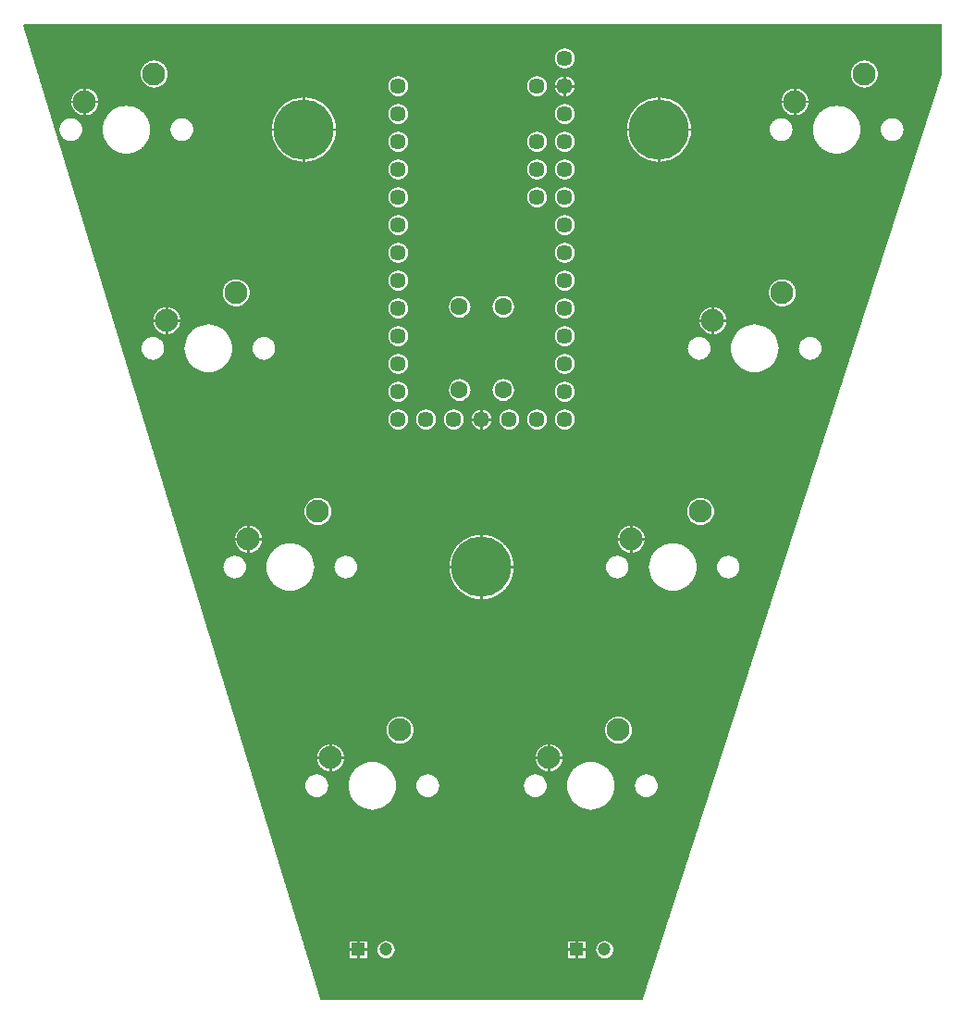
<source format=gbl>
%FSLAX33Y33*%
%MOMM*%
%ADD10C,0.0508*%
%ADD11C,2.0986*%
%ADD12C,0.08*%
%ADD13C,5.5*%
%ADD14C,1.45*%
%ADD15R,1.45X1.45*%
%ADD16C,1.6*%
%ADD17R,1.2X1.2*%
%ADD18C,1.2*%
D10*
%LNpour fill*%
G01*
X89573Y85067D02*
X89573Y85067D01*
X89573Y89573*
X5662Y89573*
X5602Y89492*
X32816Y0427*
X62189Y0427*
X89573Y85067*
X55367Y85581D02*
X55367Y85581D01*
X55370Y85582*
X55599Y85676*
X55602Y85678*
X55799Y85829*
X55801Y85831*
X55952Y86028*
X55954Y86031*
X56048Y86260*
X56049Y86263*
X56082Y86508*
X56082Y86512*
X56049Y86757*
X56048Y86760*
X55954Y86989*
X55952Y86992*
X55801Y87189*
X55799Y87191*
X55602Y87342*
X55599Y87344*
X55370Y87438*
X55367Y87439*
X55122Y87472*
X55118Y87472*
X54873Y87439*
X54870Y87438*
X54641Y87344*
X54638Y87342*
X54441Y87191*
X54439Y87189*
X54288Y86992*
X54286Y86989*
X54192Y86760*
X54191Y86757*
X54158Y86512*
X54158Y86508*
X54191Y86263*
X54192Y86260*
X54286Y86031*
X54288Y86028*
X54439Y85831*
X54441Y85829*
X54638Y85678*
X54641Y85676*
X54870Y85582*
X54873Y85581*
X55118Y85548*
X55122Y85548*
X55367Y85581*
X56070Y84064D02*
X56070Y84064D01*
X56049Y84217*
X56048Y84220*
X55954Y84449*
X55952Y84452*
X55801Y84649*
X55799Y84651*
X55602Y84802*
X55599Y84804*
X55370Y84898*
X55367Y84899*
X55214Y84920*
X55196Y84904*
X55196Y84061*
X55211Y84046*
X56054Y84046*
X56070Y84064*
X55044Y84061D02*
X55044Y84061D01*
X55044Y84904*
X55026Y84920*
X54873Y84899*
X54870Y84898*
X54641Y84804*
X54638Y84802*
X54441Y84651*
X54439Y84649*
X54288Y84452*
X54286Y84449*
X54192Y84220*
X54191Y84217*
X54170Y84064*
X54186Y84046*
X55029Y84046*
X55044Y84061*
X82789Y83820D02*
X82789Y83820D01*
X82792Y83821*
X83030Y83893*
X83033Y83894*
X83252Y84012*
X83254Y84013*
X83447Y84171*
X83449Y84173*
X83607Y84366*
X83608Y84368*
X83726Y84587*
X83727Y84590*
X83799Y84828*
X83800Y84831*
X83824Y85079*
X83824Y85081*
X83800Y85329*
X83799Y85332*
X83727Y85570*
X83726Y85573*
X83608Y85792*
X83607Y85794*
X83449Y85987*
X83447Y85989*
X83254Y86147*
X83252Y86148*
X83033Y86266*
X83030Y86267*
X82792Y86339*
X82789Y86340*
X82541Y86364*
X82539Y86364*
X82291Y86340*
X82288Y86339*
X82050Y86267*
X82047Y86266*
X81828Y86148*
X81826Y86147*
X81633Y85989*
X81631Y85987*
X81473Y85794*
X81472Y85792*
X81354Y85573*
X81353Y85570*
X81281Y85332*
X81280Y85329*
X81256Y85081*
X81256Y85079*
X81280Y84831*
X81281Y84828*
X81353Y84590*
X81354Y84587*
X81472Y84368*
X81473Y84366*
X81631Y84173*
X81633Y84171*
X81826Y84013*
X81828Y84012*
X82047Y83894*
X82050Y83893*
X82288Y83821*
X82291Y83820*
X82539Y83796*
X82541Y83796*
X82789Y83820*
X17789Y83820D02*
X17789Y83820D01*
X17792Y83821*
X18030Y83893*
X18033Y83894*
X18252Y84012*
X18254Y84013*
X18447Y84171*
X18449Y84173*
X18607Y84366*
X18608Y84368*
X18726Y84587*
X18727Y84590*
X18799Y84828*
X18800Y84831*
X18824Y85079*
X18824Y85081*
X18800Y85329*
X18799Y85332*
X18727Y85570*
X18726Y85573*
X18608Y85792*
X18607Y85794*
X18449Y85987*
X18447Y85989*
X18254Y86147*
X18252Y86148*
X18033Y86266*
X18030Y86267*
X17792Y86339*
X17789Y86340*
X17541Y86364*
X17539Y86364*
X17291Y86340*
X17288Y86339*
X17050Y86267*
X17047Y86266*
X16828Y86148*
X16826Y86147*
X16633Y85989*
X16631Y85987*
X16473Y85794*
X16472Y85792*
X16354Y85573*
X16353Y85570*
X16281Y85332*
X16280Y85329*
X16256Y85081*
X16256Y85079*
X16280Y84831*
X16281Y84828*
X16353Y84590*
X16354Y84587*
X16472Y84368*
X16473Y84366*
X16631Y84173*
X16633Y84171*
X16826Y84013*
X16828Y84012*
X17047Y83894*
X17050Y83893*
X17288Y83821*
X17291Y83820*
X17539Y83796*
X17541Y83796*
X17789Y83820*
X55367Y83041D02*
X55367Y83041D01*
X55370Y83042*
X55599Y83136*
X55602Y83138*
X55799Y83289*
X55801Y83291*
X55952Y83488*
X55954Y83491*
X56048Y83720*
X56049Y83723*
X56070Y83876*
X56054Y83894*
X55211Y83894*
X55196Y83879*
X55196Y83036*
X55214Y83020*
X55367Y83041*
X55044Y83036D02*
X55044Y83036D01*
X55044Y83879*
X55029Y83894*
X54186Y83894*
X54170Y83876*
X54191Y83723*
X54192Y83720*
X54286Y83491*
X54288Y83488*
X54439Y83291*
X54441Y83289*
X54638Y83138*
X54641Y83136*
X54870Y83042*
X54873Y83041*
X55026Y83020*
X55044Y83036*
X52827Y83041D02*
X52827Y83041D01*
X52830Y83042*
X53059Y83136*
X53062Y83138*
X53259Y83289*
X53261Y83291*
X53412Y83488*
X53414Y83491*
X53508Y83720*
X53509Y83723*
X53542Y83968*
X53542Y83972*
X53509Y84217*
X53508Y84220*
X53414Y84449*
X53412Y84452*
X53261Y84649*
X53259Y84651*
X53062Y84802*
X53059Y84804*
X52830Y84898*
X52827Y84899*
X52582Y84932*
X52578Y84932*
X52333Y84899*
X52330Y84898*
X52101Y84804*
X52098Y84802*
X51901Y84651*
X51899Y84649*
X51748Y84452*
X51746Y84449*
X51652Y84220*
X51651Y84217*
X51618Y83972*
X51618Y83968*
X51651Y83723*
X51652Y83720*
X51746Y83491*
X51748Y83488*
X51899Y83291*
X51901Y83289*
X52098Y83138*
X52101Y83136*
X52330Y83042*
X52333Y83041*
X52578Y83008*
X52582Y83008*
X52827Y83041*
X40127Y83041D02*
X40127Y83041D01*
X40130Y83042*
X40359Y83136*
X40362Y83138*
X40559Y83289*
X40561Y83291*
X40712Y83488*
X40714Y83491*
X40808Y83720*
X40809Y83723*
X40842Y83968*
X40842Y83972*
X40809Y84217*
X40808Y84220*
X40714Y84449*
X40712Y84452*
X40561Y84649*
X40559Y84651*
X40362Y84802*
X40359Y84804*
X40130Y84898*
X40127Y84899*
X39882Y84932*
X39878Y84932*
X39633Y84899*
X39630Y84898*
X39401Y84804*
X39398Y84802*
X39201Y84651*
X39199Y84649*
X39048Y84452*
X39046Y84449*
X38952Y84220*
X38951Y84217*
X38918Y83972*
X38918Y83968*
X38951Y83723*
X38952Y83720*
X39046Y83491*
X39048Y83488*
X39199Y83291*
X39201Y83289*
X39398Y83138*
X39401Y83136*
X39630Y83042*
X39633Y83041*
X39878Y83008*
X39882Y83008*
X40127Y83041*
X77465Y82633D02*
X77465Y82633D01*
X77450Y82789*
X77449Y82792*
X77377Y83030*
X77376Y83033*
X77258Y83252*
X77257Y83254*
X77099Y83447*
X77097Y83449*
X76904Y83607*
X76902Y83608*
X76683Y83726*
X76680Y83727*
X76442Y83799*
X76439Y83800*
X76283Y83815*
X76266Y83800*
X76266Y82631*
X76281Y82616*
X77450Y82616*
X77465Y82633*
X76114Y82631D02*
X76114Y82631D01*
X76114Y83800*
X76097Y83815*
X75941Y83800*
X75938Y83799*
X75700Y83727*
X75697Y83726*
X75478Y83608*
X75476Y83607*
X75283Y83449*
X75281Y83447*
X75123Y83254*
X75122Y83252*
X75004Y83033*
X75003Y83030*
X74931Y82792*
X74930Y82789*
X74915Y82633*
X74930Y82616*
X76099Y82616*
X76114Y82631*
X12465Y82633D02*
X12465Y82633D01*
X12450Y82789*
X12449Y82792*
X12377Y83030*
X12376Y83033*
X12258Y83252*
X12257Y83254*
X12099Y83447*
X12097Y83449*
X11904Y83607*
X11902Y83608*
X11683Y83726*
X11680Y83727*
X11442Y83799*
X11439Y83800*
X11283Y83815*
X11266Y83800*
X11266Y82631*
X11281Y82616*
X12450Y82616*
X12465Y82633*
X11114Y82631D02*
X11114Y82631D01*
X11114Y83800*
X11097Y83815*
X10941Y83800*
X10938Y83799*
X10700Y83727*
X10697Y83726*
X10478Y83608*
X10476Y83607*
X10283Y83449*
X10281Y83447*
X10123Y83254*
X10122Y83252*
X10004Y83033*
X10003Y83030*
X9931Y82792*
X9930Y82789*
X9915Y82633*
X9930Y82616*
X11099Y82616*
X11114Y82631*
X11439Y81280D02*
X11439Y81280D01*
X11442Y81281*
X11680Y81353*
X11683Y81354*
X11902Y81472*
X11904Y81473*
X12097Y81631*
X12099Y81633*
X12257Y81826*
X12258Y81828*
X12376Y82047*
X12377Y82050*
X12449Y82288*
X12450Y82291*
X12465Y82447*
X12450Y82464*
X11281Y82464*
X11266Y82449*
X11266Y81280*
X11283Y81265*
X11439Y81280*
X11114Y81280D02*
X11114Y81280D01*
X11114Y82449*
X11099Y82464*
X9930Y82464*
X9915Y82447*
X9930Y82291*
X9931Y82288*
X10003Y82050*
X10004Y82047*
X10122Y81828*
X10123Y81826*
X10281Y81633*
X10283Y81631*
X10476Y81473*
X10478Y81472*
X10697Y81354*
X10700Y81353*
X10938Y81281*
X10941Y81280*
X11097Y81265*
X11114Y81280*
X76439Y81280D02*
X76439Y81280D01*
X76442Y81281*
X76680Y81353*
X76683Y81354*
X76902Y81472*
X76904Y81473*
X77097Y81631*
X77099Y81633*
X77257Y81826*
X77258Y81828*
X77376Y82047*
X77377Y82050*
X77449Y82288*
X77450Y82291*
X77465Y82447*
X77450Y82464*
X76281Y82464*
X76266Y82449*
X76266Y81280*
X76283Y81265*
X76439Y81280*
X76114Y81280D02*
X76114Y81280D01*
X76114Y82449*
X76099Y82464*
X74930Y82464*
X74915Y82447*
X74930Y82291*
X74931Y82288*
X75003Y82050*
X75004Y82047*
X75122Y81828*
X75123Y81826*
X75281Y81633*
X75283Y81631*
X75476Y81473*
X75478Y81472*
X75697Y81354*
X75700Y81353*
X75938Y81281*
X75941Y81280*
X76097Y81265*
X76114Y81280*
X55367Y80501D02*
X55367Y80501D01*
X55370Y80502*
X55599Y80596*
X55602Y80598*
X55799Y80749*
X55801Y80751*
X55952Y80948*
X55954Y80951*
X56048Y81180*
X56049Y81183*
X56082Y81428*
X56082Y81432*
X56049Y81677*
X56048Y81680*
X55954Y81909*
X55952Y81912*
X55801Y82109*
X55799Y82111*
X55602Y82262*
X55599Y82264*
X55370Y82358*
X55367Y82359*
X55122Y82392*
X55118Y82392*
X54873Y82359*
X54870Y82358*
X54641Y82264*
X54638Y82262*
X54441Y82111*
X54439Y82109*
X54288Y81912*
X54286Y81909*
X54192Y81680*
X54191Y81677*
X54158Y81432*
X54158Y81428*
X54191Y81183*
X54192Y81180*
X54286Y80951*
X54288Y80948*
X54439Y80751*
X54441Y80749*
X54638Y80598*
X54641Y80596*
X54870Y80502*
X54873Y80501*
X55118Y80468*
X55122Y80468*
X55367Y80501*
X40127Y80501D02*
X40127Y80501D01*
X40130Y80502*
X40359Y80596*
X40362Y80598*
X40559Y80749*
X40561Y80751*
X40712Y80948*
X40714Y80951*
X40808Y81180*
X40809Y81183*
X40842Y81428*
X40842Y81432*
X40809Y81677*
X40808Y81680*
X40714Y81909*
X40712Y81912*
X40561Y82109*
X40559Y82111*
X40362Y82262*
X40359Y82264*
X40130Y82358*
X40127Y82359*
X39882Y82392*
X39878Y82392*
X39633Y82359*
X39630Y82358*
X39401Y82264*
X39398Y82262*
X39201Y82111*
X39199Y82109*
X39048Y81912*
X39046Y81909*
X38952Y81680*
X38951Y81677*
X38918Y81432*
X38918Y81428*
X38951Y81183*
X38952Y81180*
X39046Y80951*
X39048Y80948*
X39199Y80751*
X39201Y80749*
X39398Y80598*
X39401Y80596*
X39630Y80502*
X39633Y80501*
X39878Y80468*
X39882Y80468*
X40127Y80501*
X66731Y80093D02*
X66731Y80093D01*
X66701Y80466*
X66701Y80468*
X66592Y80922*
X66591Y80924*
X66413Y81356*
X66412Y81357*
X66168Y81755*
X66167Y81757*
X65863Y82112*
X65862Y82113*
X65507Y82417*
X65505Y82418*
X65107Y82662*
X65106Y82663*
X64674Y82841*
X64672Y82842*
X64218Y82951*
X64216Y82951*
X63843Y82981*
X63826Y82965*
X63826Y80091*
X63841Y80076*
X66715Y80076*
X66731Y80093*
X63674Y80091D02*
X63674Y80091D01*
X63674Y82965*
X63657Y82981*
X63284Y82951*
X63282Y82951*
X62828Y82842*
X62826Y82841*
X62394Y82663*
X62393Y82662*
X61995Y82418*
X61993Y82417*
X61638Y82113*
X61637Y82112*
X61333Y81757*
X61332Y81755*
X61088Y81357*
X61087Y81356*
X60909Y80924*
X60908Y80922*
X60799Y80468*
X60799Y80466*
X60769Y80093*
X60785Y80076*
X63659Y80076*
X63674Y80091*
X34231Y80093D02*
X34231Y80093D01*
X34201Y80466*
X34201Y80468*
X34092Y80922*
X34091Y80924*
X33913Y81356*
X33912Y81357*
X33668Y81755*
X33667Y81757*
X33363Y82112*
X33362Y82113*
X33007Y82417*
X33005Y82418*
X32607Y82662*
X32606Y82663*
X32174Y82841*
X32172Y82842*
X31718Y82951*
X31716Y82951*
X31343Y82981*
X31326Y82965*
X31326Y80091*
X31341Y80076*
X34215Y80076*
X34231Y80093*
X31174Y80091D02*
X31174Y80091D01*
X31174Y82965*
X31157Y82981*
X30784Y82951*
X30782Y82951*
X30328Y82842*
X30326Y82841*
X29894Y82663*
X29893Y82662*
X29495Y82418*
X29493Y82417*
X29138Y82113*
X29137Y82112*
X28833Y81757*
X28832Y81755*
X28588Y81357*
X28587Y81356*
X28409Y80924*
X28408Y80922*
X28299Y80468*
X28299Y80466*
X28269Y80093*
X28285Y80076*
X31159Y80076*
X31174Y80091*
X85360Y78948D02*
X85360Y78948D01*
X85363Y78949*
X85623Y79056*
X85626Y79058*
X85849Y79229*
X85851Y79231*
X86022Y79454*
X86024Y79457*
X86131Y79717*
X86132Y79720*
X86169Y79998*
X86169Y80002*
X86132Y80280*
X86131Y80283*
X86024Y80543*
X86022Y80546*
X85851Y80769*
X85849Y80771*
X85626Y80942*
X85623Y80944*
X85363Y81051*
X85360Y81052*
X85082Y81089*
X85078Y81089*
X84800Y81052*
X84797Y81051*
X84537Y80944*
X84534Y80942*
X84311Y80771*
X84309Y80769*
X84138Y80546*
X84136Y80543*
X84029Y80283*
X84028Y80280*
X83991Y80002*
X83991Y79998*
X84028Y79720*
X84029Y79717*
X84136Y79457*
X84138Y79454*
X84309Y79231*
X84311Y79229*
X84534Y79058*
X84537Y79056*
X84797Y78949*
X84800Y78948*
X85078Y78911*
X85082Y78911*
X85360Y78948*
X75200Y78948D02*
X75200Y78948D01*
X75203Y78949*
X75463Y79056*
X75466Y79058*
X75689Y79229*
X75691Y79231*
X75862Y79454*
X75864Y79457*
X75971Y79717*
X75972Y79720*
X76009Y79998*
X76009Y80002*
X75972Y80280*
X75971Y80283*
X75864Y80543*
X75862Y80546*
X75691Y80769*
X75689Y80771*
X75466Y80942*
X75463Y80944*
X75203Y81051*
X75200Y81052*
X74922Y81089*
X74918Y81089*
X74640Y81052*
X74637Y81051*
X74377Y80944*
X74374Y80942*
X74151Y80771*
X74149Y80769*
X73978Y80546*
X73976Y80543*
X73869Y80283*
X73868Y80280*
X73831Y80002*
X73831Y79998*
X73868Y79720*
X73869Y79717*
X73976Y79457*
X73978Y79454*
X74149Y79231*
X74151Y79229*
X74374Y79058*
X74377Y79056*
X74637Y78949*
X74640Y78948*
X74918Y78911*
X74922Y78911*
X75200Y78948*
X20360Y78948D02*
X20360Y78948D01*
X20363Y78949*
X20623Y79056*
X20626Y79058*
X20849Y79229*
X20851Y79231*
X21022Y79454*
X21024Y79457*
X21131Y79717*
X21132Y79720*
X21169Y79998*
X21169Y80002*
X21132Y80280*
X21131Y80283*
X21024Y80543*
X21022Y80546*
X20851Y80769*
X20849Y80771*
X20626Y80942*
X20623Y80944*
X20363Y81051*
X20360Y81052*
X20082Y81089*
X20078Y81089*
X19800Y81052*
X19797Y81051*
X19537Y80944*
X19534Y80942*
X19311Y80771*
X19309Y80769*
X19138Y80546*
X19136Y80543*
X19029Y80283*
X19028Y80280*
X18991Y80002*
X18991Y79998*
X19028Y79720*
X19029Y79717*
X19136Y79457*
X19138Y79454*
X19309Y79231*
X19311Y79229*
X19534Y79058*
X19537Y79056*
X19797Y78949*
X19800Y78948*
X20078Y78911*
X20082Y78911*
X20360Y78948*
X10200Y78948D02*
X10200Y78948D01*
X10203Y78949*
X10463Y79056*
X10466Y79058*
X10689Y79229*
X10691Y79231*
X10862Y79454*
X10864Y79457*
X10971Y79717*
X10972Y79720*
X11009Y79998*
X11009Y80002*
X10972Y80280*
X10971Y80283*
X10864Y80543*
X10862Y80546*
X10691Y80769*
X10689Y80771*
X10466Y80942*
X10463Y80944*
X10203Y81051*
X10200Y81052*
X9922Y81089*
X9918Y81089*
X9640Y81052*
X9637Y81051*
X9377Y80944*
X9374Y80942*
X9151Y80771*
X9149Y80769*
X8978Y80546*
X8976Y80543*
X8869Y80283*
X8868Y80280*
X8831Y80002*
X8831Y79998*
X8868Y79720*
X8869Y79717*
X8976Y79457*
X8978Y79454*
X9149Y79231*
X9151Y79229*
X9374Y79058*
X9377Y79056*
X9637Y78949*
X9640Y78948*
X9918Y78911*
X9922Y78911*
X10200Y78948*
X55367Y77961D02*
X55367Y77961D01*
X55370Y77962*
X55599Y78056*
X55602Y78058*
X55799Y78209*
X55801Y78211*
X55952Y78408*
X55954Y78411*
X56048Y78640*
X56049Y78643*
X56082Y78888*
X56082Y78892*
X56049Y79137*
X56048Y79140*
X55954Y79369*
X55952Y79372*
X55801Y79569*
X55799Y79571*
X55602Y79722*
X55599Y79724*
X55370Y79818*
X55367Y79819*
X55122Y79852*
X55118Y79852*
X54873Y79819*
X54870Y79818*
X54641Y79724*
X54638Y79722*
X54441Y79571*
X54439Y79569*
X54288Y79372*
X54286Y79369*
X54192Y79140*
X54191Y79137*
X54158Y78892*
X54158Y78888*
X54191Y78643*
X54192Y78640*
X54286Y78411*
X54288Y78408*
X54439Y78211*
X54441Y78209*
X54638Y78058*
X54641Y78056*
X54870Y77962*
X54873Y77961*
X55118Y77928*
X55122Y77928*
X55367Y77961*
X52827Y77961D02*
X52827Y77961D01*
X52830Y77962*
X53059Y78056*
X53062Y78058*
X53259Y78209*
X53261Y78211*
X53412Y78408*
X53414Y78411*
X53508Y78640*
X53509Y78643*
X53542Y78888*
X53542Y78892*
X53509Y79137*
X53508Y79140*
X53414Y79369*
X53412Y79372*
X53261Y79569*
X53259Y79571*
X53062Y79722*
X53059Y79724*
X52830Y79818*
X52827Y79819*
X52582Y79852*
X52578Y79852*
X52333Y79819*
X52330Y79818*
X52101Y79724*
X52098Y79722*
X51901Y79571*
X51899Y79569*
X51748Y79372*
X51746Y79369*
X51652Y79140*
X51651Y79137*
X51618Y78892*
X51618Y78888*
X51651Y78643*
X51652Y78640*
X51746Y78411*
X51748Y78408*
X51899Y78211*
X51901Y78209*
X52098Y78058*
X52101Y78056*
X52330Y77962*
X52333Y77961*
X52578Y77928*
X52582Y77928*
X52827Y77961*
X40127Y77961D02*
X40127Y77961D01*
X40130Y77962*
X40359Y78056*
X40362Y78058*
X40559Y78209*
X40561Y78211*
X40712Y78408*
X40714Y78411*
X40808Y78640*
X40809Y78643*
X40842Y78888*
X40842Y78892*
X40809Y79137*
X40808Y79140*
X40714Y79369*
X40712Y79372*
X40561Y79569*
X40559Y79571*
X40362Y79722*
X40359Y79724*
X40130Y79818*
X40127Y79819*
X39882Y79852*
X39878Y79852*
X39633Y79819*
X39630Y79818*
X39401Y79724*
X39398Y79722*
X39201Y79571*
X39199Y79569*
X39048Y79372*
X39046Y79369*
X38952Y79140*
X38951Y79137*
X38918Y78892*
X38918Y78888*
X38951Y78643*
X38952Y78640*
X39046Y78411*
X39048Y78408*
X39199Y78211*
X39201Y78209*
X39398Y78058*
X39401Y78056*
X39630Y77962*
X39633Y77961*
X39878Y77928*
X39882Y77928*
X40127Y77961*
X80348Y77798D02*
X80348Y77798D01*
X80350Y77798*
X80688Y77880*
X80690Y77880*
X81011Y78013*
X81013Y78014*
X81310Y78196*
X81311Y78197*
X81576Y78423*
X81577Y78424*
X81803Y78689*
X81804Y78690*
X81986Y78987*
X81987Y78989*
X82120Y79310*
X82120Y79312*
X82202Y79650*
X82202Y79652*
X82229Y79999*
X82229Y80001*
X82202Y80348*
X82202Y80350*
X82120Y80688*
X82120Y80690*
X81987Y81011*
X81986Y81013*
X81804Y81310*
X81803Y81311*
X81577Y81576*
X81576Y81577*
X81311Y81803*
X81310Y81804*
X81013Y81986*
X81011Y81987*
X80690Y82120*
X80688Y82120*
X80350Y82202*
X80348Y82202*
X80001Y82229*
X79999Y82229*
X79652Y82202*
X79650Y82202*
X79312Y82120*
X79310Y82120*
X78989Y81987*
X78987Y81986*
X78690Y81804*
X78689Y81803*
X78424Y81577*
X78423Y81576*
X78197Y81311*
X78196Y81310*
X78014Y81013*
X78013Y81011*
X77880Y80690*
X77880Y80688*
X77798Y80350*
X77798Y80348*
X77771Y80001*
X77771Y79999*
X77798Y79652*
X77798Y79650*
X77880Y79312*
X77880Y79310*
X78013Y78989*
X78014Y78987*
X78196Y78690*
X78197Y78689*
X78423Y78424*
X78424Y78423*
X78689Y78197*
X78690Y78196*
X78987Y78014*
X78989Y78013*
X79310Y77880*
X79312Y77880*
X79650Y77798*
X79652Y77798*
X79999Y77771*
X80001Y77771*
X80348Y77798*
X15348Y77798D02*
X15348Y77798D01*
X15350Y77798*
X15688Y77880*
X15690Y77880*
X16011Y78013*
X16013Y78014*
X16310Y78196*
X16311Y78197*
X16576Y78423*
X16577Y78424*
X16803Y78689*
X16804Y78690*
X16986Y78987*
X16987Y78989*
X17120Y79310*
X17120Y79312*
X17202Y79650*
X17202Y79652*
X17229Y79999*
X17229Y80001*
X17202Y80348*
X17202Y80350*
X17120Y80688*
X17120Y80690*
X16987Y81011*
X16986Y81013*
X16804Y81310*
X16803Y81311*
X16577Y81576*
X16576Y81577*
X16311Y81803*
X16310Y81804*
X16013Y81986*
X16011Y81987*
X15690Y82120*
X15688Y82120*
X15350Y82202*
X15348Y82202*
X15001Y82229*
X14999Y82229*
X14652Y82202*
X14650Y82202*
X14312Y82120*
X14310Y82120*
X13989Y81987*
X13987Y81986*
X13690Y81804*
X13689Y81803*
X13424Y81577*
X13423Y81576*
X13197Y81311*
X13196Y81310*
X13014Y81013*
X13013Y81011*
X12880Y80690*
X12880Y80688*
X12798Y80350*
X12798Y80348*
X12771Y80001*
X12771Y79999*
X12798Y79652*
X12798Y79650*
X12880Y79312*
X12880Y79310*
X13013Y78989*
X13014Y78987*
X13196Y78690*
X13197Y78689*
X13423Y78424*
X13424Y78423*
X13689Y78197*
X13690Y78196*
X13987Y78014*
X13989Y78013*
X14310Y77880*
X14312Y77880*
X14650Y77798*
X14652Y77798*
X14999Y77771*
X15001Y77771*
X15348Y77798*
X64216Y77049D02*
X64216Y77049D01*
X64218Y77049*
X64672Y77158*
X64674Y77159*
X65106Y77337*
X65107Y77338*
X65505Y77582*
X65507Y77583*
X65862Y77887*
X65863Y77888*
X66167Y78243*
X66168Y78245*
X66412Y78643*
X66413Y78644*
X66591Y79076*
X66592Y79078*
X66701Y79532*
X66701Y79534*
X66731Y79907*
X66715Y79924*
X63841Y79924*
X63826Y79909*
X63826Y77035*
X63843Y77019*
X64216Y77049*
X63674Y77035D02*
X63674Y77035D01*
X63674Y79909*
X63659Y79924*
X60785Y79924*
X60769Y79907*
X60799Y79534*
X60799Y79532*
X60908Y79078*
X60909Y79076*
X61087Y78644*
X61088Y78643*
X61332Y78245*
X61333Y78243*
X61637Y77888*
X61638Y77887*
X61993Y77583*
X61995Y77582*
X62393Y77338*
X62394Y77337*
X62826Y77159*
X62828Y77158*
X63282Y77049*
X63284Y77049*
X63657Y77019*
X63674Y77035*
X31716Y77049D02*
X31716Y77049D01*
X31718Y77049*
X32172Y77158*
X32174Y77159*
X32606Y77337*
X32607Y77338*
X33005Y77582*
X33007Y77583*
X33362Y77887*
X33363Y77888*
X33667Y78243*
X33668Y78245*
X33912Y78643*
X33913Y78644*
X34091Y79076*
X34092Y79078*
X34201Y79532*
X34201Y79534*
X34231Y79907*
X34215Y79924*
X31341Y79924*
X31326Y79909*
X31326Y77035*
X31343Y77019*
X31716Y77049*
X31174Y77035D02*
X31174Y77035D01*
X31174Y79909*
X31159Y79924*
X28285Y79924*
X28269Y79907*
X28299Y79534*
X28299Y79532*
X28408Y79078*
X28409Y79076*
X28587Y78644*
X28588Y78643*
X28832Y78245*
X28833Y78243*
X29137Y77888*
X29138Y77887*
X29493Y77583*
X29495Y77582*
X29893Y77338*
X29894Y77337*
X30326Y77159*
X30328Y77158*
X30782Y77049*
X30784Y77049*
X31157Y77019*
X31174Y77035*
X55367Y75421D02*
X55367Y75421D01*
X55370Y75422*
X55599Y75516*
X55602Y75518*
X55799Y75669*
X55801Y75671*
X55952Y75868*
X55954Y75871*
X56048Y76100*
X56049Y76103*
X56082Y76348*
X56082Y76352*
X56049Y76597*
X56048Y76600*
X55954Y76829*
X55952Y76832*
X55801Y77029*
X55799Y77031*
X55602Y77182*
X55599Y77184*
X55370Y77278*
X55367Y77279*
X55122Y77312*
X55118Y77312*
X54873Y77279*
X54870Y77278*
X54641Y77184*
X54638Y77182*
X54441Y77031*
X54439Y77029*
X54288Y76832*
X54286Y76829*
X54192Y76600*
X54191Y76597*
X54158Y76352*
X54158Y76348*
X54191Y76103*
X54192Y76100*
X54286Y75871*
X54288Y75868*
X54439Y75671*
X54441Y75669*
X54638Y75518*
X54641Y75516*
X54870Y75422*
X54873Y75421*
X55118Y75388*
X55122Y75388*
X55367Y75421*
X52827Y75421D02*
X52827Y75421D01*
X52830Y75422*
X53059Y75516*
X53062Y75518*
X53259Y75669*
X53261Y75671*
X53412Y75868*
X53414Y75871*
X53508Y76100*
X53509Y76103*
X53542Y76348*
X53542Y76352*
X53509Y76597*
X53508Y76600*
X53414Y76829*
X53412Y76832*
X53261Y77029*
X53259Y77031*
X53062Y77182*
X53059Y77184*
X52830Y77278*
X52827Y77279*
X52582Y77312*
X52578Y77312*
X52333Y77279*
X52330Y77278*
X52101Y77184*
X52098Y77182*
X51901Y77031*
X51899Y77029*
X51748Y76832*
X51746Y76829*
X51652Y76600*
X51651Y76597*
X51618Y76352*
X51618Y76348*
X51651Y76103*
X51652Y76100*
X51746Y75871*
X51748Y75868*
X51899Y75671*
X51901Y75669*
X52098Y75518*
X52101Y75516*
X52330Y75422*
X52333Y75421*
X52578Y75388*
X52582Y75388*
X52827Y75421*
X40127Y75421D02*
X40127Y75421D01*
X40130Y75422*
X40359Y75516*
X40362Y75518*
X40559Y75669*
X40561Y75671*
X40712Y75868*
X40714Y75871*
X40808Y76100*
X40809Y76103*
X40842Y76348*
X40842Y76352*
X40809Y76597*
X40808Y76600*
X40714Y76829*
X40712Y76832*
X40561Y77029*
X40559Y77031*
X40362Y77182*
X40359Y77184*
X40130Y77278*
X40127Y77279*
X39882Y77312*
X39878Y77312*
X39633Y77279*
X39630Y77278*
X39401Y77184*
X39398Y77182*
X39201Y77031*
X39199Y77029*
X39048Y76832*
X39046Y76829*
X38952Y76600*
X38951Y76597*
X38918Y76352*
X38918Y76348*
X38951Y76103*
X38952Y76100*
X39046Y75871*
X39048Y75868*
X39199Y75671*
X39201Y75669*
X39398Y75518*
X39401Y75516*
X39630Y75422*
X39633Y75421*
X39878Y75388*
X39882Y75388*
X40127Y75421*
X55367Y72881D02*
X55367Y72881D01*
X55370Y72882*
X55599Y72976*
X55602Y72978*
X55799Y73129*
X55801Y73131*
X55952Y73328*
X55954Y73331*
X56048Y73560*
X56049Y73563*
X56082Y73808*
X56082Y73812*
X56049Y74057*
X56048Y74060*
X55954Y74289*
X55952Y74292*
X55801Y74489*
X55799Y74491*
X55602Y74642*
X55599Y74644*
X55370Y74738*
X55367Y74739*
X55122Y74772*
X55118Y74772*
X54873Y74739*
X54870Y74738*
X54641Y74644*
X54638Y74642*
X54441Y74491*
X54439Y74489*
X54288Y74292*
X54286Y74289*
X54192Y74060*
X54191Y74057*
X54158Y73812*
X54158Y73808*
X54191Y73563*
X54192Y73560*
X54286Y73331*
X54288Y73328*
X54439Y73131*
X54441Y73129*
X54638Y72978*
X54641Y72976*
X54870Y72882*
X54873Y72881*
X55118Y72848*
X55122Y72848*
X55367Y72881*
X52827Y72881D02*
X52827Y72881D01*
X52830Y72882*
X53059Y72976*
X53062Y72978*
X53259Y73129*
X53261Y73131*
X53412Y73328*
X53414Y73331*
X53508Y73560*
X53509Y73563*
X53542Y73808*
X53542Y73812*
X53509Y74057*
X53508Y74060*
X53414Y74289*
X53412Y74292*
X53261Y74489*
X53259Y74491*
X53062Y74642*
X53059Y74644*
X52830Y74738*
X52827Y74739*
X52582Y74772*
X52578Y74772*
X52333Y74739*
X52330Y74738*
X52101Y74644*
X52098Y74642*
X51901Y74491*
X51899Y74489*
X51748Y74292*
X51746Y74289*
X51652Y74060*
X51651Y74057*
X51618Y73812*
X51618Y73808*
X51651Y73563*
X51652Y73560*
X51746Y73331*
X51748Y73328*
X51899Y73131*
X51901Y73129*
X52098Y72978*
X52101Y72976*
X52330Y72882*
X52333Y72881*
X52578Y72848*
X52582Y72848*
X52827Y72881*
X40127Y72881D02*
X40127Y72881D01*
X40130Y72882*
X40359Y72976*
X40362Y72978*
X40559Y73129*
X40561Y73131*
X40712Y73328*
X40714Y73331*
X40808Y73560*
X40809Y73563*
X40842Y73808*
X40842Y73812*
X40809Y74057*
X40808Y74060*
X40714Y74289*
X40712Y74292*
X40561Y74489*
X40559Y74491*
X40362Y74642*
X40359Y74644*
X40130Y74738*
X40127Y74739*
X39882Y74772*
X39878Y74772*
X39633Y74739*
X39630Y74738*
X39401Y74644*
X39398Y74642*
X39201Y74491*
X39199Y74489*
X39048Y74292*
X39046Y74289*
X38952Y74060*
X38951Y74057*
X38918Y73812*
X38918Y73808*
X38951Y73563*
X38952Y73560*
X39046Y73331*
X39048Y73328*
X39199Y73131*
X39201Y73129*
X39398Y72978*
X39401Y72976*
X39630Y72882*
X39633Y72881*
X39878Y72848*
X39882Y72848*
X40127Y72881*
X55367Y70341D02*
X55367Y70341D01*
X55370Y70342*
X55599Y70436*
X55602Y70438*
X55799Y70589*
X55801Y70591*
X55952Y70788*
X55954Y70791*
X56048Y71020*
X56049Y71023*
X56082Y71268*
X56082Y71272*
X56049Y71517*
X56048Y71520*
X55954Y71749*
X55952Y71752*
X55801Y71949*
X55799Y71951*
X55602Y72102*
X55599Y72104*
X55370Y72198*
X55367Y72199*
X55122Y72232*
X55118Y72232*
X54873Y72199*
X54870Y72198*
X54641Y72104*
X54638Y72102*
X54441Y71951*
X54439Y71949*
X54288Y71752*
X54286Y71749*
X54192Y71520*
X54191Y71517*
X54158Y71272*
X54158Y71268*
X54191Y71023*
X54192Y71020*
X54286Y70791*
X54288Y70788*
X54439Y70591*
X54441Y70589*
X54638Y70438*
X54641Y70436*
X54870Y70342*
X54873Y70341*
X55118Y70308*
X55122Y70308*
X55367Y70341*
X40127Y70341D02*
X40127Y70341D01*
X40130Y70342*
X40359Y70436*
X40362Y70438*
X40559Y70589*
X40561Y70591*
X40712Y70788*
X40714Y70791*
X40808Y71020*
X40809Y71023*
X40842Y71268*
X40842Y71272*
X40809Y71517*
X40808Y71520*
X40714Y71749*
X40712Y71752*
X40561Y71949*
X40559Y71951*
X40362Y72102*
X40359Y72104*
X40130Y72198*
X40127Y72199*
X39882Y72232*
X39878Y72232*
X39633Y72199*
X39630Y72198*
X39401Y72104*
X39398Y72102*
X39201Y71951*
X39199Y71949*
X39048Y71752*
X39046Y71749*
X38952Y71520*
X38951Y71517*
X38918Y71272*
X38918Y71268*
X38951Y71023*
X38952Y71020*
X39046Y70791*
X39048Y70788*
X39199Y70591*
X39201Y70589*
X39398Y70438*
X39401Y70436*
X39630Y70342*
X39633Y70341*
X39878Y70308*
X39882Y70308*
X40127Y70341*
X55367Y67801D02*
X55367Y67801D01*
X55370Y67802*
X55599Y67896*
X55602Y67898*
X55799Y68049*
X55801Y68051*
X55952Y68248*
X55954Y68251*
X56048Y68480*
X56049Y68483*
X56082Y68728*
X56082Y68732*
X56049Y68977*
X56048Y68980*
X55954Y69209*
X55952Y69212*
X55801Y69409*
X55799Y69411*
X55602Y69562*
X55599Y69564*
X55370Y69658*
X55367Y69659*
X55122Y69692*
X55118Y69692*
X54873Y69659*
X54870Y69658*
X54641Y69564*
X54638Y69562*
X54441Y69411*
X54439Y69409*
X54288Y69212*
X54286Y69209*
X54192Y68980*
X54191Y68977*
X54158Y68732*
X54158Y68728*
X54191Y68483*
X54192Y68480*
X54286Y68251*
X54288Y68248*
X54439Y68051*
X54441Y68049*
X54638Y67898*
X54641Y67896*
X54870Y67802*
X54873Y67801*
X55118Y67768*
X55122Y67768*
X55367Y67801*
X40127Y67801D02*
X40127Y67801D01*
X40130Y67802*
X40359Y67896*
X40362Y67898*
X40559Y68049*
X40561Y68051*
X40712Y68248*
X40714Y68251*
X40808Y68480*
X40809Y68483*
X40842Y68728*
X40842Y68732*
X40809Y68977*
X40808Y68980*
X40714Y69209*
X40712Y69212*
X40561Y69409*
X40559Y69411*
X40362Y69562*
X40359Y69564*
X40130Y69658*
X40127Y69659*
X39882Y69692*
X39878Y69692*
X39633Y69659*
X39630Y69658*
X39401Y69564*
X39398Y69562*
X39201Y69411*
X39199Y69409*
X39048Y69212*
X39046Y69209*
X38952Y68980*
X38951Y68977*
X38918Y68732*
X38918Y68728*
X38951Y68483*
X38952Y68480*
X39046Y68251*
X39048Y68248*
X39199Y68051*
X39201Y68049*
X39398Y67898*
X39401Y67896*
X39630Y67802*
X39633Y67801*
X39878Y67768*
X39882Y67768*
X40127Y67801*
X55367Y65261D02*
X55367Y65261D01*
X55370Y65262*
X55599Y65356*
X55602Y65358*
X55799Y65509*
X55801Y65511*
X55952Y65708*
X55954Y65711*
X56048Y65940*
X56049Y65943*
X56082Y66188*
X56082Y66192*
X56049Y66437*
X56048Y66440*
X55954Y66669*
X55952Y66672*
X55801Y66869*
X55799Y66871*
X55602Y67022*
X55599Y67024*
X55370Y67118*
X55367Y67119*
X55122Y67152*
X55118Y67152*
X54873Y67119*
X54870Y67118*
X54641Y67024*
X54638Y67022*
X54441Y66871*
X54439Y66869*
X54288Y66672*
X54286Y66669*
X54192Y66440*
X54191Y66437*
X54158Y66192*
X54158Y66188*
X54191Y65943*
X54192Y65940*
X54286Y65711*
X54288Y65708*
X54439Y65511*
X54441Y65509*
X54638Y65358*
X54641Y65356*
X54870Y65262*
X54873Y65261*
X55118Y65228*
X55122Y65228*
X55367Y65261*
X40127Y65261D02*
X40127Y65261D01*
X40130Y65262*
X40359Y65356*
X40362Y65358*
X40559Y65509*
X40561Y65511*
X40712Y65708*
X40714Y65711*
X40808Y65940*
X40809Y65943*
X40842Y66188*
X40842Y66192*
X40809Y66437*
X40808Y66440*
X40714Y66669*
X40712Y66672*
X40561Y66869*
X40559Y66871*
X40362Y67022*
X40359Y67024*
X40130Y67118*
X40127Y67119*
X39882Y67152*
X39878Y67152*
X39633Y67119*
X39630Y67118*
X39401Y67024*
X39398Y67022*
X39201Y66871*
X39199Y66869*
X39048Y66672*
X39046Y66669*
X38952Y66440*
X38951Y66437*
X38918Y66192*
X38918Y66188*
X38951Y65943*
X38952Y65940*
X39046Y65711*
X39048Y65708*
X39199Y65511*
X39201Y65509*
X39398Y65358*
X39401Y65356*
X39630Y65262*
X39633Y65261*
X39878Y65228*
X39882Y65228*
X40127Y65261*
X75289Y63820D02*
X75289Y63820D01*
X75292Y63821*
X75530Y63893*
X75533Y63894*
X75752Y64012*
X75754Y64013*
X75947Y64171*
X75949Y64173*
X76107Y64366*
X76108Y64368*
X76226Y64587*
X76227Y64590*
X76299Y64828*
X76300Y64831*
X76324Y65079*
X76324Y65081*
X76300Y65329*
X76299Y65332*
X76227Y65570*
X76226Y65573*
X76108Y65792*
X76107Y65794*
X75949Y65987*
X75947Y65989*
X75754Y66147*
X75752Y66148*
X75533Y66266*
X75530Y66267*
X75292Y66339*
X75289Y66340*
X75041Y66364*
X75039Y66364*
X74791Y66340*
X74788Y66339*
X74550Y66267*
X74547Y66266*
X74328Y66148*
X74326Y66147*
X74133Y65989*
X74131Y65987*
X73973Y65794*
X73972Y65792*
X73854Y65573*
X73853Y65570*
X73781Y65332*
X73780Y65329*
X73756Y65081*
X73756Y65079*
X73780Y64831*
X73781Y64828*
X73853Y64590*
X73854Y64587*
X73972Y64368*
X73973Y64366*
X74131Y64173*
X74133Y64171*
X74326Y64013*
X74328Y64012*
X74547Y63894*
X74550Y63893*
X74788Y63821*
X74791Y63820*
X75039Y63796*
X75041Y63796*
X75289Y63820*
X25289Y63820D02*
X25289Y63820D01*
X25292Y63821*
X25530Y63893*
X25533Y63894*
X25752Y64012*
X25754Y64013*
X25947Y64171*
X25949Y64173*
X26107Y64366*
X26108Y64368*
X26226Y64587*
X26227Y64590*
X26299Y64828*
X26300Y64831*
X26324Y65079*
X26324Y65081*
X26300Y65329*
X26299Y65332*
X26227Y65570*
X26226Y65573*
X26108Y65792*
X26107Y65794*
X25949Y65987*
X25947Y65989*
X25754Y66147*
X25752Y66148*
X25533Y66266*
X25530Y66267*
X25292Y66339*
X25289Y66340*
X25041Y66364*
X25039Y66364*
X24791Y66340*
X24788Y66339*
X24550Y66267*
X24547Y66266*
X24328Y66148*
X24326Y66147*
X24133Y65989*
X24131Y65987*
X23973Y65794*
X23972Y65792*
X23854Y65573*
X23853Y65570*
X23781Y65332*
X23780Y65329*
X23756Y65081*
X23756Y65079*
X23780Y64831*
X23781Y64828*
X23853Y64590*
X23854Y64587*
X23972Y64368*
X23973Y64366*
X24131Y64173*
X24133Y64171*
X24326Y64013*
X24328Y64012*
X24547Y63894*
X24550Y63893*
X24788Y63821*
X24791Y63820*
X25039Y63796*
X25041Y63796*
X25289Y63820*
X49767Y62808D02*
X49767Y62808D01*
X49770Y62809*
X50017Y62911*
X50020Y62913*
X50232Y63075*
X50235Y63078*
X50397Y63290*
X50399Y63293*
X50501Y63540*
X50502Y63543*
X50537Y63808*
X50537Y63812*
X50502Y64077*
X50501Y64080*
X50399Y64327*
X50397Y64330*
X50235Y64542*
X50232Y64545*
X50020Y64707*
X50017Y64709*
X49770Y64811*
X49767Y64812*
X49502Y64847*
X49498Y64847*
X49233Y64812*
X49230Y64811*
X48983Y64709*
X48980Y64707*
X48768Y64545*
X48765Y64542*
X48603Y64330*
X48601Y64327*
X48499Y64080*
X48498Y64077*
X48463Y63812*
X48463Y63808*
X48498Y63543*
X48499Y63540*
X48601Y63293*
X48603Y63290*
X48765Y63078*
X48768Y63075*
X48980Y62913*
X48983Y62911*
X49230Y62809*
X49233Y62808*
X49498Y62773*
X49502Y62773*
X49767Y62808*
X45767Y62808D02*
X45767Y62808D01*
X45770Y62809*
X46017Y62911*
X46020Y62913*
X46232Y63075*
X46235Y63078*
X46397Y63290*
X46399Y63293*
X46501Y63540*
X46502Y63543*
X46537Y63808*
X46537Y63812*
X46502Y64077*
X46501Y64080*
X46399Y64327*
X46397Y64330*
X46235Y64542*
X46232Y64545*
X46020Y64707*
X46017Y64709*
X45770Y64811*
X45767Y64812*
X45502Y64847*
X45498Y64847*
X45233Y64812*
X45230Y64811*
X44983Y64709*
X44980Y64707*
X44768Y64545*
X44765Y64542*
X44603Y64330*
X44601Y64327*
X44499Y64080*
X44498Y64077*
X44463Y63812*
X44463Y63808*
X44498Y63543*
X44499Y63540*
X44601Y63293*
X44603Y63290*
X44765Y63078*
X44768Y63075*
X44980Y62913*
X44983Y62911*
X45230Y62809*
X45233Y62808*
X45498Y62773*
X45502Y62773*
X45767Y62808*
X55367Y62721D02*
X55367Y62721D01*
X55370Y62722*
X55599Y62816*
X55602Y62818*
X55799Y62969*
X55801Y62971*
X55952Y63168*
X55954Y63171*
X56048Y63400*
X56049Y63403*
X56082Y63648*
X56082Y63652*
X56049Y63897*
X56048Y63900*
X55954Y64129*
X55952Y64132*
X55801Y64329*
X55799Y64331*
X55602Y64482*
X55599Y64484*
X55370Y64578*
X55367Y64579*
X55122Y64612*
X55118Y64612*
X54873Y64579*
X54870Y64578*
X54641Y64484*
X54638Y64482*
X54441Y64331*
X54439Y64329*
X54288Y64132*
X54286Y64129*
X54192Y63900*
X54191Y63897*
X54158Y63652*
X54158Y63648*
X54191Y63403*
X54192Y63400*
X54286Y63171*
X54288Y63168*
X54439Y62971*
X54441Y62969*
X54638Y62818*
X54641Y62816*
X54870Y62722*
X54873Y62721*
X55118Y62688*
X55122Y62688*
X55367Y62721*
X40127Y62721D02*
X40127Y62721D01*
X40130Y62722*
X40359Y62816*
X40362Y62818*
X40559Y62969*
X40561Y62971*
X40712Y63168*
X40714Y63171*
X40808Y63400*
X40809Y63403*
X40842Y63648*
X40842Y63652*
X40809Y63897*
X40808Y63900*
X40714Y64129*
X40712Y64132*
X40561Y64329*
X40559Y64331*
X40362Y64482*
X40359Y64484*
X40130Y64578*
X40127Y64579*
X39882Y64612*
X39878Y64612*
X39633Y64579*
X39630Y64578*
X39401Y64484*
X39398Y64482*
X39201Y64331*
X39199Y64329*
X39048Y64132*
X39046Y64129*
X38952Y63900*
X38951Y63897*
X38918Y63652*
X38918Y63648*
X38951Y63403*
X38952Y63400*
X39046Y63171*
X39048Y63168*
X39199Y62971*
X39201Y62969*
X39398Y62818*
X39401Y62816*
X39630Y62722*
X39633Y62721*
X39878Y62688*
X39882Y62688*
X40127Y62721*
X69965Y62633D02*
X69965Y62633D01*
X69950Y62789*
X69949Y62792*
X69877Y63030*
X69876Y63033*
X69758Y63252*
X69757Y63254*
X69599Y63447*
X69597Y63449*
X69404Y63607*
X69402Y63608*
X69183Y63726*
X69180Y63727*
X68942Y63799*
X68939Y63800*
X68783Y63815*
X68766Y63800*
X68766Y62631*
X68781Y62616*
X69950Y62616*
X69965Y62633*
X68614Y62631D02*
X68614Y62631D01*
X68614Y63800*
X68597Y63815*
X68441Y63800*
X68438Y63799*
X68200Y63727*
X68197Y63726*
X67978Y63608*
X67976Y63607*
X67783Y63449*
X67781Y63447*
X67623Y63254*
X67622Y63252*
X67504Y63033*
X67503Y63030*
X67431Y62792*
X67430Y62789*
X67415Y62633*
X67430Y62616*
X68599Y62616*
X68614Y62631*
X19965Y62633D02*
X19965Y62633D01*
X19950Y62789*
X19949Y62792*
X19877Y63030*
X19876Y63033*
X19758Y63252*
X19757Y63254*
X19599Y63447*
X19597Y63449*
X19404Y63607*
X19402Y63608*
X19183Y63726*
X19180Y63727*
X18942Y63799*
X18939Y63800*
X18783Y63815*
X18766Y63800*
X18766Y62631*
X18781Y62616*
X19950Y62616*
X19965Y62633*
X18614Y62631D02*
X18614Y62631D01*
X18614Y63800*
X18597Y63815*
X18441Y63800*
X18438Y63799*
X18200Y63727*
X18197Y63726*
X17978Y63608*
X17976Y63607*
X17783Y63449*
X17781Y63447*
X17623Y63254*
X17622Y63252*
X17504Y63033*
X17503Y63030*
X17431Y62792*
X17430Y62789*
X17415Y62633*
X17430Y62616*
X18599Y62616*
X18614Y62631*
X18939Y61280D02*
X18939Y61280D01*
X18942Y61281*
X19180Y61353*
X19183Y61354*
X19402Y61472*
X19404Y61473*
X19597Y61631*
X19599Y61633*
X19757Y61826*
X19758Y61828*
X19876Y62047*
X19877Y62050*
X19949Y62288*
X19950Y62291*
X19965Y62447*
X19950Y62464*
X18781Y62464*
X18766Y62449*
X18766Y61280*
X18783Y61265*
X18939Y61280*
X18614Y61280D02*
X18614Y61280D01*
X18614Y62449*
X18599Y62464*
X17430Y62464*
X17415Y62447*
X17430Y62291*
X17431Y62288*
X17503Y62050*
X17504Y62047*
X17622Y61828*
X17623Y61826*
X17781Y61633*
X17783Y61631*
X17976Y61473*
X17978Y61472*
X18197Y61354*
X18200Y61353*
X18438Y61281*
X18441Y61280*
X18597Y61265*
X18614Y61280*
X68939Y61280D02*
X68939Y61280D01*
X68942Y61281*
X69180Y61353*
X69183Y61354*
X69402Y61472*
X69404Y61473*
X69597Y61631*
X69599Y61633*
X69757Y61826*
X69758Y61828*
X69876Y62047*
X69877Y62050*
X69949Y62288*
X69950Y62291*
X69965Y62447*
X69950Y62464*
X68781Y62464*
X68766Y62449*
X68766Y61280*
X68783Y61265*
X68939Y61280*
X68614Y61280D02*
X68614Y61280D01*
X68614Y62449*
X68599Y62464*
X67430Y62464*
X67415Y62447*
X67430Y62291*
X67431Y62288*
X67503Y62050*
X67504Y62047*
X67622Y61828*
X67623Y61826*
X67781Y61633*
X67783Y61631*
X67976Y61473*
X67978Y61472*
X68197Y61354*
X68200Y61353*
X68438Y61281*
X68441Y61280*
X68597Y61265*
X68614Y61280*
X55367Y60181D02*
X55367Y60181D01*
X55370Y60182*
X55599Y60276*
X55602Y60278*
X55799Y60429*
X55801Y60431*
X55952Y60628*
X55954Y60631*
X56048Y60860*
X56049Y60863*
X56082Y61108*
X56082Y61112*
X56049Y61357*
X56048Y61360*
X55954Y61589*
X55952Y61592*
X55801Y61789*
X55799Y61791*
X55602Y61942*
X55599Y61944*
X55370Y62038*
X55367Y62039*
X55122Y62072*
X55118Y62072*
X54873Y62039*
X54870Y62038*
X54641Y61944*
X54638Y61942*
X54441Y61791*
X54439Y61789*
X54288Y61592*
X54286Y61589*
X54192Y61360*
X54191Y61357*
X54158Y61112*
X54158Y61108*
X54191Y60863*
X54192Y60860*
X54286Y60631*
X54288Y60628*
X54439Y60431*
X54441Y60429*
X54638Y60278*
X54641Y60276*
X54870Y60182*
X54873Y60181*
X55118Y60148*
X55122Y60148*
X55367Y60181*
X40127Y60181D02*
X40127Y60181D01*
X40130Y60182*
X40359Y60276*
X40362Y60278*
X40559Y60429*
X40561Y60431*
X40712Y60628*
X40714Y60631*
X40808Y60860*
X40809Y60863*
X40842Y61108*
X40842Y61112*
X40809Y61357*
X40808Y61360*
X40714Y61589*
X40712Y61592*
X40561Y61789*
X40559Y61791*
X40362Y61942*
X40359Y61944*
X40130Y62038*
X40127Y62039*
X39882Y62072*
X39878Y62072*
X39633Y62039*
X39630Y62038*
X39401Y61944*
X39398Y61942*
X39201Y61791*
X39199Y61789*
X39048Y61592*
X39046Y61589*
X38952Y61360*
X38951Y61357*
X38918Y61112*
X38918Y61108*
X38951Y60863*
X38952Y60860*
X39046Y60631*
X39048Y60628*
X39199Y60431*
X39201Y60429*
X39398Y60278*
X39401Y60276*
X39630Y60182*
X39633Y60181*
X39878Y60148*
X39882Y60148*
X40127Y60181*
X77860Y58948D02*
X77860Y58948D01*
X77863Y58949*
X78123Y59056*
X78126Y59058*
X78349Y59229*
X78351Y59231*
X78522Y59454*
X78524Y59457*
X78631Y59717*
X78632Y59720*
X78669Y59998*
X78669Y60002*
X78632Y60280*
X78631Y60283*
X78524Y60543*
X78522Y60546*
X78351Y60769*
X78349Y60771*
X78126Y60942*
X78123Y60944*
X77863Y61051*
X77860Y61052*
X77582Y61089*
X77578Y61089*
X77300Y61052*
X77297Y61051*
X77037Y60944*
X77034Y60942*
X76811Y60771*
X76809Y60769*
X76638Y60546*
X76636Y60543*
X76529Y60283*
X76528Y60280*
X76491Y60002*
X76491Y59998*
X76528Y59720*
X76529Y59717*
X76636Y59457*
X76638Y59454*
X76809Y59231*
X76811Y59229*
X77034Y59058*
X77037Y59056*
X77297Y58949*
X77300Y58948*
X77578Y58911*
X77582Y58911*
X77860Y58948*
X67700Y58948D02*
X67700Y58948D01*
X67703Y58949*
X67963Y59056*
X67966Y59058*
X68189Y59229*
X68191Y59231*
X68362Y59454*
X68364Y59457*
X68471Y59717*
X68472Y59720*
X68509Y59998*
X68509Y60002*
X68472Y60280*
X68471Y60283*
X68364Y60543*
X68362Y60546*
X68191Y60769*
X68189Y60771*
X67966Y60942*
X67963Y60944*
X67703Y61051*
X67700Y61052*
X67422Y61089*
X67418Y61089*
X67140Y61052*
X67137Y61051*
X66877Y60944*
X66874Y60942*
X66651Y60771*
X66649Y60769*
X66478Y60546*
X66476Y60543*
X66369Y60283*
X66368Y60280*
X66331Y60002*
X66331Y59998*
X66368Y59720*
X66369Y59717*
X66476Y59457*
X66478Y59454*
X66649Y59231*
X66651Y59229*
X66874Y59058*
X66877Y59056*
X67137Y58949*
X67140Y58948*
X67418Y58911*
X67422Y58911*
X67700Y58948*
X27860Y58948D02*
X27860Y58948D01*
X27863Y58949*
X28123Y59056*
X28126Y59058*
X28349Y59229*
X28351Y59231*
X28522Y59454*
X28524Y59457*
X28631Y59717*
X28632Y59720*
X28669Y59998*
X28669Y60002*
X28632Y60280*
X28631Y60283*
X28524Y60543*
X28522Y60546*
X28351Y60769*
X28349Y60771*
X28126Y60942*
X28123Y60944*
X27863Y61051*
X27860Y61052*
X27582Y61089*
X27578Y61089*
X27300Y61052*
X27297Y61051*
X27037Y60944*
X27034Y60942*
X26811Y60771*
X26809Y60769*
X26638Y60546*
X26636Y60543*
X26529Y60283*
X26528Y60280*
X26491Y60002*
X26491Y59998*
X26528Y59720*
X26529Y59717*
X26636Y59457*
X26638Y59454*
X26809Y59231*
X26811Y59229*
X27034Y59058*
X27037Y59056*
X27297Y58949*
X27300Y58948*
X27578Y58911*
X27582Y58911*
X27860Y58948*
X17700Y58948D02*
X17700Y58948D01*
X17703Y58949*
X17963Y59056*
X17966Y59058*
X18189Y59229*
X18191Y59231*
X18362Y59454*
X18364Y59457*
X18471Y59717*
X18472Y59720*
X18509Y59998*
X18509Y60002*
X18472Y60280*
X18471Y60283*
X18364Y60543*
X18362Y60546*
X18191Y60769*
X18189Y60771*
X17966Y60942*
X17963Y60944*
X17703Y61051*
X17700Y61052*
X17422Y61089*
X17418Y61089*
X17140Y61052*
X17137Y61051*
X16877Y60944*
X16874Y60942*
X16651Y60771*
X16649Y60769*
X16478Y60546*
X16476Y60543*
X16369Y60283*
X16368Y60280*
X16331Y60002*
X16331Y59998*
X16368Y59720*
X16369Y59717*
X16476Y59457*
X16478Y59454*
X16649Y59231*
X16651Y59229*
X16874Y59058*
X16877Y59056*
X17137Y58949*
X17140Y58948*
X17418Y58911*
X17422Y58911*
X17700Y58948*
X72848Y57798D02*
X72848Y57798D01*
X72850Y57798*
X73188Y57880*
X73190Y57880*
X73511Y58013*
X73513Y58014*
X73810Y58196*
X73811Y58197*
X74076Y58423*
X74077Y58424*
X74303Y58689*
X74304Y58690*
X74486Y58987*
X74487Y58989*
X74620Y59310*
X74620Y59312*
X74702Y59650*
X74702Y59652*
X74729Y59999*
X74729Y60001*
X74702Y60348*
X74702Y60350*
X74620Y60688*
X74620Y60690*
X74487Y61011*
X74486Y61013*
X74304Y61310*
X74303Y61311*
X74077Y61576*
X74076Y61577*
X73811Y61803*
X73810Y61804*
X73513Y61986*
X73511Y61987*
X73190Y62120*
X73188Y62120*
X72850Y62202*
X72848Y62202*
X72501Y62229*
X72499Y62229*
X72152Y62202*
X72150Y62202*
X71812Y62120*
X71810Y62120*
X71489Y61987*
X71487Y61986*
X71190Y61804*
X71189Y61803*
X70924Y61577*
X70923Y61576*
X70697Y61311*
X70696Y61310*
X70514Y61013*
X70513Y61011*
X70380Y60690*
X70380Y60688*
X70298Y60350*
X70298Y60348*
X70271Y60001*
X70271Y59999*
X70298Y59652*
X70298Y59650*
X70380Y59312*
X70380Y59310*
X70513Y58989*
X70514Y58987*
X70696Y58690*
X70697Y58689*
X70923Y58424*
X70924Y58423*
X71189Y58197*
X71190Y58196*
X71487Y58014*
X71489Y58013*
X71810Y57880*
X71812Y57880*
X72150Y57798*
X72152Y57798*
X72499Y57771*
X72501Y57771*
X72848Y57798*
X22848Y57798D02*
X22848Y57798D01*
X22850Y57798*
X23188Y57880*
X23190Y57880*
X23511Y58013*
X23513Y58014*
X23810Y58196*
X23811Y58197*
X24076Y58423*
X24077Y58424*
X24303Y58689*
X24304Y58690*
X24486Y58987*
X24487Y58989*
X24620Y59310*
X24620Y59312*
X24702Y59650*
X24702Y59652*
X24729Y59999*
X24729Y60001*
X24702Y60348*
X24702Y60350*
X24620Y60688*
X24620Y60690*
X24487Y61011*
X24486Y61013*
X24304Y61310*
X24303Y61311*
X24077Y61576*
X24076Y61577*
X23811Y61803*
X23810Y61804*
X23513Y61986*
X23511Y61987*
X23190Y62120*
X23188Y62120*
X22850Y62202*
X22848Y62202*
X22501Y62229*
X22499Y62229*
X22152Y62202*
X22150Y62202*
X21812Y62120*
X21810Y62120*
X21489Y61987*
X21487Y61986*
X21190Y61804*
X21189Y61803*
X20924Y61577*
X20923Y61576*
X20697Y61311*
X20696Y61310*
X20514Y61013*
X20513Y61011*
X20380Y60690*
X20380Y60688*
X20298Y60350*
X20298Y60348*
X20271Y60001*
X20271Y59999*
X20298Y59652*
X20298Y59650*
X20380Y59312*
X20380Y59310*
X20513Y58989*
X20514Y58987*
X20696Y58690*
X20697Y58689*
X20923Y58424*
X20924Y58423*
X21189Y58197*
X21190Y58196*
X21487Y58014*
X21489Y58013*
X21810Y57880*
X21812Y57880*
X22150Y57798*
X22152Y57798*
X22499Y57771*
X22501Y57771*
X22848Y57798*
X55367Y57641D02*
X55367Y57641D01*
X55370Y57642*
X55599Y57736*
X55602Y57738*
X55799Y57889*
X55801Y57891*
X55952Y58088*
X55954Y58091*
X56048Y58320*
X56049Y58323*
X56082Y58568*
X56082Y58572*
X56049Y58817*
X56048Y58820*
X55954Y59049*
X55952Y59052*
X55801Y59249*
X55799Y59251*
X55602Y59402*
X55599Y59404*
X55370Y59498*
X55367Y59499*
X55122Y59532*
X55118Y59532*
X54873Y59499*
X54870Y59498*
X54641Y59404*
X54638Y59402*
X54441Y59251*
X54439Y59249*
X54288Y59052*
X54286Y59049*
X54192Y58820*
X54191Y58817*
X54158Y58572*
X54158Y58568*
X54191Y58323*
X54192Y58320*
X54286Y58091*
X54288Y58088*
X54439Y57891*
X54441Y57889*
X54638Y57738*
X54641Y57736*
X54870Y57642*
X54873Y57641*
X55118Y57608*
X55122Y57608*
X55367Y57641*
X40127Y57641D02*
X40127Y57641D01*
X40130Y57642*
X40359Y57736*
X40362Y57738*
X40559Y57889*
X40561Y57891*
X40712Y58088*
X40714Y58091*
X40808Y58320*
X40809Y58323*
X40842Y58568*
X40842Y58572*
X40809Y58817*
X40808Y58820*
X40714Y59049*
X40712Y59052*
X40561Y59249*
X40559Y59251*
X40362Y59402*
X40359Y59404*
X40130Y59498*
X40127Y59499*
X39882Y59532*
X39878Y59532*
X39633Y59499*
X39630Y59498*
X39401Y59404*
X39398Y59402*
X39201Y59251*
X39199Y59249*
X39048Y59052*
X39046Y59049*
X38952Y58820*
X38951Y58817*
X38918Y58572*
X38918Y58568*
X38951Y58323*
X38952Y58320*
X39046Y58091*
X39048Y58088*
X39199Y57891*
X39201Y57889*
X39398Y57738*
X39401Y57736*
X39630Y57642*
X39633Y57641*
X39878Y57608*
X39882Y57608*
X40127Y57641*
X49767Y55188D02*
X49767Y55188D01*
X49770Y55189*
X50017Y55291*
X50020Y55293*
X50232Y55455*
X50235Y55458*
X50397Y55670*
X50399Y55673*
X50501Y55920*
X50502Y55923*
X50537Y56188*
X50537Y56192*
X50502Y56457*
X50501Y56460*
X50399Y56707*
X50397Y56710*
X50235Y56922*
X50232Y56925*
X50020Y57087*
X50017Y57089*
X49770Y57191*
X49767Y57192*
X49502Y57227*
X49498Y57227*
X49233Y57192*
X49230Y57191*
X48983Y57089*
X48980Y57087*
X48768Y56925*
X48765Y56922*
X48603Y56710*
X48601Y56707*
X48499Y56460*
X48498Y56457*
X48463Y56192*
X48463Y56188*
X48498Y55923*
X48499Y55920*
X48601Y55673*
X48603Y55670*
X48765Y55458*
X48768Y55455*
X48980Y55293*
X48983Y55291*
X49230Y55189*
X49233Y55188*
X49498Y55153*
X49502Y55153*
X49767Y55188*
X45767Y55188D02*
X45767Y55188D01*
X45770Y55189*
X46017Y55291*
X46020Y55293*
X46232Y55455*
X46235Y55458*
X46397Y55670*
X46399Y55673*
X46501Y55920*
X46502Y55923*
X46537Y56188*
X46537Y56192*
X46502Y56457*
X46501Y56460*
X46399Y56707*
X46397Y56710*
X46235Y56922*
X46232Y56925*
X46020Y57087*
X46017Y57089*
X45770Y57191*
X45767Y57192*
X45502Y57227*
X45498Y57227*
X45233Y57192*
X45230Y57191*
X44983Y57089*
X44980Y57087*
X44768Y56925*
X44765Y56922*
X44603Y56710*
X44601Y56707*
X44499Y56460*
X44498Y56457*
X44463Y56192*
X44463Y56188*
X44498Y55923*
X44499Y55920*
X44601Y55673*
X44603Y55670*
X44765Y55458*
X44768Y55455*
X44980Y55293*
X44983Y55291*
X45230Y55189*
X45233Y55188*
X45498Y55153*
X45502Y55153*
X45767Y55188*
X55367Y55101D02*
X55367Y55101D01*
X55370Y55102*
X55599Y55196*
X55602Y55198*
X55799Y55349*
X55801Y55351*
X55952Y55548*
X55954Y55551*
X56048Y55780*
X56049Y55783*
X56082Y56028*
X56082Y56032*
X56049Y56277*
X56048Y56280*
X55954Y56509*
X55952Y56512*
X55801Y56709*
X55799Y56711*
X55602Y56862*
X55599Y56864*
X55370Y56958*
X55367Y56959*
X55122Y56992*
X55118Y56992*
X54873Y56959*
X54870Y56958*
X54641Y56864*
X54638Y56862*
X54441Y56711*
X54439Y56709*
X54288Y56512*
X54286Y56509*
X54192Y56280*
X54191Y56277*
X54158Y56032*
X54158Y56028*
X54191Y55783*
X54192Y55780*
X54286Y55551*
X54288Y55548*
X54439Y55351*
X54441Y55349*
X54638Y55198*
X54641Y55196*
X54870Y55102*
X54873Y55101*
X55118Y55068*
X55122Y55068*
X55367Y55101*
X40127Y55101D02*
X40127Y55101D01*
X40130Y55102*
X40359Y55196*
X40362Y55198*
X40559Y55349*
X40561Y55351*
X40712Y55548*
X40714Y55551*
X40808Y55780*
X40809Y55783*
X40842Y56028*
X40842Y56032*
X40809Y56277*
X40808Y56280*
X40714Y56509*
X40712Y56512*
X40561Y56709*
X40559Y56711*
X40362Y56862*
X40359Y56864*
X40130Y56958*
X40127Y56959*
X39882Y56992*
X39878Y56992*
X39633Y56959*
X39630Y56958*
X39401Y56864*
X39398Y56862*
X39201Y56711*
X39199Y56709*
X39048Y56512*
X39046Y56509*
X38952Y56280*
X38951Y56277*
X38918Y56032*
X38918Y56028*
X38951Y55783*
X38952Y55780*
X39046Y55551*
X39048Y55548*
X39199Y55351*
X39201Y55349*
X39398Y55198*
X39401Y55196*
X39630Y55102*
X39633Y55101*
X39878Y55068*
X39882Y55068*
X40127Y55101*
X48450Y53584D02*
X48450Y53584D01*
X48429Y53737*
X48428Y53740*
X48334Y53969*
X48332Y53972*
X48181Y54169*
X48179Y54171*
X47982Y54322*
X47979Y54324*
X47750Y54418*
X47747Y54419*
X47594Y54440*
X47576Y54424*
X47576Y53581*
X47591Y53566*
X48434Y53566*
X48450Y53584*
X47424Y53581D02*
X47424Y53581D01*
X47424Y54424*
X47406Y54440*
X47253Y54419*
X47250Y54418*
X47021Y54324*
X47018Y54322*
X46821Y54171*
X46819Y54169*
X46668Y53972*
X46666Y53969*
X46572Y53740*
X46571Y53737*
X46550Y53584*
X46566Y53566*
X47409Y53566*
X47424Y53581*
X47747Y52561D02*
X47747Y52561D01*
X47750Y52562*
X47979Y52656*
X47982Y52658*
X48179Y52809*
X48181Y52811*
X48332Y53008*
X48334Y53011*
X48428Y53240*
X48429Y53243*
X48450Y53396*
X48434Y53414*
X47591Y53414*
X47576Y53399*
X47576Y52556*
X47594Y52540*
X47747Y52561*
X47424Y52556D02*
X47424Y52556D01*
X47424Y53399*
X47409Y53414*
X46566Y53414*
X46550Y53396*
X46571Y53243*
X46572Y53240*
X46666Y53011*
X46668Y53008*
X46819Y52811*
X46821Y52809*
X47018Y52658*
X47021Y52656*
X47250Y52562*
X47253Y52561*
X47406Y52540*
X47424Y52556*
X55367Y52561D02*
X55367Y52561D01*
X55370Y52562*
X55599Y52656*
X55602Y52658*
X55799Y52809*
X55801Y52811*
X55952Y53008*
X55954Y53011*
X56048Y53240*
X56049Y53243*
X56082Y53488*
X56082Y53492*
X56049Y53737*
X56048Y53740*
X55954Y53969*
X55952Y53972*
X55801Y54169*
X55799Y54171*
X55602Y54322*
X55599Y54324*
X55370Y54418*
X55367Y54419*
X55122Y54452*
X55118Y54452*
X54873Y54419*
X54870Y54418*
X54641Y54324*
X54638Y54322*
X54441Y54171*
X54439Y54169*
X54288Y53972*
X54286Y53969*
X54192Y53740*
X54191Y53737*
X54158Y53492*
X54158Y53488*
X54191Y53243*
X54192Y53240*
X54286Y53011*
X54288Y53008*
X54439Y52811*
X54441Y52809*
X54638Y52658*
X54641Y52656*
X54870Y52562*
X54873Y52561*
X55118Y52528*
X55122Y52528*
X55367Y52561*
X52827Y52561D02*
X52827Y52561D01*
X52830Y52562*
X53059Y52656*
X53062Y52658*
X53259Y52809*
X53261Y52811*
X53412Y53008*
X53414Y53011*
X53508Y53240*
X53509Y53243*
X53542Y53488*
X53542Y53492*
X53509Y53737*
X53508Y53740*
X53414Y53969*
X53412Y53972*
X53261Y54169*
X53259Y54171*
X53062Y54322*
X53059Y54324*
X52830Y54418*
X52827Y54419*
X52582Y54452*
X52578Y54452*
X52333Y54419*
X52330Y54418*
X52101Y54324*
X52098Y54322*
X51901Y54171*
X51899Y54169*
X51748Y53972*
X51746Y53969*
X51652Y53740*
X51651Y53737*
X51618Y53492*
X51618Y53488*
X51651Y53243*
X51652Y53240*
X51746Y53011*
X51748Y53008*
X51899Y52811*
X51901Y52809*
X52098Y52658*
X52101Y52656*
X52330Y52562*
X52333Y52561*
X52578Y52528*
X52582Y52528*
X52827Y52561*
X50287Y52561D02*
X50287Y52561D01*
X50290Y52562*
X50519Y52656*
X50522Y52658*
X50719Y52809*
X50721Y52811*
X50872Y53008*
X50874Y53011*
X50968Y53240*
X50969Y53243*
X51002Y53488*
X51002Y53492*
X50969Y53737*
X50968Y53740*
X50874Y53969*
X50872Y53972*
X50721Y54169*
X50719Y54171*
X50522Y54322*
X50519Y54324*
X50290Y54418*
X50287Y54419*
X50042Y54452*
X50038Y54452*
X49793Y54419*
X49790Y54418*
X49561Y54324*
X49558Y54322*
X49361Y54171*
X49359Y54169*
X49208Y53972*
X49206Y53969*
X49112Y53740*
X49111Y53737*
X49078Y53492*
X49078Y53488*
X49111Y53243*
X49112Y53240*
X49206Y53011*
X49208Y53008*
X49359Y52811*
X49361Y52809*
X49558Y52658*
X49561Y52656*
X49790Y52562*
X49793Y52561*
X50038Y52528*
X50042Y52528*
X50287Y52561*
X45207Y52561D02*
X45207Y52561D01*
X45210Y52562*
X45439Y52656*
X45442Y52658*
X45639Y52809*
X45641Y52811*
X45792Y53008*
X45794Y53011*
X45888Y53240*
X45889Y53243*
X45922Y53488*
X45922Y53492*
X45889Y53737*
X45888Y53740*
X45794Y53969*
X45792Y53972*
X45641Y54169*
X45639Y54171*
X45442Y54322*
X45439Y54324*
X45210Y54418*
X45207Y54419*
X44962Y54452*
X44958Y54452*
X44713Y54419*
X44710Y54418*
X44481Y54324*
X44478Y54322*
X44281Y54171*
X44279Y54169*
X44128Y53972*
X44126Y53969*
X44032Y53740*
X44031Y53737*
X43998Y53492*
X43998Y53488*
X44031Y53243*
X44032Y53240*
X44126Y53011*
X44128Y53008*
X44279Y52811*
X44281Y52809*
X44478Y52658*
X44481Y52656*
X44710Y52562*
X44713Y52561*
X44958Y52528*
X44962Y52528*
X45207Y52561*
X42667Y52561D02*
X42667Y52561D01*
X42670Y52562*
X42899Y52656*
X42902Y52658*
X43099Y52809*
X43101Y52811*
X43252Y53008*
X43254Y53011*
X43348Y53240*
X43349Y53243*
X43382Y53488*
X43382Y53492*
X43349Y53737*
X43348Y53740*
X43254Y53969*
X43252Y53972*
X43101Y54169*
X43099Y54171*
X42902Y54322*
X42899Y54324*
X42670Y54418*
X42667Y54419*
X42422Y54452*
X42418Y54452*
X42173Y54419*
X42170Y54418*
X41941Y54324*
X41938Y54322*
X41741Y54171*
X41739Y54169*
X41588Y53972*
X41586Y53969*
X41492Y53740*
X41491Y53737*
X41458Y53492*
X41458Y53488*
X41491Y53243*
X41492Y53240*
X41586Y53011*
X41588Y53008*
X41739Y52811*
X41741Y52809*
X41938Y52658*
X41941Y52656*
X42170Y52562*
X42173Y52561*
X42418Y52528*
X42422Y52528*
X42667Y52561*
X40127Y52561D02*
X40127Y52561D01*
X40130Y52562*
X40359Y52656*
X40362Y52658*
X40559Y52809*
X40561Y52811*
X40712Y53008*
X40714Y53011*
X40808Y53240*
X40809Y53243*
X40842Y53488*
X40842Y53492*
X40809Y53737*
X40808Y53740*
X40714Y53969*
X40712Y53972*
X40561Y54169*
X40559Y54171*
X40362Y54322*
X40359Y54324*
X40130Y54418*
X40127Y54419*
X39882Y54452*
X39878Y54452*
X39633Y54419*
X39630Y54418*
X39401Y54324*
X39398Y54322*
X39201Y54171*
X39199Y54169*
X39048Y53972*
X39046Y53969*
X38952Y53740*
X38951Y53737*
X38918Y53492*
X38918Y53488*
X38951Y53243*
X38952Y53240*
X39046Y53011*
X39048Y53008*
X39199Y52811*
X39201Y52809*
X39398Y52658*
X39401Y52656*
X39630Y52562*
X39633Y52561*
X39878Y52528*
X39882Y52528*
X40127Y52561*
X67789Y43820D02*
X67789Y43820D01*
X67792Y43821*
X68030Y43893*
X68033Y43894*
X68252Y44012*
X68254Y44013*
X68447Y44171*
X68449Y44173*
X68607Y44366*
X68608Y44368*
X68726Y44587*
X68727Y44590*
X68799Y44828*
X68800Y44831*
X68824Y45079*
X68824Y45081*
X68800Y45329*
X68799Y45332*
X68727Y45570*
X68726Y45573*
X68608Y45792*
X68607Y45794*
X68449Y45987*
X68447Y45989*
X68254Y46147*
X68252Y46148*
X68033Y46266*
X68030Y46267*
X67792Y46339*
X67789Y46340*
X67541Y46364*
X67539Y46364*
X67291Y46340*
X67288Y46339*
X67050Y46267*
X67047Y46266*
X66828Y46148*
X66826Y46147*
X66633Y45989*
X66631Y45987*
X66473Y45794*
X66472Y45792*
X66354Y45573*
X66353Y45570*
X66281Y45332*
X66280Y45329*
X66256Y45081*
X66256Y45079*
X66280Y44831*
X66281Y44828*
X66353Y44590*
X66354Y44587*
X66472Y44368*
X66473Y44366*
X66631Y44173*
X66633Y44171*
X66826Y44013*
X66828Y44012*
X67047Y43894*
X67050Y43893*
X67288Y43821*
X67291Y43820*
X67539Y43796*
X67541Y43796*
X67789Y43820*
X32789Y43820D02*
X32789Y43820D01*
X32792Y43821*
X33030Y43893*
X33033Y43894*
X33252Y44012*
X33254Y44013*
X33447Y44171*
X33449Y44173*
X33607Y44366*
X33608Y44368*
X33726Y44587*
X33727Y44590*
X33799Y44828*
X33800Y44831*
X33824Y45079*
X33824Y45081*
X33800Y45329*
X33799Y45332*
X33727Y45570*
X33726Y45573*
X33608Y45792*
X33607Y45794*
X33449Y45987*
X33447Y45989*
X33254Y46147*
X33252Y46148*
X33033Y46266*
X33030Y46267*
X32792Y46339*
X32789Y46340*
X32541Y46364*
X32539Y46364*
X32291Y46340*
X32288Y46339*
X32050Y46267*
X32047Y46266*
X31828Y46148*
X31826Y46147*
X31633Y45989*
X31631Y45987*
X31473Y45794*
X31472Y45792*
X31354Y45573*
X31353Y45570*
X31281Y45332*
X31280Y45329*
X31256Y45081*
X31256Y45079*
X31280Y44831*
X31281Y44828*
X31353Y44590*
X31354Y44587*
X31472Y44368*
X31473Y44366*
X31631Y44173*
X31633Y44171*
X31826Y44013*
X31828Y44012*
X32047Y43894*
X32050Y43893*
X32288Y43821*
X32291Y43820*
X32539Y43796*
X32541Y43796*
X32789Y43820*
X62465Y42633D02*
X62465Y42633D01*
X62450Y42789*
X62449Y42792*
X62377Y43030*
X62376Y43033*
X62258Y43252*
X62257Y43254*
X62099Y43447*
X62097Y43449*
X61904Y43607*
X61902Y43608*
X61683Y43726*
X61680Y43727*
X61442Y43799*
X61439Y43800*
X61283Y43815*
X61266Y43800*
X61266Y42631*
X61281Y42616*
X62450Y42616*
X62465Y42633*
X61114Y42631D02*
X61114Y42631D01*
X61114Y43800*
X61097Y43815*
X60941Y43800*
X60938Y43799*
X60700Y43727*
X60697Y43726*
X60478Y43608*
X60476Y43607*
X60283Y43449*
X60281Y43447*
X60123Y43254*
X60122Y43252*
X60004Y43033*
X60003Y43030*
X59931Y42792*
X59930Y42789*
X59915Y42633*
X59930Y42616*
X61099Y42616*
X61114Y42631*
X27465Y42633D02*
X27465Y42633D01*
X27450Y42789*
X27449Y42792*
X27377Y43030*
X27376Y43033*
X27258Y43252*
X27257Y43254*
X27099Y43447*
X27097Y43449*
X26904Y43607*
X26902Y43608*
X26683Y43726*
X26680Y43727*
X26442Y43799*
X26439Y43800*
X26283Y43815*
X26266Y43800*
X26266Y42631*
X26281Y42616*
X27450Y42616*
X27465Y42633*
X26114Y42631D02*
X26114Y42631D01*
X26114Y43800*
X26097Y43815*
X25941Y43800*
X25938Y43799*
X25700Y43727*
X25697Y43726*
X25478Y43608*
X25476Y43607*
X25283Y43449*
X25281Y43447*
X25123Y43254*
X25122Y43252*
X25004Y43033*
X25003Y43030*
X24931Y42792*
X24930Y42789*
X24915Y42633*
X24930Y42616*
X26099Y42616*
X26114Y42631*
X26439Y41280D02*
X26439Y41280D01*
X26442Y41281*
X26680Y41353*
X26683Y41354*
X26902Y41472*
X26904Y41473*
X27097Y41631*
X27099Y41633*
X27257Y41826*
X27258Y41828*
X27376Y42047*
X27377Y42050*
X27449Y42288*
X27450Y42291*
X27465Y42447*
X27450Y42464*
X26281Y42464*
X26266Y42449*
X26266Y41280*
X26283Y41265*
X26439Y41280*
X26114Y41280D02*
X26114Y41280D01*
X26114Y42449*
X26099Y42464*
X24930Y42464*
X24915Y42447*
X24930Y42291*
X24931Y42288*
X25003Y42050*
X25004Y42047*
X25122Y41828*
X25123Y41826*
X25281Y41633*
X25283Y41631*
X25476Y41473*
X25478Y41472*
X25697Y41354*
X25700Y41353*
X25938Y41281*
X25941Y41280*
X26097Y41265*
X26114Y41280*
X61439Y41280D02*
X61439Y41280D01*
X61442Y41281*
X61680Y41353*
X61683Y41354*
X61902Y41472*
X61904Y41473*
X62097Y41631*
X62099Y41633*
X62257Y41826*
X62258Y41828*
X62376Y42047*
X62377Y42050*
X62449Y42288*
X62450Y42291*
X62465Y42447*
X62450Y42464*
X61281Y42464*
X61266Y42449*
X61266Y41280*
X61283Y41265*
X61439Y41280*
X61114Y41280D02*
X61114Y41280D01*
X61114Y42449*
X61099Y42464*
X59930Y42464*
X59915Y42447*
X59930Y42291*
X59931Y42288*
X60003Y42050*
X60004Y42047*
X60122Y41828*
X60123Y41826*
X60281Y41633*
X60283Y41631*
X60476Y41473*
X60478Y41472*
X60697Y41354*
X60700Y41353*
X60938Y41281*
X60941Y41280*
X61097Y41265*
X61114Y41280*
X50481Y40093D02*
X50481Y40093D01*
X50451Y40466*
X50451Y40468*
X50342Y40922*
X50341Y40924*
X50163Y41356*
X50162Y41357*
X49918Y41755*
X49917Y41757*
X49613Y42112*
X49612Y42113*
X49257Y42417*
X49255Y42418*
X48857Y42662*
X48856Y42663*
X48424Y42841*
X48422Y42842*
X47968Y42951*
X47966Y42951*
X47593Y42981*
X47576Y42965*
X47576Y40091*
X47591Y40076*
X50465Y40076*
X50481Y40093*
X47424Y40091D02*
X47424Y40091D01*
X47424Y42965*
X47407Y42981*
X47034Y42951*
X47032Y42951*
X46578Y42842*
X46576Y42841*
X46144Y42663*
X46143Y42662*
X45745Y42418*
X45743Y42417*
X45388Y42113*
X45387Y42112*
X45083Y41757*
X45082Y41755*
X44838Y41357*
X44837Y41356*
X44659Y40924*
X44658Y40922*
X44549Y40468*
X44549Y40466*
X44519Y40093*
X44535Y40076*
X47409Y40076*
X47424Y40091*
X70360Y38948D02*
X70360Y38948D01*
X70363Y38949*
X70623Y39056*
X70626Y39058*
X70849Y39229*
X70851Y39231*
X71022Y39454*
X71024Y39457*
X71131Y39717*
X71132Y39720*
X71169Y39998*
X71169Y40002*
X71132Y40280*
X71131Y40283*
X71024Y40543*
X71022Y40546*
X70851Y40769*
X70849Y40771*
X70626Y40942*
X70623Y40944*
X70363Y41051*
X70360Y41052*
X70082Y41089*
X70078Y41089*
X69800Y41052*
X69797Y41051*
X69537Y40944*
X69534Y40942*
X69311Y40771*
X69309Y40769*
X69138Y40546*
X69136Y40543*
X69029Y40283*
X69028Y40280*
X68991Y40002*
X68991Y39998*
X69028Y39720*
X69029Y39717*
X69136Y39457*
X69138Y39454*
X69309Y39231*
X69311Y39229*
X69534Y39058*
X69537Y39056*
X69797Y38949*
X69800Y38948*
X70078Y38911*
X70082Y38911*
X70360Y38948*
X60200Y38948D02*
X60200Y38948D01*
X60203Y38949*
X60463Y39056*
X60466Y39058*
X60689Y39229*
X60691Y39231*
X60862Y39454*
X60864Y39457*
X60971Y39717*
X60972Y39720*
X61009Y39998*
X61009Y40002*
X60972Y40280*
X60971Y40283*
X60864Y40543*
X60862Y40546*
X60691Y40769*
X60689Y40771*
X60466Y40942*
X60463Y40944*
X60203Y41051*
X60200Y41052*
X59922Y41089*
X59918Y41089*
X59640Y41052*
X59637Y41051*
X59377Y40944*
X59374Y40942*
X59151Y40771*
X59149Y40769*
X58978Y40546*
X58976Y40543*
X58869Y40283*
X58868Y40280*
X58831Y40002*
X58831Y39998*
X58868Y39720*
X58869Y39717*
X58976Y39457*
X58978Y39454*
X59149Y39231*
X59151Y39229*
X59374Y39058*
X59377Y39056*
X59637Y38949*
X59640Y38948*
X59918Y38911*
X59922Y38911*
X60200Y38948*
X35360Y38948D02*
X35360Y38948D01*
X35363Y38949*
X35623Y39056*
X35626Y39058*
X35849Y39229*
X35851Y39231*
X36022Y39454*
X36024Y39457*
X36131Y39717*
X36132Y39720*
X36169Y39998*
X36169Y40002*
X36132Y40280*
X36131Y40283*
X36024Y40543*
X36022Y40546*
X35851Y40769*
X35849Y40771*
X35626Y40942*
X35623Y40944*
X35363Y41051*
X35360Y41052*
X35082Y41089*
X35078Y41089*
X34800Y41052*
X34797Y41051*
X34537Y40944*
X34534Y40942*
X34311Y40771*
X34309Y40769*
X34138Y40546*
X34136Y40543*
X34029Y40283*
X34028Y40280*
X33991Y40002*
X33991Y39998*
X34028Y39720*
X34029Y39717*
X34136Y39457*
X34138Y39454*
X34309Y39231*
X34311Y39229*
X34534Y39058*
X34537Y39056*
X34797Y38949*
X34800Y38948*
X35078Y38911*
X35082Y38911*
X35360Y38948*
X25200Y38948D02*
X25200Y38948D01*
X25203Y38949*
X25463Y39056*
X25466Y39058*
X25689Y39229*
X25691Y39231*
X25862Y39454*
X25864Y39457*
X25971Y39717*
X25972Y39720*
X26009Y39998*
X26009Y40002*
X25972Y40280*
X25971Y40283*
X25864Y40543*
X25862Y40546*
X25691Y40769*
X25689Y40771*
X25466Y40942*
X25463Y40944*
X25203Y41051*
X25200Y41052*
X24922Y41089*
X24918Y41089*
X24640Y41052*
X24637Y41051*
X24377Y40944*
X24374Y40942*
X24151Y40771*
X24149Y40769*
X23978Y40546*
X23976Y40543*
X23869Y40283*
X23868Y40280*
X23831Y40002*
X23831Y39998*
X23868Y39720*
X23869Y39717*
X23976Y39457*
X23978Y39454*
X24149Y39231*
X24151Y39229*
X24374Y39058*
X24377Y39056*
X24637Y38949*
X24640Y38948*
X24918Y38911*
X24922Y38911*
X25200Y38948*
X65348Y37798D02*
X65348Y37798D01*
X65350Y37798*
X65688Y37880*
X65690Y37880*
X66011Y38013*
X66013Y38014*
X66310Y38196*
X66311Y38197*
X66576Y38423*
X66577Y38424*
X66803Y38689*
X66804Y38690*
X66986Y38987*
X66987Y38989*
X67120Y39310*
X67120Y39312*
X67202Y39650*
X67202Y39652*
X67229Y39999*
X67229Y40001*
X67202Y40348*
X67202Y40350*
X67120Y40688*
X67120Y40690*
X66987Y41011*
X66986Y41013*
X66804Y41310*
X66803Y41311*
X66577Y41576*
X66576Y41577*
X66311Y41803*
X66310Y41804*
X66013Y41986*
X66011Y41987*
X65690Y42120*
X65688Y42120*
X65350Y42202*
X65348Y42202*
X65001Y42229*
X64999Y42229*
X64652Y42202*
X64650Y42202*
X64312Y42120*
X64310Y42120*
X63989Y41987*
X63987Y41986*
X63690Y41804*
X63689Y41803*
X63424Y41577*
X63423Y41576*
X63197Y41311*
X63196Y41310*
X63014Y41013*
X63013Y41011*
X62880Y40690*
X62880Y40688*
X62798Y40350*
X62798Y40348*
X62771Y40001*
X62771Y39999*
X62798Y39652*
X62798Y39650*
X62880Y39312*
X62880Y39310*
X63013Y38989*
X63014Y38987*
X63196Y38690*
X63197Y38689*
X63423Y38424*
X63424Y38423*
X63689Y38197*
X63690Y38196*
X63987Y38014*
X63989Y38013*
X64310Y37880*
X64312Y37880*
X64650Y37798*
X64652Y37798*
X64999Y37771*
X65001Y37771*
X65348Y37798*
X30348Y37798D02*
X30348Y37798D01*
X30350Y37798*
X30688Y37880*
X30690Y37880*
X31011Y38013*
X31013Y38014*
X31310Y38196*
X31311Y38197*
X31576Y38423*
X31577Y38424*
X31803Y38689*
X31804Y38690*
X31986Y38987*
X31987Y38989*
X32120Y39310*
X32120Y39312*
X32202Y39650*
X32202Y39652*
X32229Y39999*
X32229Y40001*
X32202Y40348*
X32202Y40350*
X32120Y40688*
X32120Y40690*
X31987Y41011*
X31986Y41013*
X31804Y41310*
X31803Y41311*
X31577Y41576*
X31576Y41577*
X31311Y41803*
X31310Y41804*
X31013Y41986*
X31011Y41987*
X30690Y42120*
X30688Y42120*
X30350Y42202*
X30348Y42202*
X30001Y42229*
X29999Y42229*
X29652Y42202*
X29650Y42202*
X29312Y42120*
X29310Y42120*
X28989Y41987*
X28987Y41986*
X28690Y41804*
X28689Y41803*
X28424Y41577*
X28423Y41576*
X28197Y41311*
X28196Y41310*
X28014Y41013*
X28013Y41011*
X27880Y40690*
X27880Y40688*
X27798Y40350*
X27798Y40348*
X27771Y40001*
X27771Y39999*
X27798Y39652*
X27798Y39650*
X27880Y39312*
X27880Y39310*
X28013Y38989*
X28014Y38987*
X28196Y38690*
X28197Y38689*
X28423Y38424*
X28424Y38423*
X28689Y38197*
X28690Y38196*
X28987Y38014*
X28989Y38013*
X29310Y37880*
X29312Y37880*
X29650Y37798*
X29652Y37798*
X29999Y37771*
X30001Y37771*
X30348Y37798*
X47966Y37049D02*
X47966Y37049D01*
X47968Y37049*
X48422Y37158*
X48424Y37159*
X48856Y37337*
X48857Y37338*
X49255Y37582*
X49257Y37583*
X49612Y37887*
X49613Y37888*
X49917Y38243*
X49918Y38245*
X50162Y38643*
X50163Y38644*
X50341Y39076*
X50342Y39078*
X50451Y39532*
X50451Y39534*
X50481Y39907*
X50465Y39924*
X47591Y39924*
X47576Y39909*
X47576Y37035*
X47593Y37019*
X47966Y37049*
X47424Y37035D02*
X47424Y37035D01*
X47424Y39909*
X47409Y39924*
X44535Y39924*
X44519Y39907*
X44549Y39534*
X44549Y39532*
X44658Y39078*
X44659Y39076*
X44837Y38644*
X44838Y38643*
X45082Y38245*
X45083Y38243*
X45387Y37888*
X45388Y37887*
X45743Y37583*
X45745Y37582*
X46143Y37338*
X46144Y37337*
X46576Y37159*
X46578Y37158*
X47032Y37049*
X47034Y37049*
X47407Y37019*
X47424Y37035*
X60289Y23820D02*
X60289Y23820D01*
X60292Y23821*
X60530Y23893*
X60533Y23894*
X60752Y24012*
X60754Y24013*
X60947Y24171*
X60949Y24173*
X61107Y24366*
X61108Y24368*
X61226Y24587*
X61227Y24590*
X61299Y24828*
X61300Y24831*
X61324Y25079*
X61324Y25081*
X61300Y25329*
X61299Y25332*
X61227Y25570*
X61226Y25573*
X61108Y25792*
X61107Y25794*
X60949Y25987*
X60947Y25989*
X60754Y26147*
X60752Y26148*
X60533Y26266*
X60530Y26267*
X60292Y26339*
X60289Y26340*
X60041Y26364*
X60039Y26364*
X59791Y26340*
X59788Y26339*
X59550Y26267*
X59547Y26266*
X59328Y26148*
X59326Y26147*
X59133Y25989*
X59131Y25987*
X58973Y25794*
X58972Y25792*
X58854Y25573*
X58853Y25570*
X58781Y25332*
X58780Y25329*
X58756Y25081*
X58756Y25079*
X58780Y24831*
X58781Y24828*
X58853Y24590*
X58854Y24587*
X58972Y24368*
X58973Y24366*
X59131Y24173*
X59133Y24171*
X59326Y24013*
X59328Y24012*
X59547Y23894*
X59550Y23893*
X59788Y23821*
X59791Y23820*
X60039Y23796*
X60041Y23796*
X60289Y23820*
X40289Y23820D02*
X40289Y23820D01*
X40292Y23821*
X40530Y23893*
X40533Y23894*
X40752Y24012*
X40754Y24013*
X40947Y24171*
X40949Y24173*
X41107Y24366*
X41108Y24368*
X41226Y24587*
X41227Y24590*
X41299Y24828*
X41300Y24831*
X41324Y25079*
X41324Y25081*
X41300Y25329*
X41299Y25332*
X41227Y25570*
X41226Y25573*
X41108Y25792*
X41107Y25794*
X40949Y25987*
X40947Y25989*
X40754Y26147*
X40752Y26148*
X40533Y26266*
X40530Y26267*
X40292Y26339*
X40289Y26340*
X40041Y26364*
X40039Y26364*
X39791Y26340*
X39788Y26339*
X39550Y26267*
X39547Y26266*
X39328Y26148*
X39326Y26147*
X39133Y25989*
X39131Y25987*
X38973Y25794*
X38972Y25792*
X38854Y25573*
X38853Y25570*
X38781Y25332*
X38780Y25329*
X38756Y25081*
X38756Y25079*
X38780Y24831*
X38781Y24828*
X38853Y24590*
X38854Y24587*
X38972Y24368*
X38973Y24366*
X39131Y24173*
X39133Y24171*
X39326Y24013*
X39328Y24012*
X39547Y23894*
X39550Y23893*
X39788Y23821*
X39791Y23820*
X40039Y23796*
X40041Y23796*
X40289Y23820*
X54965Y22633D02*
X54965Y22633D01*
X54950Y22789*
X54949Y22792*
X54877Y23030*
X54876Y23033*
X54758Y23252*
X54757Y23254*
X54599Y23447*
X54597Y23449*
X54404Y23607*
X54402Y23608*
X54183Y23726*
X54180Y23727*
X53942Y23799*
X53939Y23800*
X53783Y23815*
X53766Y23800*
X53766Y22631*
X53781Y22616*
X54950Y22616*
X54965Y22633*
X53614Y22631D02*
X53614Y22631D01*
X53614Y23800*
X53597Y23815*
X53441Y23800*
X53438Y23799*
X53200Y23727*
X53197Y23726*
X52978Y23608*
X52976Y23607*
X52783Y23449*
X52781Y23447*
X52623Y23254*
X52622Y23252*
X52504Y23033*
X52503Y23030*
X52431Y22792*
X52430Y22789*
X52415Y22633*
X52430Y22616*
X53599Y22616*
X53614Y22631*
X34965Y22633D02*
X34965Y22633D01*
X34950Y22789*
X34949Y22792*
X34877Y23030*
X34876Y23033*
X34758Y23252*
X34757Y23254*
X34599Y23447*
X34597Y23449*
X34404Y23607*
X34402Y23608*
X34183Y23726*
X34180Y23727*
X33942Y23799*
X33939Y23800*
X33783Y23815*
X33766Y23800*
X33766Y22631*
X33781Y22616*
X34950Y22616*
X34965Y22633*
X33614Y22631D02*
X33614Y22631D01*
X33614Y23800*
X33597Y23815*
X33441Y23800*
X33438Y23799*
X33200Y23727*
X33197Y23726*
X32978Y23608*
X32976Y23607*
X32783Y23449*
X32781Y23447*
X32623Y23254*
X32622Y23252*
X32504Y23033*
X32503Y23030*
X32431Y22792*
X32430Y22789*
X32415Y22633*
X32430Y22616*
X33599Y22616*
X33614Y22631*
X33614Y21280D02*
X33614Y21280D01*
X33614Y22449*
X33599Y22464*
X32430Y22464*
X32415Y22447*
X32430Y22291*
X32431Y22288*
X32503Y22050*
X32504Y22047*
X32622Y21828*
X32623Y21826*
X32781Y21633*
X32783Y21631*
X32976Y21473*
X32978Y21472*
X33197Y21354*
X33200Y21353*
X33438Y21281*
X33441Y21280*
X33597Y21265*
X33614Y21280*
X53939Y21280D02*
X53939Y21280D01*
X53942Y21281*
X54180Y21353*
X54183Y21354*
X54402Y21472*
X54404Y21473*
X54597Y21631*
X54599Y21633*
X54757Y21826*
X54758Y21828*
X54876Y22047*
X54877Y22050*
X54949Y22288*
X54950Y22291*
X54965Y22447*
X54950Y22464*
X53781Y22464*
X53766Y22449*
X53766Y21280*
X53783Y21265*
X53939Y21280*
X53614Y21280D02*
X53614Y21280D01*
X53614Y22449*
X53599Y22464*
X52430Y22464*
X52415Y22447*
X52430Y22291*
X52431Y22288*
X52503Y22050*
X52504Y22047*
X52622Y21828*
X52623Y21826*
X52781Y21633*
X52783Y21631*
X52976Y21473*
X52978Y21472*
X53197Y21354*
X53200Y21353*
X53438Y21281*
X53441Y21280*
X53597Y21265*
X53614Y21280*
X33939Y21280D02*
X33939Y21280D01*
X33942Y21281*
X34180Y21353*
X34183Y21354*
X34402Y21472*
X34404Y21473*
X34597Y21631*
X34599Y21633*
X34757Y21826*
X34758Y21828*
X34876Y22047*
X34877Y22050*
X34949Y22288*
X34950Y22291*
X34965Y22447*
X34950Y22464*
X33781Y22464*
X33766Y22449*
X33766Y21280*
X33783Y21265*
X33939Y21280*
X62860Y18948D02*
X62860Y18948D01*
X62863Y18949*
X63123Y19056*
X63126Y19058*
X63349Y19229*
X63351Y19231*
X63522Y19454*
X63524Y19457*
X63631Y19717*
X63632Y19720*
X63669Y19998*
X63669Y20002*
X63632Y20280*
X63631Y20283*
X63524Y20543*
X63522Y20546*
X63351Y20769*
X63349Y20771*
X63126Y20942*
X63123Y20944*
X62863Y21051*
X62860Y21052*
X62582Y21089*
X62578Y21089*
X62300Y21052*
X62297Y21051*
X62037Y20944*
X62034Y20942*
X61811Y20771*
X61809Y20769*
X61638Y20546*
X61636Y20543*
X61529Y20283*
X61528Y20280*
X61491Y20002*
X61491Y19998*
X61528Y19720*
X61529Y19717*
X61636Y19457*
X61638Y19454*
X61809Y19231*
X61811Y19229*
X62034Y19058*
X62037Y19056*
X62297Y18949*
X62300Y18948*
X62578Y18911*
X62582Y18911*
X62860Y18948*
X52700Y18948D02*
X52700Y18948D01*
X52703Y18949*
X52963Y19056*
X52966Y19058*
X53189Y19229*
X53191Y19231*
X53362Y19454*
X53364Y19457*
X53471Y19717*
X53472Y19720*
X53509Y19998*
X53509Y20002*
X53472Y20280*
X53471Y20283*
X53364Y20543*
X53362Y20546*
X53191Y20769*
X53189Y20771*
X52966Y20942*
X52963Y20944*
X52703Y21051*
X52700Y21052*
X52422Y21089*
X52418Y21089*
X52140Y21052*
X52137Y21051*
X51877Y20944*
X51874Y20942*
X51651Y20771*
X51649Y20769*
X51478Y20546*
X51476Y20543*
X51369Y20283*
X51368Y20280*
X51331Y20002*
X51331Y19998*
X51368Y19720*
X51369Y19717*
X51476Y19457*
X51478Y19454*
X51649Y19231*
X51651Y19229*
X51874Y19058*
X51877Y19056*
X52137Y18949*
X52140Y18948*
X52418Y18911*
X52422Y18911*
X52700Y18948*
X42860Y18948D02*
X42860Y18948D01*
X42863Y18949*
X43123Y19056*
X43126Y19058*
X43349Y19229*
X43351Y19231*
X43522Y19454*
X43524Y19457*
X43631Y19717*
X43632Y19720*
X43669Y19998*
X43669Y20002*
X43632Y20280*
X43631Y20283*
X43524Y20543*
X43522Y20546*
X43351Y20769*
X43349Y20771*
X43126Y20942*
X43123Y20944*
X42863Y21051*
X42860Y21052*
X42582Y21089*
X42578Y21089*
X42300Y21052*
X42297Y21051*
X42037Y20944*
X42034Y20942*
X41811Y20771*
X41809Y20769*
X41638Y20546*
X41636Y20543*
X41529Y20283*
X41528Y20280*
X41491Y20002*
X41491Y19998*
X41528Y19720*
X41529Y19717*
X41636Y19457*
X41638Y19454*
X41809Y19231*
X41811Y19229*
X42034Y19058*
X42037Y19056*
X42297Y18949*
X42300Y18948*
X42578Y18911*
X42582Y18911*
X42860Y18948*
X32700Y18948D02*
X32700Y18948D01*
X32703Y18949*
X32963Y19056*
X32966Y19058*
X33189Y19229*
X33191Y19231*
X33362Y19454*
X33364Y19457*
X33471Y19717*
X33472Y19720*
X33509Y19998*
X33509Y20002*
X33472Y20280*
X33471Y20283*
X33364Y20543*
X33362Y20546*
X33191Y20769*
X33189Y20771*
X32966Y20942*
X32963Y20944*
X32703Y21051*
X32700Y21052*
X32422Y21089*
X32418Y21089*
X32140Y21052*
X32137Y21051*
X31877Y20944*
X31874Y20942*
X31651Y20771*
X31649Y20769*
X31478Y20546*
X31476Y20543*
X31369Y20283*
X31368Y20280*
X31331Y20002*
X31331Y19998*
X31368Y19720*
X31369Y19717*
X31476Y19457*
X31478Y19454*
X31649Y19231*
X31651Y19229*
X31874Y19058*
X31877Y19056*
X32137Y18949*
X32140Y18948*
X32418Y18911*
X32422Y18911*
X32700Y18948*
X57848Y17798D02*
X57848Y17798D01*
X57850Y17798*
X58188Y17880*
X58190Y17880*
X58511Y18013*
X58513Y18014*
X58810Y18196*
X58811Y18197*
X59076Y18423*
X59077Y18424*
X59303Y18689*
X59304Y18690*
X59486Y18987*
X59487Y18989*
X59620Y19310*
X59620Y19312*
X59702Y19650*
X59702Y19652*
X59729Y19999*
X59729Y20001*
X59702Y20348*
X59702Y20350*
X59620Y20688*
X59620Y20690*
X59487Y21011*
X59486Y21013*
X59304Y21310*
X59303Y21311*
X59077Y21576*
X59076Y21577*
X58811Y21803*
X58810Y21804*
X58513Y21986*
X58511Y21987*
X58190Y22120*
X58188Y22120*
X57850Y22202*
X57848Y22202*
X57501Y22229*
X57499Y22229*
X57152Y22202*
X57150Y22202*
X56812Y22120*
X56810Y22120*
X56489Y21987*
X56487Y21986*
X56190Y21804*
X56189Y21803*
X55924Y21577*
X55923Y21576*
X55697Y21311*
X55696Y21310*
X55514Y21013*
X55513Y21011*
X55380Y20690*
X55380Y20688*
X55298Y20350*
X55298Y20348*
X55271Y20001*
X55271Y19999*
X55298Y19652*
X55298Y19650*
X55380Y19312*
X55380Y19310*
X55513Y18989*
X55514Y18987*
X55696Y18690*
X55697Y18689*
X55923Y18424*
X55924Y18423*
X56189Y18197*
X56190Y18196*
X56487Y18014*
X56489Y18013*
X56810Y17880*
X56812Y17880*
X57150Y17798*
X57152Y17798*
X57499Y17771*
X57501Y17771*
X57848Y17798*
X37848Y17798D02*
X37848Y17798D01*
X37850Y17798*
X38188Y17880*
X38190Y17880*
X38511Y18013*
X38513Y18014*
X38810Y18196*
X38811Y18197*
X39076Y18423*
X39077Y18424*
X39303Y18689*
X39304Y18690*
X39486Y18987*
X39487Y18989*
X39620Y19310*
X39620Y19312*
X39702Y19650*
X39702Y19652*
X39729Y19999*
X39729Y20001*
X39702Y20348*
X39702Y20350*
X39620Y20688*
X39620Y20690*
X39487Y21011*
X39486Y21013*
X39304Y21310*
X39303Y21311*
X39077Y21576*
X39076Y21577*
X38811Y21803*
X38810Y21804*
X38513Y21986*
X38511Y21987*
X38190Y22120*
X38188Y22120*
X37850Y22202*
X37848Y22202*
X37501Y22229*
X37499Y22229*
X37152Y22202*
X37150Y22202*
X36812Y22120*
X36810Y22120*
X36489Y21987*
X36487Y21986*
X36190Y21804*
X36189Y21803*
X35924Y21577*
X35923Y21576*
X35697Y21311*
X35696Y21310*
X35514Y21013*
X35513Y21011*
X35380Y20690*
X35380Y20688*
X35298Y20350*
X35298Y20348*
X35271Y20001*
X35271Y19999*
X35298Y19652*
X35298Y19650*
X35380Y19312*
X35380Y19310*
X35513Y18989*
X35514Y18987*
X35696Y18690*
X35697Y18689*
X35923Y18424*
X35924Y18423*
X36189Y18197*
X36190Y18196*
X36487Y18014*
X36489Y18013*
X36810Y17880*
X36812Y17880*
X37150Y17798*
X37152Y17798*
X37499Y17771*
X37501Y17771*
X37848Y17798*
X57059Y5091D02*
X57059Y5091D01*
X57059Y5814*
X57044Y5829*
X56321Y5829*
X56306Y5814*
X56306Y5091*
X56321Y5076*
X57044Y5076*
X57059Y5091*
X56154Y5091D02*
X56154Y5091D01*
X56154Y5814*
X56139Y5829*
X55416Y5829*
X55401Y5814*
X55401Y5091*
X55416Y5076*
X56139Y5076*
X56154Y5091*
X37059Y5091D02*
X37059Y5091D01*
X37059Y5814*
X37044Y5829*
X36321Y5829*
X36306Y5814*
X36306Y5091*
X36321Y5076*
X37044Y5076*
X37059Y5091*
X36154Y5091D02*
X36154Y5091D01*
X36154Y5814*
X36139Y5829*
X35416Y5829*
X35401Y5814*
X35401Y5091*
X35416Y5076*
X36139Y5076*
X36154Y5091*
X57059Y4186D02*
X57059Y4186D01*
X57059Y4909*
X57044Y4924*
X56321Y4924*
X56306Y4909*
X56306Y4186*
X56321Y4171*
X57044Y4171*
X57059Y4186*
X56154Y4186D02*
X56154Y4186D01*
X56154Y4909*
X56139Y4924*
X55416Y4924*
X55401Y4909*
X55401Y4186*
X55416Y4171*
X56139Y4171*
X56154Y4186*
X37059Y4186D02*
X37059Y4186D01*
X37059Y4909*
X37044Y4924*
X36321Y4924*
X36306Y4909*
X36306Y4186*
X36321Y4171*
X37044Y4171*
X37059Y4186*
X36154Y4186D02*
X36154Y4186D01*
X36154Y4909*
X36139Y4924*
X35416Y4924*
X35401Y4909*
X35401Y4186*
X35416Y4171*
X36139Y4171*
X36154Y4186*
X58985Y4193D02*
X58985Y4193D01*
X58988Y4193*
X59186Y4276*
X59189Y4277*
X59360Y4408*
X59362Y4410*
X59493Y4581*
X59494Y4584*
X59577Y4782*
X59577Y4785*
X59606Y4998*
X59606Y5002*
X59577Y5215*
X59577Y5218*
X59494Y5416*
X59493Y5419*
X59362Y5590*
X59360Y5592*
X59189Y5723*
X59186Y5724*
X58988Y5807*
X58985Y5807*
X58772Y5836*
X58768Y5836*
X58555Y5807*
X58552Y5807*
X58354Y5724*
X58351Y5723*
X58180Y5592*
X58178Y5590*
X58047Y5419*
X58046Y5416*
X57963Y5218*
X57963Y5215*
X57934Y5002*
X57934Y4998*
X57963Y4785*
X57963Y4782*
X58046Y4584*
X58047Y4581*
X58178Y4410*
X58180Y4408*
X58351Y4277*
X58354Y4276*
X58552Y4193*
X58555Y4193*
X58768Y4164*
X58772Y4164*
X58985Y4193*
X38985Y4193D02*
X38985Y4193D01*
X38988Y4193*
X39186Y4276*
X39189Y4277*
X39360Y4408*
X39362Y4410*
X39493Y4581*
X39494Y4584*
X39577Y4782*
X39577Y4785*
X39606Y4998*
X39606Y5002*
X39577Y5215*
X39577Y5218*
X39494Y5416*
X39493Y5419*
X39362Y5590*
X39360Y5592*
X39189Y5723*
X39186Y5724*
X38988Y5807*
X38985Y5807*
X38772Y5836*
X38768Y5836*
X38555Y5807*
X38552Y5807*
X38354Y5724*
X38351Y5723*
X38180Y5592*
X38178Y5590*
X38047Y5419*
X38046Y5416*
X37963Y5218*
X37963Y5215*
X37934Y5002*
X37934Y4998*
X37963Y4785*
X37963Y4782*
X38046Y4584*
X38047Y4581*
X38178Y4410*
X38180Y4408*
X38351Y4277*
X38354Y4276*
X38552Y4193*
X38555Y4193*
X38768Y4164*
X38772Y4164*
X38985Y4193*
X32809Y0451D02*
X62197Y0451D01*
X32793Y0500D02*
X62213Y0500D01*
X32778Y0550D02*
X62229Y0550D01*
X32763Y0600D02*
X62245Y0600D01*
X32748Y0649D02*
X62261Y0649D01*
X32733Y0699D02*
X62277Y0699D01*
X32718Y0748D02*
X62293Y0748D01*
X32703Y0798D02*
X62309Y0798D01*
X32687Y0847D02*
X62325Y0847D01*
X32672Y0897D02*
X62342Y0897D01*
X32657Y0946D02*
X62358Y0946D01*
X32642Y0996D02*
X62374Y0996D01*
X32627Y1045D02*
X62390Y1045D01*
X32612Y1095D02*
X62406Y1095D01*
X32597Y1144D02*
X62422Y1144D01*
X32581Y1194D02*
X62438Y1194D01*
X32566Y1243D02*
X62454Y1243D01*
X32551Y1293D02*
X62470Y1293D01*
X32536Y1342D02*
X62486Y1342D01*
X32521Y1392D02*
X62502Y1392D01*
X32506Y1442D02*
X62518Y1442D01*
X32491Y1491D02*
X62534Y1491D01*
X32476Y1541D02*
X62550Y1541D01*
X32460Y1590D02*
X62566Y1590D01*
X32445Y1640D02*
X62582Y1640D01*
X32430Y1689D02*
X62598Y1689D01*
X32415Y1739D02*
X62614Y1739D01*
X32400Y1788D02*
X62630Y1788D01*
X32385Y1838D02*
X62646Y1838D01*
X32370Y1887D02*
X62662Y1887D01*
X32354Y1937D02*
X62678Y1937D01*
X32339Y1986D02*
X62694Y1986D01*
X32324Y2036D02*
X62710Y2036D01*
X32309Y2085D02*
X62726Y2085D01*
X32294Y2135D02*
X62742Y2135D01*
X32279Y2184D02*
X62758Y2184D01*
X32264Y2234D02*
X62774Y2234D01*
X32249Y2284D02*
X62790Y2284D01*
X32233Y2333D02*
X62806Y2333D01*
X32218Y2383D02*
X62822Y2383D01*
X32203Y2432D02*
X62838Y2432D01*
X32188Y2482D02*
X62854Y2482D01*
X32173Y2531D02*
X62870Y2531D01*
X32158Y2581D02*
X62886Y2581D01*
X32143Y2630D02*
X62902Y2630D01*
X32127Y2680D02*
X62918Y2680D01*
X32112Y2729D02*
X62934Y2729D01*
X32097Y2779D02*
X62950Y2779D01*
X32082Y2828D02*
X62966Y2828D01*
X32067Y2878D02*
X62982Y2878D01*
X32052Y2927D02*
X62999Y2927D01*
X32037Y2977D02*
X63015Y2977D01*
X32022Y3027D02*
X63031Y3027D01*
X32006Y3076D02*
X63047Y3076D01*
X31991Y3126D02*
X63063Y3126D01*
X31976Y3175D02*
X63079Y3175D01*
X31961Y3225D02*
X63095Y3225D01*
X31946Y3274D02*
X63111Y3274D01*
X31931Y3324D02*
X63127Y3324D01*
X31916Y3373D02*
X63143Y3373D01*
X31900Y3423D02*
X63159Y3423D01*
X31885Y3472D02*
X63175Y3472D01*
X31870Y3522D02*
X63191Y3522D01*
X31855Y3571D02*
X63207Y3571D01*
X31840Y3621D02*
X63223Y3621D01*
X31825Y3670D02*
X63239Y3670D01*
X31810Y3720D02*
X63255Y3720D01*
X31795Y3769D02*
X63271Y3769D01*
X31779Y3819D02*
X63287Y3819D01*
X31764Y3869D02*
X63303Y3869D01*
X31749Y3918D02*
X63319Y3918D01*
X31734Y3968D02*
X63335Y3968D01*
X31719Y4017D02*
X63351Y4017D01*
X31704Y4067D02*
X63367Y4067D01*
X31689Y4116D02*
X63383Y4116D01*
X31673Y4166D02*
X38759Y4166D01*
X38781Y4166D02*
X58759Y4166D01*
X58781Y4166D02*
X63399Y4166D01*
X31658Y4215D02*
X35401Y4215D01*
X36154Y4215D02*
X36306Y4215D01*
X37059Y4215D02*
X38499Y4215D01*
X39041Y4215D02*
X55401Y4215D01*
X56154Y4215D02*
X56306Y4215D01*
X57059Y4215D02*
X58499Y4215D01*
X59041Y4215D02*
X63415Y4215D01*
X31643Y4265D02*
X35401Y4265D01*
X36154Y4265D02*
X36306Y4265D01*
X37059Y4265D02*
X38380Y4265D01*
X39160Y4265D02*
X55401Y4265D01*
X56154Y4265D02*
X56306Y4265D01*
X57059Y4265D02*
X58380Y4265D01*
X59160Y4265D02*
X63431Y4265D01*
X31628Y4314D02*
X35401Y4314D01*
X36154Y4314D02*
X36306Y4314D01*
X37059Y4314D02*
X38303Y4314D01*
X39237Y4314D02*
X55401Y4314D01*
X56154Y4314D02*
X56306Y4314D01*
X57059Y4314D02*
X58303Y4314D01*
X59237Y4314D02*
X63447Y4314D01*
X31613Y4364D02*
X35401Y4364D01*
X36154Y4364D02*
X36306Y4364D01*
X37059Y4364D02*
X38238Y4364D01*
X39302Y4364D02*
X55401Y4364D01*
X56154Y4364D02*
X56306Y4364D01*
X57059Y4364D02*
X58238Y4364D01*
X59302Y4364D02*
X63463Y4364D01*
X31598Y4413D02*
X35401Y4413D01*
X36154Y4413D02*
X36306Y4413D01*
X37059Y4413D02*
X38176Y4413D01*
X39364Y4413D02*
X55401Y4413D01*
X56154Y4413D02*
X56306Y4413D01*
X57059Y4413D02*
X58176Y4413D01*
X59364Y4413D02*
X63479Y4413D01*
X31583Y4463D02*
X35401Y4463D01*
X36154Y4463D02*
X36306Y4463D01*
X37059Y4463D02*
X38138Y4463D01*
X39402Y4463D02*
X55401Y4463D01*
X56154Y4463D02*
X56306Y4463D01*
X57059Y4463D02*
X58138Y4463D01*
X59402Y4463D02*
X63495Y4463D01*
X31568Y4512D02*
X35401Y4512D01*
X36154Y4512D02*
X36306Y4512D01*
X37059Y4512D02*
X38100Y4512D01*
X39440Y4512D02*
X55401Y4512D01*
X56154Y4512D02*
X56306Y4512D01*
X57059Y4512D02*
X58100Y4512D01*
X59440Y4512D02*
X63511Y4512D01*
X31552Y4562D02*
X35401Y4562D01*
X36154Y4562D02*
X36306Y4562D01*
X37059Y4562D02*
X38062Y4562D01*
X39478Y4562D02*
X55401Y4562D01*
X56154Y4562D02*
X56306Y4562D01*
X57059Y4562D02*
X58062Y4562D01*
X59478Y4562D02*
X63527Y4562D01*
X31537Y4611D02*
X35401Y4611D01*
X36154Y4611D02*
X36306Y4611D01*
X37059Y4611D02*
X38034Y4611D01*
X39506Y4611D02*
X55401Y4611D01*
X56154Y4611D02*
X56306Y4611D01*
X57059Y4611D02*
X58034Y4611D01*
X59506Y4611D02*
X63543Y4611D01*
X31522Y4661D02*
X35401Y4661D01*
X36154Y4661D02*
X36306Y4661D01*
X37059Y4661D02*
X38014Y4661D01*
X39526Y4661D02*
X55401Y4661D01*
X56154Y4661D02*
X56306Y4661D01*
X57059Y4661D02*
X58014Y4661D01*
X59526Y4661D02*
X63559Y4661D01*
X31507Y4711D02*
X35401Y4711D01*
X36154Y4711D02*
X36306Y4711D01*
X37059Y4711D02*
X37993Y4711D01*
X39547Y4711D02*
X55401Y4711D01*
X56154Y4711D02*
X56306Y4711D01*
X57059Y4711D02*
X57993Y4711D01*
X59547Y4711D02*
X63575Y4711D01*
X31492Y4760D02*
X35401Y4760D01*
X36154Y4760D02*
X36306Y4760D01*
X37059Y4760D02*
X37973Y4760D01*
X39567Y4760D02*
X55401Y4760D01*
X56154Y4760D02*
X56306Y4760D01*
X57059Y4760D02*
X57973Y4760D01*
X59567Y4760D02*
X63591Y4760D01*
X31477Y4810D02*
X35401Y4810D01*
X36154Y4810D02*
X36306Y4810D01*
X37059Y4810D02*
X37959Y4810D01*
X39581Y4810D02*
X55401Y4810D01*
X56154Y4810D02*
X56306Y4810D01*
X57059Y4810D02*
X57959Y4810D01*
X59581Y4810D02*
X63607Y4810D01*
X31462Y4859D02*
X35401Y4859D01*
X36154Y4859D02*
X36306Y4859D01*
X37059Y4859D02*
X37953Y4859D01*
X39587Y4859D02*
X55401Y4859D01*
X56154Y4859D02*
X56306Y4859D01*
X57059Y4859D02*
X57953Y4859D01*
X59587Y4859D02*
X63623Y4859D01*
X31446Y4909D02*
X35401Y4909D01*
X36154Y4909D02*
X36306Y4909D01*
X37059Y4909D02*
X37946Y4909D01*
X39594Y4909D02*
X55401Y4909D01*
X56154Y4909D02*
X56306Y4909D01*
X57059Y4909D02*
X57946Y4909D01*
X59594Y4909D02*
X63639Y4909D01*
X31431Y4958D02*
X37940Y4958D01*
X39600Y4958D02*
X57940Y4958D01*
X59600Y4958D02*
X63656Y4958D01*
X31416Y5008D02*
X37935Y5008D01*
X39605Y5008D02*
X57935Y5008D01*
X59605Y5008D02*
X63672Y5008D01*
X31401Y5057D02*
X37942Y5057D01*
X39598Y5057D02*
X57942Y5057D01*
X59598Y5057D02*
X63688Y5057D01*
X31386Y5107D02*
X35401Y5107D01*
X36154Y5107D02*
X36306Y5107D01*
X37059Y5107D02*
X37948Y5107D01*
X39592Y5107D02*
X55401Y5107D01*
X56154Y5107D02*
X56306Y5107D01*
X57059Y5107D02*
X57948Y5107D01*
X59592Y5107D02*
X63704Y5107D01*
X31371Y5156D02*
X35401Y5156D01*
X36154Y5156D02*
X36306Y5156D01*
X37059Y5156D02*
X37955Y5156D01*
X39585Y5156D02*
X55401Y5156D01*
X56154Y5156D02*
X56306Y5156D01*
X57059Y5156D02*
X57955Y5156D01*
X59585Y5156D02*
X63720Y5156D01*
X31356Y5206D02*
X35401Y5206D01*
X36154Y5206D02*
X36306Y5206D01*
X37059Y5206D02*
X37961Y5206D01*
X39579Y5206D02*
X55401Y5206D01*
X56154Y5206D02*
X56306Y5206D01*
X57059Y5206D02*
X57961Y5206D01*
X59579Y5206D02*
X63736Y5206D01*
X31340Y5255D02*
X35401Y5255D01*
X36154Y5255D02*
X36306Y5255D01*
X37059Y5255D02*
X37979Y5255D01*
X39561Y5255D02*
X55401Y5255D01*
X56154Y5255D02*
X56306Y5255D01*
X57059Y5255D02*
X57979Y5255D01*
X59561Y5255D02*
X63752Y5255D01*
X31325Y5305D02*
X35401Y5305D01*
X36154Y5305D02*
X36306Y5305D01*
X37059Y5305D02*
X37999Y5305D01*
X39541Y5305D02*
X55401Y5305D01*
X56154Y5305D02*
X56306Y5305D01*
X57059Y5305D02*
X57999Y5305D01*
X59541Y5305D02*
X63768Y5305D01*
X31310Y5354D02*
X35401Y5354D01*
X36154Y5354D02*
X36306Y5354D01*
X37059Y5354D02*
X38020Y5354D01*
X39520Y5354D02*
X55401Y5354D01*
X56154Y5354D02*
X56306Y5354D01*
X57059Y5354D02*
X58020Y5354D01*
X59520Y5354D02*
X63784Y5354D01*
X31295Y5404D02*
X35401Y5404D01*
X36154Y5404D02*
X36306Y5404D01*
X37059Y5404D02*
X38040Y5404D01*
X39500Y5404D02*
X55401Y5404D01*
X56154Y5404D02*
X56306Y5404D01*
X57059Y5404D02*
X58040Y5404D01*
X59500Y5404D02*
X63800Y5404D01*
X31280Y5453D02*
X35401Y5453D01*
X36154Y5453D02*
X36306Y5453D01*
X37059Y5453D02*
X38074Y5453D01*
X39466Y5453D02*
X55401Y5453D01*
X56154Y5453D02*
X56306Y5453D01*
X57059Y5453D02*
X58074Y5453D01*
X59466Y5453D02*
X63816Y5453D01*
X31265Y5503D02*
X35401Y5503D01*
X36154Y5503D02*
X36306Y5503D01*
X37059Y5503D02*
X38112Y5503D01*
X39428Y5503D02*
X55401Y5503D01*
X56154Y5503D02*
X56306Y5503D01*
X57059Y5503D02*
X58112Y5503D01*
X59428Y5503D02*
X63832Y5503D01*
X31250Y5553D02*
X35401Y5553D01*
X36154Y5553D02*
X36306Y5553D01*
X37059Y5553D02*
X38150Y5553D01*
X39390Y5553D02*
X55401Y5553D01*
X56154Y5553D02*
X56306Y5553D01*
X57059Y5553D02*
X58150Y5553D01*
X59390Y5553D02*
X63848Y5553D01*
X31235Y5602D02*
X35401Y5602D01*
X36154Y5602D02*
X36306Y5602D01*
X37059Y5602D02*
X38193Y5602D01*
X39347Y5602D02*
X55401Y5602D01*
X56154Y5602D02*
X56306Y5602D01*
X57059Y5602D02*
X58193Y5602D01*
X59347Y5602D02*
X63864Y5602D01*
X31219Y5652D02*
X35401Y5652D01*
X36154Y5652D02*
X36306Y5652D01*
X37059Y5652D02*
X38258Y5652D01*
X39282Y5652D02*
X55401Y5652D01*
X56154Y5652D02*
X56306Y5652D01*
X57059Y5652D02*
X58258Y5652D01*
X59282Y5652D02*
X63880Y5652D01*
X31204Y5701D02*
X35401Y5701D01*
X36154Y5701D02*
X36306Y5701D01*
X37059Y5701D02*
X38323Y5701D01*
X39217Y5701D02*
X55401Y5701D01*
X56154Y5701D02*
X56306Y5701D01*
X57059Y5701D02*
X58323Y5701D01*
X59217Y5701D02*
X63896Y5701D01*
X31189Y5751D02*
X35401Y5751D01*
X36154Y5751D02*
X36306Y5751D01*
X37059Y5751D02*
X38417Y5751D01*
X39123Y5751D02*
X55401Y5751D01*
X56154Y5751D02*
X56306Y5751D01*
X57059Y5751D02*
X58417Y5751D01*
X59123Y5751D02*
X63912Y5751D01*
X31174Y5800D02*
X35401Y5800D01*
X36154Y5800D02*
X36306Y5800D01*
X37059Y5800D02*
X38537Y5800D01*
X39003Y5800D02*
X55401Y5800D01*
X56154Y5800D02*
X56306Y5800D01*
X57059Y5800D02*
X58537Y5800D01*
X59003Y5800D02*
X63928Y5800D01*
X31159Y5850D02*
X63944Y5850D01*
X31144Y5899D02*
X63960Y5899D01*
X31129Y5949D02*
X63976Y5949D01*
X31113Y5998D02*
X63992Y5998D01*
X31098Y6048D02*
X64008Y6048D01*
X31083Y6097D02*
X64024Y6097D01*
X31068Y6147D02*
X64040Y6147D01*
X31053Y6196D02*
X64056Y6196D01*
X31038Y6246D02*
X64072Y6246D01*
X31023Y6295D02*
X64088Y6295D01*
X31008Y6345D02*
X64104Y6345D01*
X30992Y6395D02*
X64120Y6395D01*
X30977Y6444D02*
X64136Y6444D01*
X30962Y6494D02*
X64152Y6494D01*
X30947Y6543D02*
X64168Y6543D01*
X30932Y6593D02*
X64184Y6593D01*
X30917Y6642D02*
X64200Y6642D01*
X30902Y6692D02*
X64216Y6692D01*
X30886Y6741D02*
X64232Y6741D01*
X30871Y6791D02*
X64248Y6791D01*
X30856Y6840D02*
X64264Y6840D01*
X30841Y6890D02*
X64280Y6890D01*
X30826Y6939D02*
X64296Y6939D01*
X30811Y6989D02*
X64313Y6989D01*
X30796Y7038D02*
X64329Y7038D01*
X30781Y7088D02*
X64345Y7088D01*
X30765Y7137D02*
X64361Y7137D01*
X30750Y7187D02*
X64377Y7187D01*
X30735Y7237D02*
X64393Y7237D01*
X30720Y7286D02*
X64409Y7286D01*
X30705Y7336D02*
X64425Y7336D01*
X30690Y7385D02*
X64441Y7385D01*
X30675Y7435D02*
X64457Y7435D01*
X30659Y7484D02*
X64473Y7484D01*
X30644Y7534D02*
X64489Y7534D01*
X30629Y7583D02*
X64505Y7583D01*
X30614Y7633D02*
X64521Y7633D01*
X30599Y7682D02*
X64537Y7682D01*
X30584Y7732D02*
X64553Y7732D01*
X30569Y7781D02*
X64569Y7781D01*
X30554Y7831D02*
X64585Y7831D01*
X30538Y7880D02*
X64601Y7880D01*
X30523Y7930D02*
X64617Y7930D01*
X30508Y7980D02*
X64633Y7980D01*
X30493Y8029D02*
X64649Y8029D01*
X30478Y8079D02*
X64665Y8079D01*
X30463Y8128D02*
X64681Y8128D01*
X30448Y8178D02*
X64697Y8178D01*
X30432Y8227D02*
X64713Y8227D01*
X30417Y8277D02*
X64729Y8277D01*
X30402Y8326D02*
X64745Y8326D01*
X30387Y8376D02*
X64761Y8376D01*
X30372Y8425D02*
X64777Y8425D01*
X30357Y8475D02*
X64793Y8475D01*
X30342Y8524D02*
X64809Y8524D01*
X30327Y8574D02*
X64825Y8574D01*
X30311Y8623D02*
X64841Y8623D01*
X30296Y8673D02*
X64857Y8673D01*
X30281Y8722D02*
X64873Y8722D01*
X30266Y8772D02*
X64889Y8772D01*
X30251Y8822D02*
X64905Y8822D01*
X30236Y8871D02*
X64921Y8871D01*
X30221Y8921D02*
X64937Y8921D01*
X30205Y8970D02*
X64953Y8970D01*
X30190Y9020D02*
X64970Y9020D01*
X30175Y9069D02*
X64986Y9069D01*
X30160Y9119D02*
X65002Y9119D01*
X30145Y9168D02*
X65018Y9168D01*
X30130Y9218D02*
X65034Y9218D01*
X30115Y9267D02*
X65050Y9267D01*
X30099Y9317D02*
X65066Y9317D01*
X30084Y9366D02*
X65082Y9366D01*
X30069Y9416D02*
X65098Y9416D01*
X30054Y9465D02*
X65114Y9465D01*
X30039Y9515D02*
X65130Y9515D01*
X30024Y9564D02*
X65146Y9564D01*
X30009Y9614D02*
X65162Y9614D01*
X29994Y9664D02*
X65178Y9664D01*
X29978Y9713D02*
X65194Y9713D01*
X29963Y9763D02*
X65210Y9763D01*
X29948Y9812D02*
X65226Y9812D01*
X29933Y9862D02*
X65242Y9862D01*
X29918Y9911D02*
X65258Y9911D01*
X29903Y9961D02*
X65274Y9961D01*
X29888Y10010D02*
X65290Y10010D01*
X29872Y10060D02*
X65306Y10060D01*
X29857Y10109D02*
X65322Y10109D01*
X29842Y10159D02*
X65338Y10159D01*
X29827Y10208D02*
X65354Y10208D01*
X29812Y10258D02*
X65370Y10258D01*
X29797Y10307D02*
X65386Y10307D01*
X29782Y10357D02*
X65402Y10357D01*
X29767Y10406D02*
X65418Y10406D01*
X29751Y10456D02*
X65434Y10456D01*
X29736Y10506D02*
X65450Y10506D01*
X29721Y10555D02*
X65466Y10555D01*
X29706Y10605D02*
X65482Y10605D01*
X29691Y10654D02*
X65498Y10654D01*
X29676Y10704D02*
X65514Y10704D01*
X29661Y10753D02*
X65530Y10753D01*
X29645Y10803D02*
X65546Y10803D01*
X29630Y10852D02*
X65562Y10852D01*
X29615Y10902D02*
X65578Y10902D01*
X29600Y10951D02*
X65594Y10951D01*
X29585Y11001D02*
X65610Y11001D01*
X29570Y11050D02*
X65627Y11050D01*
X29555Y11100D02*
X65643Y11100D01*
X29540Y11149D02*
X65659Y11149D01*
X29524Y11199D02*
X65675Y11199D01*
X29509Y11248D02*
X65691Y11248D01*
X29494Y11298D02*
X65707Y11298D01*
X29479Y11348D02*
X65723Y11348D01*
X29464Y11397D02*
X65739Y11397D01*
X29449Y11447D02*
X65755Y11447D01*
X29434Y11496D02*
X65771Y11496D01*
X29418Y11546D02*
X65787Y11546D01*
X29403Y11595D02*
X65803Y11595D01*
X29388Y11645D02*
X65819Y11645D01*
X29373Y11694D02*
X65835Y11694D01*
X29358Y11744D02*
X65851Y11744D01*
X29343Y11793D02*
X65867Y11793D01*
X29328Y11843D02*
X65883Y11843D01*
X29313Y11892D02*
X65899Y11892D01*
X29297Y11942D02*
X65915Y11942D01*
X29282Y11991D02*
X65931Y11991D01*
X29267Y12041D02*
X65947Y12041D01*
X29252Y12090D02*
X65963Y12090D01*
X29237Y12140D02*
X65979Y12140D01*
X29222Y12190D02*
X65995Y12190D01*
X29207Y12239D02*
X66011Y12239D01*
X29191Y12289D02*
X66027Y12289D01*
X29176Y12338D02*
X66043Y12338D01*
X29161Y12388D02*
X66059Y12388D01*
X29146Y12437D02*
X66075Y12437D01*
X29131Y12487D02*
X66091Y12487D01*
X29116Y12536D02*
X66107Y12536D01*
X29101Y12586D02*
X66123Y12586D01*
X29086Y12635D02*
X66139Y12635D01*
X29070Y12685D02*
X66155Y12685D01*
X29055Y12734D02*
X66171Y12734D01*
X29040Y12784D02*
X66187Y12784D01*
X29025Y12833D02*
X66203Y12833D01*
X29010Y12883D02*
X66219Y12883D01*
X28995Y12933D02*
X66235Y12933D01*
X28980Y12982D02*
X66251Y12982D01*
X28964Y13032D02*
X66267Y13032D01*
X28949Y13081D02*
X66284Y13081D01*
X28934Y13131D02*
X66300Y13131D01*
X28919Y13180D02*
X66316Y13180D01*
X28904Y13230D02*
X66332Y13230D01*
X28889Y13279D02*
X66348Y13279D01*
X28874Y13329D02*
X66364Y13329D01*
X28858Y13378D02*
X66380Y13378D01*
X28843Y13428D02*
X66396Y13428D01*
X28828Y13477D02*
X66412Y13477D01*
X28813Y13527D02*
X66428Y13527D01*
X28798Y13576D02*
X66444Y13576D01*
X28783Y13626D02*
X66460Y13626D01*
X28768Y13675D02*
X66476Y13675D01*
X28753Y13725D02*
X66492Y13725D01*
X28737Y13775D02*
X66508Y13775D01*
X28722Y13824D02*
X66524Y13824D01*
X28707Y13874D02*
X66540Y13874D01*
X28692Y13923D02*
X66556Y13923D01*
X28677Y13973D02*
X66572Y13973D01*
X28662Y14022D02*
X66588Y14022D01*
X28647Y14072D02*
X66604Y14072D01*
X28631Y14121D02*
X66620Y14121D01*
X28616Y14171D02*
X66636Y14171D01*
X28601Y14220D02*
X66652Y14220D01*
X28586Y14270D02*
X66668Y14270D01*
X28571Y14319D02*
X66684Y14319D01*
X28556Y14369D02*
X66700Y14369D01*
X28541Y14418D02*
X66716Y14418D01*
X28526Y14468D02*
X66732Y14468D01*
X28510Y14517D02*
X66748Y14517D01*
X28495Y14567D02*
X66764Y14567D01*
X28480Y14617D02*
X66780Y14617D01*
X28465Y14666D02*
X66796Y14666D01*
X28450Y14716D02*
X66812Y14716D01*
X28435Y14765D02*
X66828Y14765D01*
X28420Y14815D02*
X66844Y14815D01*
X28404Y14864D02*
X66860Y14864D01*
X28389Y14914D02*
X66876Y14914D01*
X28374Y14963D02*
X66892Y14963D01*
X28359Y15013D02*
X66908Y15013D01*
X28344Y15062D02*
X66925Y15062D01*
X28329Y15112D02*
X66941Y15112D01*
X28314Y15161D02*
X66957Y15161D01*
X28299Y15211D02*
X66973Y15211D01*
X28283Y15260D02*
X66989Y15260D01*
X28268Y15310D02*
X67005Y15310D01*
X28253Y15359D02*
X67021Y15359D01*
X28238Y15409D02*
X67037Y15409D01*
X28223Y15459D02*
X67053Y15459D01*
X28208Y15508D02*
X67069Y15508D01*
X28193Y15558D02*
X67085Y15558D01*
X28177Y15607D02*
X67101Y15607D01*
X28162Y15657D02*
X67117Y15657D01*
X28147Y15706D02*
X67133Y15706D01*
X28132Y15756D02*
X67149Y15756D01*
X28117Y15805D02*
X67165Y15805D01*
X28102Y15855D02*
X67181Y15855D01*
X28087Y15904D02*
X67197Y15904D01*
X28072Y15954D02*
X67213Y15954D01*
X28056Y16003D02*
X67229Y16003D01*
X28041Y16053D02*
X67245Y16053D01*
X28026Y16102D02*
X67261Y16102D01*
X28011Y16152D02*
X67277Y16152D01*
X27996Y16201D02*
X67293Y16201D01*
X27981Y16251D02*
X67309Y16251D01*
X27966Y16301D02*
X67325Y16301D01*
X27950Y16350D02*
X67341Y16350D01*
X27935Y16400D02*
X67357Y16400D01*
X27920Y16449D02*
X67373Y16449D01*
X27905Y16499D02*
X67389Y16499D01*
X27890Y16548D02*
X67405Y16548D01*
X27875Y16598D02*
X67421Y16598D01*
X27860Y16647D02*
X67437Y16647D01*
X27844Y16697D02*
X67453Y16697D01*
X27829Y16746D02*
X67469Y16746D01*
X27814Y16796D02*
X67485Y16796D01*
X27799Y16845D02*
X67501Y16845D01*
X27784Y16895D02*
X67517Y16895D01*
X27769Y16944D02*
X67533Y16944D01*
X27754Y16994D02*
X67549Y16994D01*
X27739Y17043D02*
X67565Y17043D01*
X27723Y17093D02*
X67582Y17093D01*
X27708Y17143D02*
X67598Y17143D01*
X27693Y17192D02*
X67614Y17192D01*
X27678Y17242D02*
X67630Y17242D01*
X27663Y17291D02*
X67646Y17291D01*
X27648Y17341D02*
X67662Y17341D01*
X27633Y17390D02*
X67678Y17390D01*
X27617Y17440D02*
X67694Y17440D01*
X27602Y17489D02*
X67710Y17489D01*
X27587Y17539D02*
X67726Y17539D01*
X27572Y17588D02*
X67742Y17588D01*
X27557Y17638D02*
X67758Y17638D01*
X27542Y17687D02*
X67774Y17687D01*
X27527Y17737D02*
X67790Y17737D01*
X27512Y17786D02*
X37299Y17786D01*
X37701Y17786D02*
X57299Y17786D01*
X57701Y17786D02*
X67806Y17786D01*
X27496Y17836D02*
X36993Y17836D01*
X38007Y17836D02*
X56993Y17836D01*
X58007Y17836D02*
X67822Y17836D01*
X27481Y17886D02*
X36797Y17886D01*
X38203Y17886D02*
X56797Y17886D01*
X58203Y17886D02*
X67838Y17886D01*
X27466Y17935D02*
X36678Y17935D01*
X38322Y17935D02*
X56678Y17935D01*
X58322Y17935D02*
X67854Y17935D01*
X27451Y17985D02*
X36558Y17985D01*
X38442Y17985D02*
X56558Y17985D01*
X58442Y17985D02*
X67870Y17985D01*
X27436Y18034D02*
X36454Y18034D01*
X38546Y18034D02*
X56454Y18034D01*
X58546Y18034D02*
X67886Y18034D01*
X27421Y18084D02*
X36374Y18084D01*
X38626Y18084D02*
X56374Y18084D01*
X58626Y18084D02*
X67902Y18084D01*
X27406Y18133D02*
X36293Y18133D01*
X38707Y18133D02*
X56293Y18133D01*
X58707Y18133D02*
X67918Y18133D01*
X27390Y18183D02*
X36212Y18183D01*
X38788Y18183D02*
X56212Y18183D01*
X58788Y18183D02*
X67934Y18183D01*
X27375Y18232D02*
X36148Y18232D01*
X38852Y18232D02*
X56148Y18232D01*
X58852Y18232D02*
X67950Y18232D01*
X27360Y18282D02*
X36090Y18282D01*
X38910Y18282D02*
X56090Y18282D01*
X58910Y18282D02*
X67966Y18282D01*
X27345Y18331D02*
X36032Y18331D01*
X38968Y18331D02*
X56032Y18331D01*
X58968Y18331D02*
X67982Y18331D01*
X27330Y18381D02*
X35974Y18381D01*
X39026Y18381D02*
X55974Y18381D01*
X59026Y18381D02*
X67998Y18381D01*
X27315Y18430D02*
X35918Y18430D01*
X39082Y18430D02*
X55918Y18430D01*
X59082Y18430D02*
X68014Y18430D01*
X27300Y18480D02*
X35876Y18480D01*
X39124Y18480D02*
X55876Y18480D01*
X59124Y18480D02*
X68030Y18480D01*
X27285Y18529D02*
X35833Y18529D01*
X39167Y18529D02*
X55833Y18529D01*
X59167Y18529D02*
X68046Y18529D01*
X27269Y18579D02*
X35791Y18579D01*
X39209Y18579D02*
X55791Y18579D01*
X59209Y18579D02*
X68062Y18579D01*
X27254Y18628D02*
X35749Y18628D01*
X39251Y18628D02*
X55749Y18628D01*
X59251Y18628D02*
X68078Y18628D01*
X27239Y18678D02*
X35706Y18678D01*
X39294Y18678D02*
X55706Y18678D01*
X59294Y18678D02*
X68094Y18678D01*
X27224Y18728D02*
X35673Y18728D01*
X39327Y18728D02*
X55673Y18728D01*
X59327Y18728D02*
X68110Y18728D01*
X27209Y18777D02*
X35643Y18777D01*
X39357Y18777D02*
X55643Y18777D01*
X59357Y18777D02*
X68126Y18777D01*
X27194Y18827D02*
X35612Y18827D01*
X39388Y18827D02*
X55612Y18827D01*
X59388Y18827D02*
X68142Y18827D01*
X27179Y18876D02*
X35582Y18876D01*
X39418Y18876D02*
X55582Y18876D01*
X59418Y18876D02*
X68158Y18876D01*
X27163Y18926D02*
X32310Y18926D01*
X32530Y18926D02*
X35552Y18926D01*
X39448Y18926D02*
X42470Y18926D01*
X42690Y18926D02*
X52310Y18926D01*
X52530Y18926D02*
X55552Y18926D01*
X59448Y18926D02*
X62470Y18926D01*
X62690Y18926D02*
X68174Y18926D01*
X27148Y18975D02*
X32073Y18975D01*
X32767Y18975D02*
X35521Y18975D01*
X39479Y18975D02*
X42233Y18975D01*
X42927Y18975D02*
X52073Y18975D01*
X52767Y18975D02*
X55521Y18975D01*
X59479Y18975D02*
X62233Y18975D01*
X62927Y18975D02*
X68190Y18975D01*
X27133Y19025D02*
X31954Y19025D01*
X32886Y19025D02*
X35498Y19025D01*
X39502Y19025D02*
X42114Y19025D01*
X43046Y19025D02*
X51954Y19025D01*
X52886Y19025D02*
X55498Y19025D01*
X59502Y19025D02*
X62114Y19025D01*
X63046Y19025D02*
X68206Y19025D01*
X27118Y19074D02*
X31853Y19074D01*
X32987Y19074D02*
X35478Y19074D01*
X39522Y19074D02*
X42013Y19074D01*
X43147Y19074D02*
X51853Y19074D01*
X52987Y19074D02*
X55478Y19074D01*
X59522Y19074D02*
X62013Y19074D01*
X63147Y19074D02*
X68222Y19074D01*
X27103Y19124D02*
X31789Y19124D01*
X33051Y19124D02*
X35457Y19124D01*
X39543Y19124D02*
X41949Y19124D01*
X43211Y19124D02*
X51789Y19124D01*
X53051Y19124D02*
X55457Y19124D01*
X59543Y19124D02*
X61949Y19124D01*
X63211Y19124D02*
X68239Y19124D01*
X27088Y19173D02*
X31724Y19173D01*
X33116Y19173D02*
X35437Y19173D01*
X39563Y19173D02*
X41884Y19173D01*
X43276Y19173D02*
X51724Y19173D01*
X53116Y19173D02*
X55437Y19173D01*
X59563Y19173D02*
X61884Y19173D01*
X63276Y19173D02*
X68255Y19173D01*
X27073Y19223D02*
X31660Y19223D01*
X33180Y19223D02*
X35416Y19223D01*
X39584Y19223D02*
X41820Y19223D01*
X43340Y19223D02*
X51660Y19223D01*
X53180Y19223D02*
X55416Y19223D01*
X59584Y19223D02*
X61820Y19223D01*
X63340Y19223D02*
X68271Y19223D01*
X27058Y19272D02*
X31618Y19272D01*
X33222Y19272D02*
X35396Y19272D01*
X39604Y19272D02*
X41778Y19272D01*
X43382Y19272D02*
X51618Y19272D01*
X53222Y19272D02*
X55396Y19272D01*
X59604Y19272D02*
X61778Y19272D01*
X63382Y19272D02*
X68287Y19272D01*
X27042Y19322D02*
X31580Y19322D01*
X33260Y19322D02*
X35377Y19322D01*
X39623Y19322D02*
X41740Y19322D01*
X43420Y19322D02*
X51580Y19322D01*
X53260Y19322D02*
X55377Y19322D01*
X59623Y19322D02*
X61740Y19322D01*
X63420Y19322D02*
X68303Y19322D01*
X27027Y19371D02*
X31542Y19371D01*
X33298Y19371D02*
X35365Y19371D01*
X39635Y19371D02*
X41702Y19371D01*
X43458Y19371D02*
X51542Y19371D01*
X53298Y19371D02*
X55365Y19371D01*
X59635Y19371D02*
X61702Y19371D01*
X63458Y19371D02*
X68319Y19371D01*
X27012Y19421D02*
X31504Y19421D01*
X33336Y19421D02*
X35353Y19421D01*
X39647Y19421D02*
X41664Y19421D01*
X43496Y19421D02*
X51504Y19421D01*
X53336Y19421D02*
X55353Y19421D01*
X59647Y19421D02*
X61664Y19421D01*
X63496Y19421D02*
X68335Y19421D01*
X26997Y19470D02*
X31471Y19470D01*
X33369Y19470D02*
X35341Y19470D01*
X39659Y19470D02*
X41631Y19470D01*
X43529Y19470D02*
X51471Y19470D01*
X53369Y19470D02*
X55341Y19470D01*
X59659Y19470D02*
X61631Y19470D01*
X63529Y19470D02*
X68351Y19470D01*
X26982Y19520D02*
X31450Y19520D01*
X33390Y19520D02*
X35330Y19520D01*
X39670Y19520D02*
X41610Y19520D01*
X43550Y19520D02*
X51450Y19520D01*
X53390Y19520D02*
X55330Y19520D01*
X59670Y19520D02*
X61610Y19520D01*
X63550Y19520D02*
X68367Y19520D01*
X26967Y19570D02*
X31430Y19570D01*
X33410Y19570D02*
X35318Y19570D01*
X39682Y19570D02*
X41590Y19570D01*
X43570Y19570D02*
X51430Y19570D01*
X53410Y19570D02*
X55318Y19570D01*
X59682Y19570D02*
X61590Y19570D01*
X63570Y19570D02*
X68383Y19570D01*
X26952Y19619D02*
X31409Y19619D01*
X33431Y19619D02*
X35306Y19619D01*
X39694Y19619D02*
X41569Y19619D01*
X43591Y19619D02*
X51409Y19619D01*
X53431Y19619D02*
X55306Y19619D01*
X59694Y19619D02*
X61569Y19619D01*
X63591Y19619D02*
X68399Y19619D01*
X26936Y19669D02*
X31389Y19669D01*
X33451Y19669D02*
X35297Y19669D01*
X39703Y19669D02*
X41549Y19669D01*
X43611Y19669D02*
X51389Y19669D01*
X53451Y19669D02*
X55297Y19669D01*
X59703Y19669D02*
X61549Y19669D01*
X63611Y19669D02*
X68415Y19669D01*
X26921Y19718D02*
X31369Y19718D01*
X33471Y19718D02*
X35293Y19718D01*
X39707Y19718D02*
X41529Y19718D01*
X43631Y19718D02*
X51369Y19718D01*
X53471Y19718D02*
X55293Y19718D01*
X59707Y19718D02*
X61529Y19718D01*
X63631Y19718D02*
X68431Y19718D01*
X26906Y19768D02*
X31362Y19768D01*
X33478Y19768D02*
X35289Y19768D01*
X39711Y19768D02*
X41522Y19768D01*
X43638Y19768D02*
X51362Y19768D01*
X53478Y19768D02*
X55289Y19768D01*
X59711Y19768D02*
X61522Y19768D01*
X63638Y19768D02*
X68447Y19768D01*
X26891Y19817D02*
X31355Y19817D01*
X33485Y19817D02*
X35285Y19817D01*
X39715Y19817D02*
X41515Y19817D01*
X43645Y19817D02*
X51355Y19817D01*
X53485Y19817D02*
X55285Y19817D01*
X59715Y19817D02*
X61515Y19817D01*
X63645Y19817D02*
X68463Y19817D01*
X26876Y19867D02*
X31349Y19867D01*
X33491Y19867D02*
X35281Y19867D01*
X39719Y19867D02*
X41509Y19867D01*
X43651Y19867D02*
X51349Y19867D01*
X53491Y19867D02*
X55281Y19867D01*
X59719Y19867D02*
X61509Y19867D01*
X63651Y19867D02*
X68479Y19867D01*
X26861Y19916D02*
X31342Y19916D01*
X33498Y19916D02*
X35277Y19916D01*
X39723Y19916D02*
X41502Y19916D01*
X43658Y19916D02*
X51342Y19916D01*
X53498Y19916D02*
X55277Y19916D01*
X59723Y19916D02*
X61502Y19916D01*
X63658Y19916D02*
X68495Y19916D01*
X26846Y19966D02*
X31336Y19966D01*
X33504Y19966D02*
X35273Y19966D01*
X39727Y19966D02*
X41496Y19966D01*
X43664Y19966D02*
X51336Y19966D01*
X53504Y19966D02*
X55273Y19966D01*
X59727Y19966D02*
X61496Y19966D01*
X63664Y19966D02*
X68511Y19966D01*
X26831Y20015D02*
X31333Y20015D01*
X33507Y20015D02*
X35272Y20015D01*
X39728Y20015D02*
X41493Y20015D01*
X43667Y20015D02*
X51333Y20015D01*
X53507Y20015D02*
X55272Y20015D01*
X59728Y20015D02*
X61493Y20015D01*
X63667Y20015D02*
X68527Y20015D01*
X26815Y20065D02*
X31340Y20065D01*
X33500Y20065D02*
X35276Y20065D01*
X39724Y20065D02*
X41500Y20065D01*
X43660Y20065D02*
X51340Y20065D01*
X53500Y20065D02*
X55276Y20065D01*
X59724Y20065D02*
X61500Y20065D01*
X63660Y20065D02*
X68543Y20065D01*
X26800Y20114D02*
X31346Y20114D01*
X33494Y20114D02*
X35280Y20114D01*
X39720Y20114D02*
X41506Y20114D01*
X43654Y20114D02*
X51346Y20114D01*
X53494Y20114D02*
X55280Y20114D01*
X59720Y20114D02*
X61506Y20114D01*
X63654Y20114D02*
X68559Y20114D01*
X26785Y20164D02*
X31353Y20164D01*
X33487Y20164D02*
X35284Y20164D01*
X39716Y20164D02*
X41513Y20164D01*
X43647Y20164D02*
X51353Y20164D01*
X53487Y20164D02*
X55284Y20164D01*
X59716Y20164D02*
X61513Y20164D01*
X63647Y20164D02*
X68575Y20164D01*
X26770Y20213D02*
X31359Y20213D01*
X33481Y20213D02*
X35287Y20213D01*
X39713Y20213D02*
X41519Y20213D01*
X43641Y20213D02*
X51359Y20213D01*
X53481Y20213D02*
X55287Y20213D01*
X59713Y20213D02*
X61519Y20213D01*
X63641Y20213D02*
X68591Y20213D01*
X26755Y20263D02*
X31366Y20263D01*
X33474Y20263D02*
X35291Y20263D01*
X39709Y20263D02*
X41526Y20263D01*
X43634Y20263D02*
X51366Y20263D01*
X53474Y20263D02*
X55291Y20263D01*
X59709Y20263D02*
X61526Y20263D01*
X63634Y20263D02*
X68607Y20263D01*
X26740Y20312D02*
X31381Y20312D01*
X33459Y20312D02*
X35295Y20312D01*
X39705Y20312D02*
X41541Y20312D01*
X43619Y20312D02*
X51381Y20312D01*
X53459Y20312D02*
X55295Y20312D01*
X59705Y20312D02*
X61541Y20312D01*
X63619Y20312D02*
X68623Y20312D01*
X26725Y20362D02*
X31402Y20362D01*
X33438Y20362D02*
X35301Y20362D01*
X39699Y20362D02*
X41562Y20362D01*
X43598Y20362D02*
X51402Y20362D01*
X53438Y20362D02*
X55301Y20362D01*
X59699Y20362D02*
X61562Y20362D01*
X63598Y20362D02*
X68639Y20362D01*
X26709Y20412D02*
X31422Y20412D01*
X33418Y20412D02*
X35313Y20412D01*
X39687Y20412D02*
X41582Y20412D01*
X43578Y20412D02*
X51422Y20412D01*
X53418Y20412D02*
X55313Y20412D01*
X59687Y20412D02*
X61582Y20412D01*
X63578Y20412D02*
X68655Y20412D01*
X26694Y20461D02*
X31443Y20461D01*
X33397Y20461D02*
X35325Y20461D01*
X39675Y20461D02*
X41603Y20461D01*
X43557Y20461D02*
X51443Y20461D01*
X53397Y20461D02*
X55325Y20461D01*
X59675Y20461D02*
X61603Y20461D01*
X63557Y20461D02*
X68671Y20461D01*
X26679Y20511D02*
X31463Y20511D01*
X33377Y20511D02*
X35337Y20511D01*
X39663Y20511D02*
X41623Y20511D01*
X43537Y20511D02*
X51463Y20511D01*
X53377Y20511D02*
X55337Y20511D01*
X59663Y20511D02*
X61623Y20511D01*
X63537Y20511D02*
X68687Y20511D01*
X26664Y20560D02*
X31489Y20560D01*
X33351Y20560D02*
X35349Y20560D01*
X39651Y20560D02*
X41649Y20560D01*
X43511Y20560D02*
X51489Y20560D01*
X53351Y20560D02*
X55349Y20560D01*
X59651Y20560D02*
X61649Y20560D01*
X63511Y20560D02*
X68703Y20560D01*
X26649Y20610D02*
X31527Y20610D01*
X33313Y20610D02*
X35361Y20610D01*
X39639Y20610D02*
X41687Y20610D01*
X43473Y20610D02*
X51527Y20610D01*
X53313Y20610D02*
X55361Y20610D01*
X59639Y20610D02*
X61687Y20610D01*
X63473Y20610D02*
X68719Y20610D01*
X26634Y20659D02*
X31565Y20659D01*
X33275Y20659D02*
X35373Y20659D01*
X39627Y20659D02*
X41725Y20659D01*
X43435Y20659D02*
X51565Y20659D01*
X53275Y20659D02*
X55373Y20659D01*
X59627Y20659D02*
X61725Y20659D01*
X63435Y20659D02*
X68735Y20659D01*
X26619Y20709D02*
X31603Y20709D01*
X33237Y20709D02*
X35388Y20709D01*
X39612Y20709D02*
X41763Y20709D01*
X43397Y20709D02*
X51603Y20709D01*
X53237Y20709D02*
X55388Y20709D01*
X59612Y20709D02*
X61763Y20709D01*
X63397Y20709D02*
X68751Y20709D01*
X26603Y20758D02*
X31641Y20758D01*
X33199Y20758D02*
X35408Y20758D01*
X39592Y20758D02*
X41801Y20758D01*
X43359Y20758D02*
X51641Y20758D01*
X53199Y20758D02*
X55408Y20758D01*
X59592Y20758D02*
X61801Y20758D01*
X63359Y20758D02*
X68767Y20758D01*
X26588Y20808D02*
X31699Y20808D01*
X33141Y20808D02*
X35429Y20808D01*
X39571Y20808D02*
X41859Y20808D01*
X43301Y20808D02*
X51699Y20808D01*
X53141Y20808D02*
X55429Y20808D01*
X59571Y20808D02*
X61859Y20808D01*
X63301Y20808D02*
X68783Y20808D01*
X26573Y20857D02*
X31764Y20857D01*
X33076Y20857D02*
X35449Y20857D01*
X39551Y20857D02*
X41924Y20857D01*
X43236Y20857D02*
X51764Y20857D01*
X53076Y20857D02*
X55449Y20857D01*
X59551Y20857D02*
X61924Y20857D01*
X63236Y20857D02*
X68799Y20857D01*
X26558Y20907D02*
X31829Y20907D01*
X33011Y20907D02*
X35470Y20907D01*
X39530Y20907D02*
X41989Y20907D01*
X43171Y20907D02*
X51829Y20907D01*
X53011Y20907D02*
X55470Y20907D01*
X59530Y20907D02*
X61989Y20907D01*
X63171Y20907D02*
X68815Y20907D01*
X26543Y20956D02*
X31908Y20956D01*
X32932Y20956D02*
X35491Y20956D01*
X39509Y20956D02*
X42068Y20956D01*
X43092Y20956D02*
X51908Y20956D01*
X52932Y20956D02*
X55491Y20956D01*
X59509Y20956D02*
X62068Y20956D01*
X63092Y20956D02*
X68831Y20956D01*
X26528Y21006D02*
X32028Y21006D01*
X32812Y21006D02*
X35511Y21006D01*
X39489Y21006D02*
X42188Y21006D01*
X42972Y21006D02*
X52028Y21006D01*
X52812Y21006D02*
X55511Y21006D01*
X59489Y21006D02*
X62188Y21006D01*
X62972Y21006D02*
X68847Y21006D01*
X26513Y21055D02*
X32166Y21055D01*
X32674Y21055D02*
X35540Y21055D01*
X39460Y21055D02*
X42326Y21055D01*
X42834Y21055D02*
X52166Y21055D01*
X52674Y21055D02*
X55540Y21055D01*
X59460Y21055D02*
X62326Y21055D01*
X62834Y21055D02*
X68863Y21055D01*
X26498Y21105D02*
X35571Y21105D01*
X39429Y21105D02*
X55571Y21105D01*
X59429Y21105D02*
X68879Y21105D01*
X26482Y21154D02*
X35601Y21154D01*
X39399Y21154D02*
X55601Y21154D01*
X59399Y21154D02*
X68896Y21154D01*
X26467Y21204D02*
X35631Y21204D01*
X39369Y21204D02*
X55631Y21204D01*
X59369Y21204D02*
X68912Y21204D01*
X26452Y21254D02*
X35662Y21254D01*
X39338Y21254D02*
X55662Y21254D01*
X59338Y21254D02*
X68928Y21254D01*
X26437Y21303D02*
X33365Y21303D01*
X33614Y21303D02*
X33766Y21303D01*
X34015Y21303D02*
X35692Y21303D01*
X39308Y21303D02*
X53365Y21303D01*
X53614Y21303D02*
X53766Y21303D01*
X54015Y21303D02*
X55692Y21303D01*
X59308Y21303D02*
X68944Y21303D01*
X26422Y21353D02*
X33202Y21353D01*
X33614Y21353D02*
X33766Y21353D01*
X34178Y21353D02*
X35732Y21353D01*
X39268Y21353D02*
X53202Y21353D01*
X53614Y21353D02*
X53766Y21353D01*
X54178Y21353D02*
X55732Y21353D01*
X59268Y21353D02*
X68960Y21353D01*
X26407Y21402D02*
X33108Y21402D01*
X33614Y21402D02*
X33766Y21402D01*
X34272Y21402D02*
X35775Y21402D01*
X39225Y21402D02*
X53108Y21402D01*
X53614Y21402D02*
X53766Y21402D01*
X54272Y21402D02*
X55775Y21402D01*
X59225Y21402D02*
X68976Y21402D01*
X26392Y21452D02*
X33015Y21452D01*
X33614Y21452D02*
X33766Y21452D01*
X34365Y21452D02*
X35817Y21452D01*
X39183Y21452D02*
X53015Y21452D01*
X53614Y21452D02*
X53766Y21452D01*
X54365Y21452D02*
X55817Y21452D01*
X59183Y21452D02*
X68992Y21452D01*
X26376Y21501D02*
X32941Y21501D01*
X33614Y21501D02*
X33766Y21501D01*
X34439Y21501D02*
X35859Y21501D01*
X39141Y21501D02*
X52941Y21501D01*
X53614Y21501D02*
X53766Y21501D01*
X54439Y21501D02*
X55859Y21501D01*
X59141Y21501D02*
X69008Y21501D01*
X26361Y21551D02*
X32881Y21551D01*
X33614Y21551D02*
X33766Y21551D01*
X34499Y21551D02*
X35902Y21551D01*
X39098Y21551D02*
X52881Y21551D01*
X53614Y21551D02*
X53766Y21551D01*
X54499Y21551D02*
X55902Y21551D01*
X59098Y21551D02*
X69024Y21551D01*
X26346Y21600D02*
X32821Y21600D01*
X33614Y21600D02*
X33766Y21600D01*
X34559Y21600D02*
X35952Y21600D01*
X39048Y21600D02*
X52821Y21600D01*
X53614Y21600D02*
X53766Y21600D01*
X54559Y21600D02*
X55952Y21600D01*
X59048Y21600D02*
X69040Y21600D01*
X26331Y21650D02*
X32767Y21650D01*
X33614Y21650D02*
X33766Y21650D01*
X34613Y21650D02*
X36010Y21650D01*
X38990Y21650D02*
X52767Y21650D01*
X53614Y21650D02*
X53766Y21650D01*
X54613Y21650D02*
X56010Y21650D01*
X58990Y21650D02*
X69056Y21650D01*
X26316Y21699D02*
X32727Y21699D01*
X33614Y21699D02*
X33766Y21699D01*
X34653Y21699D02*
X36068Y21699D01*
X38932Y21699D02*
X52727Y21699D01*
X53614Y21699D02*
X53766Y21699D01*
X54653Y21699D02*
X56068Y21699D01*
X58932Y21699D02*
X69072Y21699D01*
X26301Y21749D02*
X32686Y21749D01*
X33614Y21749D02*
X33766Y21749D01*
X34694Y21749D02*
X36125Y21749D01*
X38875Y21749D02*
X52686Y21749D01*
X53614Y21749D02*
X53766Y21749D01*
X54694Y21749D02*
X56125Y21749D01*
X58875Y21749D02*
X69088Y21749D01*
X26286Y21798D02*
X32645Y21798D01*
X33614Y21798D02*
X33766Y21798D01*
X34735Y21798D02*
X36183Y21798D01*
X38817Y21798D02*
X52645Y21798D01*
X53614Y21798D02*
X53766Y21798D01*
X54735Y21798D02*
X56183Y21798D01*
X58817Y21798D02*
X69104Y21798D01*
X26271Y21848D02*
X32611Y21848D01*
X33614Y21848D02*
X33766Y21848D01*
X34769Y21848D02*
X36262Y21848D01*
X38738Y21848D02*
X52611Y21848D01*
X53614Y21848D02*
X53766Y21848D01*
X54769Y21848D02*
X56262Y21848D01*
X58738Y21848D02*
X69120Y21848D01*
X26255Y21897D02*
X32584Y21897D01*
X33614Y21897D02*
X33766Y21897D01*
X34796Y21897D02*
X36343Y21897D01*
X38657Y21897D02*
X52584Y21897D01*
X53614Y21897D02*
X53766Y21897D01*
X54796Y21897D02*
X56343Y21897D01*
X58657Y21897D02*
X69136Y21897D01*
X26240Y21947D02*
X32558Y21947D01*
X33614Y21947D02*
X33766Y21947D01*
X34822Y21947D02*
X36424Y21947D01*
X38576Y21947D02*
X52558Y21947D01*
X53614Y21947D02*
X53766Y21947D01*
X54822Y21947D02*
X56424Y21947D01*
X58576Y21947D02*
X69152Y21947D01*
X26225Y21996D02*
X32532Y21996D01*
X33614Y21996D02*
X33766Y21996D01*
X34848Y21996D02*
X36512Y21996D01*
X38488Y21996D02*
X52532Y21996D01*
X53614Y21996D02*
X53766Y21996D01*
X54848Y21996D02*
X56512Y21996D01*
X58488Y21996D02*
X69168Y21996D01*
X26210Y22046D02*
X32505Y22046D01*
X33614Y22046D02*
X33766Y22046D01*
X34875Y22046D02*
X36632Y22046D01*
X38368Y22046D02*
X52505Y22046D01*
X53614Y22046D02*
X53766Y22046D01*
X54875Y22046D02*
X56632Y22046D01*
X58368Y22046D02*
X69184Y22046D01*
X26195Y22096D02*
X32489Y22096D01*
X33614Y22096D02*
X33766Y22096D01*
X34891Y22096D02*
X36751Y22096D01*
X38249Y22096D02*
X52489Y22096D01*
X53614Y22096D02*
X53766Y22096D01*
X54891Y22096D02*
X56751Y22096D01*
X58249Y22096D02*
X69200Y22096D01*
X26180Y22145D02*
X32474Y22145D01*
X33614Y22145D02*
X33766Y22145D01*
X34906Y22145D02*
X36914Y22145D01*
X38086Y22145D02*
X52474Y22145D01*
X53614Y22145D02*
X53766Y22145D01*
X54906Y22145D02*
X56914Y22145D01*
X58086Y22145D02*
X69216Y22145D01*
X26165Y22195D02*
X32459Y22195D01*
X33614Y22195D02*
X33766Y22195D01*
X34921Y22195D02*
X37121Y22195D01*
X37879Y22195D02*
X52459Y22195D01*
X53614Y22195D02*
X53766Y22195D01*
X54921Y22195D02*
X57121Y22195D01*
X57879Y22195D02*
X69232Y22195D01*
X26149Y22244D02*
X32444Y22244D01*
X33614Y22244D02*
X33766Y22244D01*
X34936Y22244D02*
X52444Y22244D01*
X53614Y22244D02*
X53766Y22244D01*
X54936Y22244D02*
X69248Y22244D01*
X26134Y22294D02*
X32430Y22294D01*
X33614Y22294D02*
X33766Y22294D01*
X34950Y22294D02*
X52430Y22294D01*
X53614Y22294D02*
X53766Y22294D01*
X54950Y22294D02*
X69264Y22294D01*
X26119Y22343D02*
X32425Y22343D01*
X33614Y22343D02*
X33766Y22343D01*
X34955Y22343D02*
X52425Y22343D01*
X53614Y22343D02*
X53766Y22343D01*
X54955Y22343D02*
X69280Y22343D01*
X26104Y22393D02*
X32420Y22393D01*
X33614Y22393D02*
X33766Y22393D01*
X34960Y22393D02*
X52420Y22393D01*
X53614Y22393D02*
X53766Y22393D01*
X54960Y22393D02*
X69296Y22393D01*
X26089Y22442D02*
X32416Y22442D01*
X33614Y22442D02*
X33766Y22442D01*
X34964Y22442D02*
X52416Y22442D01*
X53614Y22442D02*
X53766Y22442D01*
X54964Y22442D02*
X69312Y22442D01*
X26074Y22492D02*
X69328Y22492D01*
X26059Y22541D02*
X69344Y22541D01*
X26044Y22591D02*
X69360Y22591D01*
X26028Y22640D02*
X32416Y22640D01*
X33614Y22640D02*
X33766Y22640D01*
X34964Y22640D02*
X52416Y22640D01*
X53614Y22640D02*
X53766Y22640D01*
X54964Y22640D02*
X69376Y22640D01*
X26013Y22690D02*
X32421Y22690D01*
X33614Y22690D02*
X33766Y22690D01*
X34959Y22690D02*
X52421Y22690D01*
X53614Y22690D02*
X53766Y22690D01*
X54959Y22690D02*
X69392Y22690D01*
X25998Y22739D02*
X32426Y22739D01*
X33614Y22739D02*
X33766Y22739D01*
X34954Y22739D02*
X52426Y22739D01*
X53614Y22739D02*
X53766Y22739D01*
X54954Y22739D02*
X69408Y22739D01*
X25983Y22789D02*
X32430Y22789D01*
X33614Y22789D02*
X33766Y22789D01*
X34950Y22789D02*
X52430Y22789D01*
X53614Y22789D02*
X53766Y22789D01*
X54950Y22789D02*
X69424Y22789D01*
X25968Y22839D02*
X32445Y22839D01*
X33614Y22839D02*
X33766Y22839D01*
X34935Y22839D02*
X52445Y22839D01*
X53614Y22839D02*
X53766Y22839D01*
X54935Y22839D02*
X69440Y22839D01*
X25953Y22888D02*
X32460Y22888D01*
X33614Y22888D02*
X33766Y22888D01*
X34920Y22888D02*
X52460Y22888D01*
X53614Y22888D02*
X53766Y22888D01*
X54920Y22888D02*
X69456Y22888D01*
X25938Y22938D02*
X32475Y22938D01*
X33614Y22938D02*
X33766Y22938D01*
X34905Y22938D02*
X52475Y22938D01*
X53614Y22938D02*
X53766Y22938D01*
X54905Y22938D02*
X69472Y22938D01*
X25922Y22987D02*
X32490Y22987D01*
X33614Y22987D02*
X33766Y22987D01*
X34890Y22987D02*
X52490Y22987D01*
X53614Y22987D02*
X53766Y22987D01*
X54890Y22987D02*
X69488Y22987D01*
X25907Y23037D02*
X32506Y23037D01*
X33614Y23037D02*
X33766Y23037D01*
X34874Y23037D02*
X52506Y23037D01*
X53614Y23037D02*
X53766Y23037D01*
X54874Y23037D02*
X69504Y23037D01*
X25892Y23086D02*
X32533Y23086D01*
X33614Y23086D02*
X33766Y23086D01*
X34847Y23086D02*
X52533Y23086D01*
X53614Y23086D02*
X53766Y23086D01*
X54847Y23086D02*
X69520Y23086D01*
X25877Y23136D02*
X32559Y23136D01*
X33614Y23136D02*
X33766Y23136D01*
X34821Y23136D02*
X52559Y23136D01*
X53614Y23136D02*
X53766Y23136D01*
X54821Y23136D02*
X69536Y23136D01*
X25862Y23185D02*
X32586Y23185D01*
X33614Y23185D02*
X33766Y23185D01*
X34794Y23185D02*
X52586Y23185D01*
X53614Y23185D02*
X53766Y23185D01*
X54794Y23185D02*
X69553Y23185D01*
X25847Y23235D02*
X32612Y23235D01*
X33614Y23235D02*
X33766Y23235D01*
X34768Y23235D02*
X52612Y23235D01*
X53614Y23235D02*
X53766Y23235D01*
X54768Y23235D02*
X69569Y23235D01*
X25832Y23284D02*
X32648Y23284D01*
X33614Y23284D02*
X33766Y23284D01*
X34732Y23284D02*
X52648Y23284D01*
X53614Y23284D02*
X53766Y23284D01*
X54732Y23284D02*
X69585Y23284D01*
X25817Y23334D02*
X32688Y23334D01*
X33614Y23334D02*
X33766Y23334D01*
X34692Y23334D02*
X52688Y23334D01*
X53614Y23334D02*
X53766Y23334D01*
X54692Y23334D02*
X69601Y23334D01*
X25801Y23383D02*
X32729Y23383D01*
X33614Y23383D02*
X33766Y23383D01*
X34651Y23383D02*
X52729Y23383D01*
X53614Y23383D02*
X53766Y23383D01*
X54651Y23383D02*
X69617Y23383D01*
X25786Y23433D02*
X32770Y23433D01*
X33614Y23433D02*
X33766Y23433D01*
X34610Y23433D02*
X52770Y23433D01*
X53614Y23433D02*
X53766Y23433D01*
X54610Y23433D02*
X69633Y23433D01*
X25771Y23482D02*
X32824Y23482D01*
X33614Y23482D02*
X33766Y23482D01*
X34556Y23482D02*
X52824Y23482D01*
X53614Y23482D02*
X53766Y23482D01*
X54556Y23482D02*
X69649Y23482D01*
X25756Y23532D02*
X32884Y23532D01*
X33614Y23532D02*
X33766Y23532D01*
X34496Y23532D02*
X52884Y23532D01*
X53614Y23532D02*
X53766Y23532D01*
X54496Y23532D02*
X69665Y23532D01*
X25741Y23581D02*
X32945Y23581D01*
X33614Y23581D02*
X33766Y23581D01*
X34435Y23581D02*
X52945Y23581D01*
X53614Y23581D02*
X53766Y23581D01*
X54435Y23581D02*
X69681Y23581D01*
X25726Y23631D02*
X33020Y23631D01*
X33614Y23631D02*
X33766Y23631D01*
X34360Y23631D02*
X53020Y23631D01*
X53614Y23631D02*
X53766Y23631D01*
X54360Y23631D02*
X69697Y23631D01*
X25711Y23681D02*
X33113Y23681D01*
X33614Y23681D02*
X33766Y23681D01*
X34267Y23681D02*
X53113Y23681D01*
X53614Y23681D02*
X53766Y23681D01*
X54267Y23681D02*
X69713Y23681D01*
X25695Y23730D02*
X33211Y23730D01*
X33614Y23730D02*
X33766Y23730D01*
X34169Y23730D02*
X53211Y23730D01*
X53614Y23730D02*
X53766Y23730D01*
X54169Y23730D02*
X69729Y23730D01*
X25680Y23780D02*
X33374Y23780D01*
X33614Y23780D02*
X33766Y23780D01*
X34006Y23780D02*
X53374Y23780D01*
X53614Y23780D02*
X53766Y23780D01*
X54006Y23780D02*
X69745Y23780D01*
X25665Y23829D02*
X39761Y23829D01*
X40319Y23829D02*
X59761Y23829D01*
X60319Y23829D02*
X69761Y23829D01*
X25650Y23879D02*
X39598Y23879D01*
X40482Y23879D02*
X59598Y23879D01*
X60482Y23879D02*
X69777Y23879D01*
X25635Y23928D02*
X39484Y23928D01*
X40596Y23928D02*
X59484Y23928D01*
X60596Y23928D02*
X69793Y23928D01*
X25620Y23978D02*
X39391Y23978D01*
X40689Y23978D02*
X59391Y23978D01*
X60689Y23978D02*
X69809Y23978D01*
X25605Y24027D02*
X39308Y24027D01*
X40772Y24027D02*
X59308Y24027D01*
X60772Y24027D02*
X69825Y24027D01*
X25590Y24077D02*
X39248Y24077D01*
X40832Y24077D02*
X59248Y24077D01*
X60832Y24077D02*
X69841Y24077D01*
X25574Y24126D02*
X39188Y24126D01*
X40892Y24126D02*
X59188Y24126D01*
X60892Y24126D02*
X69857Y24126D01*
X25559Y24176D02*
X39129Y24176D01*
X40951Y24176D02*
X59129Y24176D01*
X60951Y24176D02*
X69873Y24176D01*
X25544Y24225D02*
X39088Y24225D01*
X40992Y24225D02*
X59088Y24225D01*
X60992Y24225D02*
X69889Y24225D01*
X25529Y24275D02*
X39048Y24275D01*
X41032Y24275D02*
X59048Y24275D01*
X61032Y24275D02*
X69905Y24275D01*
X25514Y24324D02*
X39007Y24324D01*
X41073Y24324D02*
X59007Y24324D01*
X61073Y24324D02*
X69921Y24324D01*
X25499Y24374D02*
X38968Y24374D01*
X41112Y24374D02*
X58968Y24374D01*
X61112Y24374D02*
X69937Y24374D01*
X25484Y24423D02*
X38942Y24423D01*
X41138Y24423D02*
X58942Y24423D01*
X61138Y24423D02*
X69953Y24423D01*
X25468Y24473D02*
X38915Y24473D01*
X41165Y24473D02*
X58915Y24473D01*
X61165Y24473D02*
X69969Y24473D01*
X25453Y24523D02*
X38889Y24523D01*
X41191Y24523D02*
X58889Y24523D01*
X61191Y24523D02*
X69985Y24523D01*
X25438Y24572D02*
X38863Y24572D01*
X41217Y24572D02*
X58863Y24572D01*
X61217Y24572D02*
X70001Y24572D01*
X25423Y24622D02*
X38844Y24622D01*
X41236Y24622D02*
X58844Y24622D01*
X61236Y24622D02*
X70017Y24622D01*
X25408Y24671D02*
X38829Y24671D01*
X41251Y24671D02*
X58829Y24671D01*
X61251Y24671D02*
X70033Y24671D01*
X25393Y24721D02*
X38814Y24721D01*
X41266Y24721D02*
X58814Y24721D01*
X61266Y24721D02*
X70049Y24721D01*
X25378Y24770D02*
X38799Y24770D01*
X41281Y24770D02*
X58799Y24770D01*
X61281Y24770D02*
X70065Y24770D01*
X25362Y24820D02*
X38784Y24820D01*
X41296Y24820D02*
X58784Y24820D01*
X61296Y24820D02*
X70081Y24820D01*
X25347Y24869D02*
X38777Y24869D01*
X41303Y24869D02*
X58777Y24869D01*
X61303Y24869D02*
X70097Y24869D01*
X25332Y24919D02*
X38772Y24919D01*
X41308Y24919D02*
X58772Y24919D01*
X61308Y24919D02*
X70113Y24919D01*
X25317Y24968D02*
X38767Y24968D01*
X41313Y24968D02*
X58767Y24968D01*
X61313Y24968D02*
X70129Y24968D01*
X25302Y25018D02*
X38762Y25018D01*
X41318Y25018D02*
X58762Y25018D01*
X61318Y25018D02*
X70145Y25018D01*
X25287Y25067D02*
X38757Y25067D01*
X41323Y25067D02*
X58757Y25067D01*
X61323Y25067D02*
X70161Y25067D01*
X25272Y25117D02*
X38760Y25117D01*
X41320Y25117D02*
X58760Y25117D01*
X61320Y25117D02*
X70177Y25117D01*
X25257Y25166D02*
X38764Y25166D01*
X41316Y25166D02*
X58764Y25166D01*
X61316Y25166D02*
X70193Y25166D01*
X25241Y25216D02*
X38769Y25216D01*
X41311Y25216D02*
X58769Y25216D01*
X61311Y25216D02*
X70210Y25216D01*
X25226Y25265D02*
X38774Y25265D01*
X41306Y25265D02*
X58774Y25265D01*
X61306Y25265D02*
X70226Y25265D01*
X25211Y25315D02*
X38779Y25315D01*
X41301Y25315D02*
X58779Y25315D01*
X61301Y25315D02*
X70242Y25315D01*
X25196Y25365D02*
X38791Y25365D01*
X41289Y25365D02*
X58791Y25365D01*
X61289Y25365D02*
X70258Y25365D01*
X25181Y25414D02*
X38806Y25414D01*
X41274Y25414D02*
X58806Y25414D01*
X61274Y25414D02*
X70274Y25414D01*
X25166Y25464D02*
X38821Y25464D01*
X41259Y25464D02*
X58821Y25464D01*
X61259Y25464D02*
X70290Y25464D01*
X25151Y25513D02*
X38836Y25513D01*
X41244Y25513D02*
X58836Y25513D01*
X61244Y25513D02*
X70306Y25513D01*
X25135Y25563D02*
X38851Y25563D01*
X41229Y25563D02*
X58851Y25563D01*
X61229Y25563D02*
X70322Y25563D01*
X25120Y25612D02*
X38875Y25612D01*
X41205Y25612D02*
X58875Y25612D01*
X61205Y25612D02*
X70338Y25612D01*
X25105Y25662D02*
X38902Y25662D01*
X41178Y25662D02*
X58902Y25662D01*
X61178Y25662D02*
X70354Y25662D01*
X25090Y25711D02*
X38928Y25711D01*
X41152Y25711D02*
X58928Y25711D01*
X61152Y25711D02*
X70370Y25711D01*
X25075Y25761D02*
X38955Y25761D01*
X41125Y25761D02*
X58955Y25761D01*
X61125Y25761D02*
X70386Y25761D01*
X25060Y25810D02*
X38986Y25810D01*
X41094Y25810D02*
X58986Y25810D01*
X61094Y25810D02*
X70402Y25810D01*
X25045Y25860D02*
X39027Y25860D01*
X41053Y25860D02*
X59027Y25860D01*
X61053Y25860D02*
X70418Y25860D01*
X25030Y25909D02*
X39067Y25909D01*
X41013Y25909D02*
X59067Y25909D01*
X61013Y25909D02*
X70434Y25909D01*
X25014Y25959D02*
X39108Y25959D01*
X40972Y25959D02*
X59108Y25959D01*
X60972Y25959D02*
X70450Y25959D01*
X24999Y26008D02*
X39157Y26008D01*
X40923Y26008D02*
X59157Y26008D01*
X60923Y26008D02*
X70466Y26008D01*
X24984Y26058D02*
X39217Y26058D01*
X40863Y26058D02*
X59217Y26058D01*
X60863Y26058D02*
X70482Y26058D01*
X24969Y26107D02*
X39278Y26107D01*
X40802Y26107D02*
X59278Y26107D01*
X60802Y26107D02*
X70498Y26107D01*
X24954Y26157D02*
X39344Y26157D01*
X40736Y26157D02*
X59344Y26157D01*
X60736Y26157D02*
X70514Y26157D01*
X24939Y26207D02*
X39437Y26207D01*
X40643Y26207D02*
X59437Y26207D01*
X60643Y26207D02*
X70530Y26207D01*
X24924Y26256D02*
X39529Y26256D01*
X40551Y26256D02*
X59529Y26256D01*
X60551Y26256D02*
X70546Y26256D01*
X24908Y26306D02*
X39678Y26306D01*
X40402Y26306D02*
X59678Y26306D01*
X60402Y26306D02*
X70562Y26306D01*
X24893Y26355D02*
X39949Y26355D01*
X40131Y26355D02*
X59949Y26355D01*
X60131Y26355D02*
X70578Y26355D01*
X24878Y26405D02*
X70594Y26405D01*
X24863Y26454D02*
X70610Y26454D01*
X24848Y26504D02*
X70626Y26504D01*
X24833Y26553D02*
X70642Y26553D01*
X24818Y26603D02*
X70658Y26603D01*
X24803Y26652D02*
X70674Y26652D01*
X24787Y26702D02*
X70690Y26702D01*
X24772Y26751D02*
X70706Y26751D01*
X24757Y26801D02*
X70722Y26801D01*
X24742Y26850D02*
X70738Y26850D01*
X24727Y26900D02*
X70754Y26900D01*
X24712Y26949D02*
X70770Y26949D01*
X24697Y26999D02*
X70786Y26999D01*
X24681Y27049D02*
X70802Y27049D01*
X24666Y27098D02*
X70818Y27098D01*
X24651Y27148D02*
X70834Y27148D01*
X24636Y27197D02*
X70850Y27197D01*
X24621Y27247D02*
X70867Y27247D01*
X24606Y27296D02*
X70883Y27296D01*
X24591Y27346D02*
X70899Y27346D01*
X24576Y27395D02*
X70915Y27395D01*
X24560Y27445D02*
X70931Y27445D01*
X24545Y27494D02*
X70947Y27494D01*
X24530Y27544D02*
X70963Y27544D01*
X24515Y27593D02*
X70979Y27593D01*
X24500Y27643D02*
X70995Y27643D01*
X24485Y27692D02*
X71011Y27692D01*
X24470Y27742D02*
X71027Y27742D01*
X24454Y27792D02*
X71043Y27792D01*
X24439Y27841D02*
X71059Y27841D01*
X24424Y27891D02*
X71075Y27891D01*
X24409Y27940D02*
X71091Y27940D01*
X24394Y27990D02*
X71107Y27990D01*
X24379Y28039D02*
X71123Y28039D01*
X24364Y28089D02*
X71139Y28089D01*
X24349Y28138D02*
X71155Y28138D01*
X24333Y28188D02*
X71171Y28188D01*
X24318Y28237D02*
X71187Y28237D01*
X24303Y28287D02*
X71203Y28287D01*
X24288Y28336D02*
X71219Y28336D01*
X24273Y28386D02*
X71235Y28386D01*
X24258Y28435D02*
X71251Y28435D01*
X24243Y28485D02*
X71267Y28485D01*
X24227Y28534D02*
X71283Y28534D01*
X24212Y28584D02*
X71299Y28584D01*
X24197Y28634D02*
X71315Y28634D01*
X24182Y28683D02*
X71331Y28683D01*
X24167Y28733D02*
X71347Y28733D01*
X24152Y28782D02*
X71363Y28782D01*
X24137Y28832D02*
X71379Y28832D01*
X24121Y28881D02*
X71395Y28881D01*
X24106Y28931D02*
X71411Y28931D01*
X24091Y28980D02*
X71427Y28980D01*
X24076Y29030D02*
X71443Y29030D01*
X24061Y29079D02*
X71459Y29079D01*
X24046Y29129D02*
X71475Y29129D01*
X24031Y29178D02*
X71491Y29178D01*
X24016Y29228D02*
X71507Y29228D01*
X24000Y29277D02*
X71524Y29277D01*
X23985Y29327D02*
X71540Y29327D01*
X23970Y29376D02*
X71556Y29376D01*
X23955Y29426D02*
X71572Y29426D01*
X23940Y29476D02*
X71588Y29476D01*
X23925Y29525D02*
X71604Y29525D01*
X23910Y29575D02*
X71620Y29575D01*
X23894Y29624D02*
X71636Y29624D01*
X23879Y29674D02*
X71652Y29674D01*
X23864Y29723D02*
X71668Y29723D01*
X23849Y29773D02*
X71684Y29773D01*
X23834Y29822D02*
X71700Y29822D01*
X23819Y29872D02*
X71716Y29872D01*
X23804Y29921D02*
X71732Y29921D01*
X23789Y29971D02*
X71748Y29971D01*
X23773Y30020D02*
X71764Y30020D01*
X23758Y30070D02*
X71780Y30070D01*
X23743Y30119D02*
X71796Y30119D01*
X23728Y30169D02*
X71812Y30169D01*
X23713Y30218D02*
X71828Y30218D01*
X23698Y30268D02*
X71844Y30268D01*
X23683Y30318D02*
X71860Y30318D01*
X23667Y30367D02*
X71876Y30367D01*
X23652Y30417D02*
X71892Y30417D01*
X23637Y30466D02*
X71908Y30466D01*
X23622Y30516D02*
X71924Y30516D01*
X23607Y30565D02*
X71940Y30565D01*
X23592Y30615D02*
X71956Y30615D01*
X23577Y30664D02*
X71972Y30664D01*
X23562Y30714D02*
X71988Y30714D01*
X23546Y30763D02*
X72004Y30763D01*
X23531Y30813D02*
X72020Y30813D01*
X23516Y30862D02*
X72036Y30862D01*
X23501Y30912D02*
X72052Y30912D01*
X23486Y30961D02*
X72068Y30961D01*
X23471Y31011D02*
X72084Y31011D01*
X23456Y31060D02*
X72100Y31060D01*
X23440Y31110D02*
X72116Y31110D01*
X23425Y31160D02*
X72132Y31160D01*
X23410Y31209D02*
X72148Y31209D01*
X23395Y31259D02*
X72164Y31259D01*
X23380Y31308D02*
X72181Y31308D01*
X23365Y31358D02*
X72197Y31358D01*
X23350Y31407D02*
X72213Y31407D01*
X23335Y31457D02*
X72229Y31457D01*
X23319Y31506D02*
X72245Y31506D01*
X23304Y31556D02*
X72261Y31556D01*
X23289Y31605D02*
X72277Y31605D01*
X23274Y31655D02*
X72293Y31655D01*
X23259Y31704D02*
X72309Y31704D01*
X23244Y31754D02*
X72325Y31754D01*
X23229Y31803D02*
X72341Y31803D01*
X23213Y31853D02*
X72357Y31853D01*
X23198Y31902D02*
X72373Y31902D01*
X23183Y31952D02*
X72389Y31952D01*
X23168Y32002D02*
X72405Y32002D01*
X23153Y32051D02*
X72421Y32051D01*
X23138Y32101D02*
X72437Y32101D01*
X23123Y32150D02*
X72453Y32150D01*
X23108Y32200D02*
X72469Y32200D01*
X23092Y32249D02*
X72485Y32249D01*
X23077Y32299D02*
X72501Y32299D01*
X23062Y32348D02*
X72517Y32348D01*
X23047Y32398D02*
X72533Y32398D01*
X23032Y32447D02*
X72549Y32447D01*
X23017Y32497D02*
X72565Y32497D01*
X23002Y32546D02*
X72581Y32546D01*
X22986Y32596D02*
X72597Y32596D01*
X22971Y32645D02*
X72613Y32645D01*
X22956Y32695D02*
X72629Y32695D01*
X22941Y32745D02*
X72645Y32745D01*
X22926Y32794D02*
X72661Y32794D01*
X22911Y32844D02*
X72677Y32844D01*
X22896Y32893D02*
X72693Y32893D01*
X22880Y32943D02*
X72709Y32943D01*
X22865Y32992D02*
X72725Y32992D01*
X22850Y33042D02*
X72741Y33042D01*
X22835Y33091D02*
X72757Y33091D01*
X22820Y33141D02*
X72773Y33141D01*
X22805Y33190D02*
X72789Y33190D01*
X22790Y33240D02*
X72805Y33240D01*
X22775Y33289D02*
X72821Y33289D01*
X22759Y33339D02*
X72838Y33339D01*
X22744Y33388D02*
X72854Y33388D01*
X22729Y33438D02*
X72870Y33438D01*
X22714Y33487D02*
X72886Y33487D01*
X22699Y33537D02*
X72902Y33537D01*
X22684Y33587D02*
X72918Y33587D01*
X22669Y33636D02*
X72934Y33636D01*
X22653Y33686D02*
X72950Y33686D01*
X22638Y33735D02*
X72966Y33735D01*
X22623Y33785D02*
X72982Y33785D01*
X22608Y33834D02*
X72998Y33834D01*
X22593Y33884D02*
X73014Y33884D01*
X22578Y33933D02*
X73030Y33933D01*
X22563Y33983D02*
X73046Y33983D01*
X22548Y34032D02*
X73062Y34032D01*
X22532Y34082D02*
X73078Y34082D01*
X22517Y34131D02*
X73094Y34131D01*
X22502Y34181D02*
X73110Y34181D01*
X22487Y34230D02*
X73126Y34230D01*
X22472Y34280D02*
X73142Y34280D01*
X22457Y34329D02*
X73158Y34329D01*
X22442Y34379D02*
X73174Y34379D01*
X22426Y34429D02*
X73190Y34429D01*
X22411Y34478D02*
X73206Y34478D01*
X22396Y34528D02*
X73222Y34528D01*
X22381Y34577D02*
X73238Y34577D01*
X22366Y34627D02*
X73254Y34627D01*
X22351Y34676D02*
X73270Y34676D01*
X22336Y34726D02*
X73286Y34726D01*
X22321Y34775D02*
X73302Y34775D01*
X22305Y34825D02*
X73318Y34825D01*
X22290Y34874D02*
X73334Y34874D01*
X22275Y34924D02*
X73350Y34924D01*
X22260Y34973D02*
X73366Y34973D01*
X22245Y35023D02*
X73382Y35023D01*
X22230Y35072D02*
X73398Y35072D01*
X22215Y35122D02*
X73414Y35122D01*
X22199Y35171D02*
X73430Y35171D01*
X22184Y35221D02*
X73446Y35221D01*
X22169Y35271D02*
X73462Y35271D01*
X22154Y35320D02*
X73478Y35320D01*
X22139Y35370D02*
X73495Y35370D01*
X22124Y35419D02*
X73511Y35419D01*
X22109Y35469D02*
X73527Y35469D01*
X22094Y35518D02*
X73543Y35518D01*
X22078Y35568D02*
X73559Y35568D01*
X22063Y35617D02*
X73575Y35617D01*
X22048Y35667D02*
X73591Y35667D01*
X22033Y35716D02*
X73607Y35716D01*
X22018Y35766D02*
X73623Y35766D01*
X22003Y35815D02*
X73639Y35815D01*
X21988Y35865D02*
X73655Y35865D01*
X21972Y35914D02*
X73671Y35914D01*
X21957Y35964D02*
X73687Y35964D01*
X21942Y36013D02*
X73703Y36013D01*
X21927Y36063D02*
X73719Y36063D01*
X21912Y36113D02*
X73735Y36113D01*
X21897Y36162D02*
X73751Y36162D01*
X21882Y36212D02*
X73767Y36212D01*
X21867Y36261D02*
X73783Y36261D01*
X21851Y36311D02*
X73799Y36311D01*
X21836Y36360D02*
X73815Y36360D01*
X21821Y36410D02*
X73831Y36410D01*
X21806Y36459D02*
X73847Y36459D01*
X21791Y36509D02*
X73863Y36509D01*
X21776Y36558D02*
X73879Y36558D01*
X21761Y36608D02*
X73895Y36608D01*
X21745Y36657D02*
X73911Y36657D01*
X21730Y36707D02*
X73927Y36707D01*
X21715Y36756D02*
X73943Y36756D01*
X21700Y36806D02*
X73959Y36806D01*
X21685Y36855D02*
X73975Y36855D01*
X21670Y36905D02*
X73991Y36905D01*
X21655Y36955D02*
X74007Y36955D01*
X21639Y37004D02*
X74023Y37004D01*
X21624Y37054D02*
X47013Y37054D01*
X47424Y37054D02*
X47576Y37054D01*
X47987Y37054D02*
X74039Y37054D01*
X21609Y37103D02*
X46807Y37103D01*
X47424Y37103D02*
X47576Y37103D01*
X48193Y37103D02*
X74055Y37103D01*
X21594Y37153D02*
X46601Y37153D01*
X47424Y37153D02*
X47576Y37153D01*
X48399Y37153D02*
X74071Y37153D01*
X21579Y37202D02*
X46471Y37202D01*
X47424Y37202D02*
X47576Y37202D01*
X48529Y37202D02*
X74087Y37202D01*
X21564Y37252D02*
X46351Y37252D01*
X47424Y37252D02*
X47576Y37252D01*
X48649Y37252D02*
X74103Y37252D01*
X21549Y37301D02*
X46232Y37301D01*
X47424Y37301D02*
X47576Y37301D01*
X48768Y37301D02*
X74119Y37301D01*
X21534Y37351D02*
X46122Y37351D01*
X47424Y37351D02*
X47576Y37351D01*
X48878Y37351D02*
X74135Y37351D01*
X21518Y37400D02*
X46042Y37400D01*
X47424Y37400D02*
X47576Y37400D01*
X48958Y37400D02*
X74152Y37400D01*
X21503Y37450D02*
X45961Y37450D01*
X47424Y37450D02*
X47576Y37450D01*
X49039Y37450D02*
X74168Y37450D01*
X21488Y37499D02*
X45880Y37499D01*
X47424Y37499D02*
X47576Y37499D01*
X49120Y37499D02*
X74184Y37499D01*
X21473Y37549D02*
X45799Y37549D01*
X47424Y37549D02*
X47576Y37549D01*
X49201Y37549D02*
X74200Y37549D01*
X21458Y37598D02*
X45726Y37598D01*
X47424Y37598D02*
X47576Y37598D01*
X49274Y37598D02*
X74216Y37598D01*
X21443Y37648D02*
X45668Y37648D01*
X47424Y37648D02*
X47576Y37648D01*
X49332Y37648D02*
X74232Y37648D01*
X21428Y37698D02*
X45610Y37698D01*
X47424Y37698D02*
X47576Y37698D01*
X49390Y37698D02*
X74248Y37698D01*
X21412Y37747D02*
X45552Y37747D01*
X47424Y37747D02*
X47576Y37747D01*
X49448Y37747D02*
X74264Y37747D01*
X21397Y37797D02*
X29670Y37797D01*
X30330Y37797D02*
X45494Y37797D01*
X47424Y37797D02*
X47576Y37797D01*
X49506Y37797D02*
X64670Y37797D01*
X65330Y37797D02*
X74280Y37797D01*
X21382Y37846D02*
X29451Y37846D01*
X30549Y37846D02*
X45436Y37846D01*
X47424Y37846D02*
X47576Y37846D01*
X49564Y37846D02*
X64451Y37846D01*
X65549Y37846D02*
X74296Y37846D01*
X21367Y37896D02*
X29273Y37896D01*
X30727Y37896D02*
X45380Y37896D01*
X47424Y37896D02*
X47576Y37896D01*
X49620Y37896D02*
X64273Y37896D01*
X65727Y37896D02*
X74312Y37896D01*
X21352Y37945D02*
X29153Y37945D01*
X30847Y37945D02*
X45338Y37945D01*
X47424Y37945D02*
X47576Y37945D01*
X49662Y37945D02*
X64153Y37945D01*
X65847Y37945D02*
X74328Y37945D01*
X21337Y37995D02*
X29034Y37995D01*
X30966Y37995D02*
X45296Y37995D01*
X47424Y37995D02*
X47576Y37995D01*
X49704Y37995D02*
X64034Y37995D01*
X65966Y37995D02*
X74344Y37995D01*
X21322Y38044D02*
X28938Y38044D01*
X31062Y38044D02*
X45253Y38044D01*
X47424Y38044D02*
X47576Y38044D01*
X49747Y38044D02*
X63938Y38044D01*
X66062Y38044D02*
X74360Y38044D01*
X21307Y38094D02*
X28857Y38094D01*
X31143Y38094D02*
X45211Y38094D01*
X47424Y38094D02*
X47576Y38094D01*
X49789Y38094D02*
X63857Y38094D01*
X66143Y38094D02*
X74376Y38094D01*
X21291Y38143D02*
X28776Y38143D01*
X31224Y38143D02*
X45169Y38143D01*
X47424Y38143D02*
X47576Y38143D01*
X49831Y38143D02*
X63776Y38143D01*
X66224Y38143D02*
X74392Y38143D01*
X21276Y38193D02*
X28695Y38193D01*
X31305Y38193D02*
X45126Y38193D01*
X47424Y38193D02*
X47576Y38193D01*
X49874Y38193D02*
X63695Y38193D01*
X66305Y38193D02*
X74408Y38193D01*
X21261Y38242D02*
X28636Y38242D01*
X31364Y38242D02*
X45084Y38242D01*
X47424Y38242D02*
X47576Y38242D01*
X49916Y38242D02*
X63636Y38242D01*
X66364Y38242D02*
X74424Y38242D01*
X21246Y38292D02*
X28578Y38292D01*
X31422Y38292D02*
X45053Y38292D01*
X47424Y38292D02*
X47576Y38292D01*
X49947Y38292D02*
X63578Y38292D01*
X66422Y38292D02*
X74440Y38292D01*
X21231Y38341D02*
X28520Y38341D01*
X31480Y38341D02*
X45023Y38341D01*
X47424Y38341D02*
X47576Y38341D01*
X49977Y38341D02*
X63520Y38341D01*
X66480Y38341D02*
X74456Y38341D01*
X21216Y38391D02*
X28462Y38391D01*
X31538Y38391D02*
X44993Y38391D01*
X47424Y38391D02*
X47576Y38391D01*
X50007Y38391D02*
X63462Y38391D01*
X66538Y38391D02*
X74472Y38391D01*
X21201Y38440D02*
X28409Y38440D01*
X31591Y38440D02*
X44962Y38440D01*
X47424Y38440D02*
X47576Y38440D01*
X50038Y38440D02*
X63409Y38440D01*
X66591Y38440D02*
X74488Y38440D01*
X21185Y38490D02*
X28367Y38490D01*
X31633Y38490D02*
X44932Y38490D01*
X47424Y38490D02*
X47576Y38490D01*
X50068Y38490D02*
X63367Y38490D01*
X66633Y38490D02*
X74504Y38490D01*
X21170Y38540D02*
X28325Y38540D01*
X31675Y38540D02*
X44902Y38540D01*
X47424Y38540D02*
X47576Y38540D01*
X50098Y38540D02*
X63325Y38540D01*
X66675Y38540D02*
X74520Y38540D01*
X21155Y38589D02*
X28282Y38589D01*
X31718Y38589D02*
X44871Y38589D01*
X47424Y38589D02*
X47576Y38589D01*
X50129Y38589D02*
X63282Y38589D01*
X66718Y38589D02*
X74536Y38589D01*
X21140Y38639D02*
X28240Y38639D01*
X31760Y38639D02*
X44841Y38639D01*
X47424Y38639D02*
X47576Y38639D01*
X50159Y38639D02*
X63240Y38639D01*
X66760Y38639D02*
X74552Y38639D01*
X21125Y38688D02*
X28198Y38688D01*
X31802Y38688D02*
X44819Y38688D01*
X47424Y38688D02*
X47576Y38688D01*
X50181Y38688D02*
X63198Y38688D01*
X66802Y38688D02*
X74568Y38688D01*
X21110Y38738D02*
X28167Y38738D01*
X31833Y38738D02*
X44799Y38738D01*
X47424Y38738D02*
X47576Y38738D01*
X50201Y38738D02*
X63167Y38738D01*
X66833Y38738D02*
X74584Y38738D01*
X21095Y38787D02*
X28137Y38787D01*
X31863Y38787D02*
X44778Y38787D01*
X47424Y38787D02*
X47576Y38787D01*
X50222Y38787D02*
X63137Y38787D01*
X66863Y38787D02*
X74600Y38787D01*
X21080Y38837D02*
X28106Y38837D01*
X31894Y38837D02*
X44758Y38837D01*
X47424Y38837D02*
X47576Y38837D01*
X50242Y38837D02*
X63106Y38837D01*
X66894Y38837D02*
X74616Y38837D01*
X21064Y38886D02*
X28076Y38886D01*
X31924Y38886D02*
X44737Y38886D01*
X47424Y38886D02*
X47576Y38886D01*
X50263Y38886D02*
X63076Y38886D01*
X66924Y38886D02*
X74632Y38886D01*
X21049Y38936D02*
X24733Y38936D01*
X25107Y38936D02*
X28046Y38936D01*
X31954Y38936D02*
X34893Y38936D01*
X35267Y38936D02*
X44717Y38936D01*
X47424Y38936D02*
X47576Y38936D01*
X50283Y38936D02*
X59733Y38936D01*
X60107Y38936D02*
X63046Y38936D01*
X66954Y38936D02*
X69893Y38936D01*
X70267Y38936D02*
X74648Y38936D01*
X21034Y38985D02*
X24549Y38985D01*
X25291Y38985D02*
X28015Y38985D01*
X31985Y38985D02*
X34709Y38985D01*
X35451Y38985D02*
X44696Y38985D01*
X47424Y38985D02*
X47576Y38985D01*
X50304Y38985D02*
X59549Y38985D01*
X60291Y38985D02*
X63015Y38985D01*
X66985Y38985D02*
X69709Y38985D01*
X70451Y38985D02*
X74664Y38985D01*
X21019Y39035D02*
X24429Y39035D01*
X25411Y39035D02*
X27994Y39035D01*
X32006Y39035D02*
X34589Y39035D01*
X35571Y39035D02*
X44676Y39035D01*
X47424Y39035D02*
X47576Y39035D01*
X50324Y39035D02*
X59429Y39035D01*
X60411Y39035D02*
X62994Y39035D01*
X67006Y39035D02*
X69589Y39035D01*
X70571Y39035D02*
X74680Y39035D01*
X21004Y39084D02*
X24340Y39084D01*
X25500Y39084D02*
X27974Y39084D01*
X32026Y39084D02*
X34500Y39084D01*
X35660Y39084D02*
X44657Y39084D01*
X47424Y39084D02*
X47576Y39084D01*
X50343Y39084D02*
X59340Y39084D01*
X60500Y39084D02*
X62974Y39084D01*
X67026Y39084D02*
X69500Y39084D01*
X70660Y39084D02*
X74696Y39084D01*
X20989Y39134D02*
X24275Y39134D01*
X25565Y39134D02*
X27953Y39134D01*
X32047Y39134D02*
X34435Y39134D01*
X35725Y39134D02*
X44645Y39134D01*
X47424Y39134D02*
X47576Y39134D01*
X50355Y39134D02*
X59275Y39134D01*
X60565Y39134D02*
X62953Y39134D01*
X67047Y39134D02*
X69435Y39134D01*
X70725Y39134D02*
X74712Y39134D01*
X20974Y39183D02*
X24211Y39183D01*
X25629Y39183D02*
X27933Y39183D01*
X32067Y39183D02*
X34371Y39183D01*
X35789Y39183D02*
X44633Y39183D01*
X47424Y39183D02*
X47576Y39183D01*
X50367Y39183D02*
X59211Y39183D01*
X60629Y39183D02*
X62933Y39183D01*
X67067Y39183D02*
X69371Y39183D01*
X70789Y39183D02*
X74728Y39183D01*
X20958Y39233D02*
X24148Y39233D01*
X25692Y39233D02*
X27912Y39233D01*
X32088Y39233D02*
X34308Y39233D01*
X35852Y39233D02*
X44621Y39233D01*
X47424Y39233D02*
X47576Y39233D01*
X50379Y39233D02*
X59148Y39233D01*
X60692Y39233D02*
X62912Y39233D01*
X67088Y39233D02*
X69308Y39233D01*
X70852Y39233D02*
X74744Y39233D01*
X20943Y39282D02*
X24110Y39282D01*
X25730Y39282D02*
X27892Y39282D01*
X32108Y39282D02*
X34270Y39282D01*
X35890Y39282D02*
X44609Y39282D01*
X47424Y39282D02*
X47576Y39282D01*
X50391Y39282D02*
X59110Y39282D01*
X60730Y39282D02*
X62892Y39282D01*
X67108Y39282D02*
X69270Y39282D01*
X70890Y39282D02*
X74760Y39282D01*
X20928Y39332D02*
X24072Y39332D01*
X25768Y39332D02*
X27875Y39332D01*
X32125Y39332D02*
X34232Y39332D01*
X35928Y39332D02*
X44597Y39332D01*
X47424Y39332D02*
X47576Y39332D01*
X50403Y39332D02*
X59072Y39332D01*
X60768Y39332D02*
X62875Y39332D01*
X67125Y39332D02*
X69232Y39332D01*
X70928Y39332D02*
X74776Y39332D01*
X20913Y39382D02*
X24034Y39382D01*
X25806Y39382D02*
X27863Y39382D01*
X32137Y39382D02*
X34194Y39382D01*
X35966Y39382D02*
X44585Y39382D01*
X47424Y39382D02*
X47576Y39382D01*
X50415Y39382D02*
X59034Y39382D01*
X60806Y39382D02*
X62863Y39382D01*
X67137Y39382D02*
X69194Y39382D01*
X70966Y39382D02*
X74792Y39382D01*
X20898Y39431D02*
X23996Y39431D01*
X25844Y39431D02*
X27851Y39431D01*
X32149Y39431D02*
X34156Y39431D01*
X36004Y39431D02*
X44573Y39431D01*
X47424Y39431D02*
X47576Y39431D01*
X50427Y39431D02*
X58996Y39431D01*
X60844Y39431D02*
X62851Y39431D01*
X67149Y39431D02*
X69156Y39431D01*
X71004Y39431D02*
X74809Y39431D01*
X20883Y39481D02*
X23967Y39481D01*
X25873Y39481D02*
X27839Y39481D01*
X32161Y39481D02*
X34127Y39481D01*
X36033Y39481D02*
X44561Y39481D01*
X47424Y39481D02*
X47576Y39481D01*
X50439Y39481D02*
X58967Y39481D01*
X60873Y39481D02*
X62839Y39481D01*
X67161Y39481D02*
X69127Y39481D01*
X71033Y39481D02*
X74825Y39481D01*
X20868Y39530D02*
X23946Y39530D01*
X25894Y39530D02*
X27827Y39530D01*
X32173Y39530D02*
X34106Y39530D01*
X36054Y39530D02*
X44550Y39530D01*
X47424Y39530D02*
X47576Y39530D01*
X50450Y39530D02*
X58946Y39530D01*
X60894Y39530D02*
X62827Y39530D01*
X67173Y39530D02*
X69106Y39530D01*
X71054Y39530D02*
X74841Y39530D01*
X20853Y39580D02*
X23926Y39580D01*
X25914Y39580D02*
X27815Y39580D01*
X32185Y39580D02*
X34086Y39580D01*
X36074Y39580D02*
X44545Y39580D01*
X47424Y39580D02*
X47576Y39580D01*
X50455Y39580D02*
X58926Y39580D01*
X60914Y39580D02*
X62815Y39580D01*
X67185Y39580D02*
X69086Y39580D01*
X71074Y39580D02*
X74857Y39580D01*
X20837Y39629D02*
X23905Y39629D01*
X25935Y39629D02*
X27803Y39629D01*
X32197Y39629D02*
X34065Y39629D01*
X36095Y39629D02*
X44541Y39629D01*
X47424Y39629D02*
X47576Y39629D01*
X50459Y39629D02*
X58905Y39629D01*
X60935Y39629D02*
X62803Y39629D01*
X67197Y39629D02*
X69065Y39629D01*
X71095Y39629D02*
X74873Y39629D01*
X20822Y39679D02*
X23885Y39679D01*
X25955Y39679D02*
X27796Y39679D01*
X32204Y39679D02*
X34045Y39679D01*
X36115Y39679D02*
X44537Y39679D01*
X47424Y39679D02*
X47576Y39679D01*
X50463Y39679D02*
X58885Y39679D01*
X60955Y39679D02*
X62796Y39679D01*
X67204Y39679D02*
X69045Y39679D01*
X71115Y39679D02*
X74889Y39679D01*
X20807Y39728D02*
X23867Y39728D01*
X25973Y39728D02*
X27792Y39728D01*
X32208Y39728D02*
X34027Y39728D01*
X36133Y39728D02*
X44534Y39728D01*
X47424Y39728D02*
X47576Y39728D01*
X50466Y39728D02*
X58867Y39728D01*
X60973Y39728D02*
X62792Y39728D01*
X67208Y39728D02*
X69027Y39728D01*
X71133Y39728D02*
X74905Y39728D01*
X20792Y39778D02*
X23860Y39778D01*
X25980Y39778D02*
X27788Y39778D01*
X32212Y39778D02*
X34020Y39778D01*
X36140Y39778D02*
X44530Y39778D01*
X47424Y39778D02*
X47576Y39778D01*
X50470Y39778D02*
X58860Y39778D01*
X60980Y39778D02*
X62788Y39778D01*
X67212Y39778D02*
X69020Y39778D01*
X71140Y39778D02*
X74921Y39778D01*
X20777Y39827D02*
X23854Y39827D01*
X25986Y39827D02*
X27784Y39827D01*
X32216Y39827D02*
X34014Y39827D01*
X36146Y39827D02*
X44526Y39827D01*
X47424Y39827D02*
X47576Y39827D01*
X50474Y39827D02*
X58854Y39827D01*
X60986Y39827D02*
X62784Y39827D01*
X67216Y39827D02*
X69014Y39827D01*
X71146Y39827D02*
X74937Y39827D01*
X20762Y39877D02*
X23847Y39877D01*
X25993Y39877D02*
X27780Y39877D01*
X32220Y39877D02*
X34007Y39877D01*
X36153Y39877D02*
X44522Y39877D01*
X47424Y39877D02*
X47576Y39877D01*
X50478Y39877D02*
X58847Y39877D01*
X60993Y39877D02*
X62780Y39877D01*
X67220Y39877D02*
X69007Y39877D01*
X71153Y39877D02*
X74953Y39877D01*
X20747Y39926D02*
X23841Y39926D01*
X25999Y39926D02*
X27776Y39926D01*
X32224Y39926D02*
X34001Y39926D01*
X36159Y39926D02*
X58841Y39926D01*
X60999Y39926D02*
X62776Y39926D01*
X67224Y39926D02*
X69001Y39926D01*
X71159Y39926D02*
X74969Y39926D01*
X20731Y39976D02*
X23834Y39976D01*
X26006Y39976D02*
X27773Y39976D01*
X32227Y39976D02*
X33994Y39976D01*
X36166Y39976D02*
X58834Y39976D01*
X61006Y39976D02*
X62773Y39976D01*
X67227Y39976D02*
X68994Y39976D01*
X71166Y39976D02*
X74985Y39976D01*
X20716Y40025D02*
X23835Y40025D01*
X26005Y40025D02*
X27773Y40025D01*
X32227Y40025D02*
X33995Y40025D01*
X36165Y40025D02*
X58835Y40025D01*
X61005Y40025D02*
X62773Y40025D01*
X67227Y40025D02*
X68995Y40025D01*
X71165Y40025D02*
X75001Y40025D01*
X20701Y40075D02*
X23841Y40075D01*
X25999Y40075D02*
X27777Y40075D01*
X32223Y40075D02*
X34001Y40075D01*
X36159Y40075D02*
X58841Y40075D01*
X60999Y40075D02*
X62777Y40075D01*
X67223Y40075D02*
X69001Y40075D01*
X71159Y40075D02*
X75017Y40075D01*
X20686Y40124D02*
X23848Y40124D01*
X25992Y40124D02*
X27780Y40124D01*
X32220Y40124D02*
X34008Y40124D01*
X36152Y40124D02*
X44522Y40124D01*
X47424Y40124D02*
X47576Y40124D01*
X50478Y40124D02*
X58848Y40124D01*
X60992Y40124D02*
X62780Y40124D01*
X67220Y40124D02*
X69008Y40124D01*
X71152Y40124D02*
X75033Y40124D01*
X20671Y40174D02*
X23854Y40174D01*
X25986Y40174D02*
X27784Y40174D01*
X32216Y40174D02*
X34014Y40174D01*
X36146Y40174D02*
X44526Y40174D01*
X47424Y40174D02*
X47576Y40174D01*
X50474Y40174D02*
X58854Y40174D01*
X60986Y40174D02*
X62784Y40174D01*
X67216Y40174D02*
X69014Y40174D01*
X71146Y40174D02*
X75049Y40174D01*
X20656Y40224D02*
X23861Y40224D01*
X25979Y40224D02*
X27788Y40224D01*
X32212Y40224D02*
X34021Y40224D01*
X36139Y40224D02*
X44530Y40224D01*
X47424Y40224D02*
X47576Y40224D01*
X50470Y40224D02*
X58861Y40224D01*
X60979Y40224D02*
X62788Y40224D01*
X67212Y40224D02*
X69021Y40224D01*
X71139Y40224D02*
X75065Y40224D01*
X20641Y40273D02*
X23867Y40273D01*
X25973Y40273D02*
X27792Y40273D01*
X32208Y40273D02*
X34027Y40273D01*
X36133Y40273D02*
X44534Y40273D01*
X47424Y40273D02*
X47576Y40273D01*
X50466Y40273D02*
X58867Y40273D01*
X60973Y40273D02*
X62792Y40273D01*
X67208Y40273D02*
X69027Y40273D01*
X71133Y40273D02*
X75081Y40273D01*
X20626Y40323D02*
X23885Y40323D01*
X25955Y40323D02*
X27796Y40323D01*
X32204Y40323D02*
X34045Y40323D01*
X36115Y40323D02*
X44538Y40323D01*
X47424Y40323D02*
X47576Y40323D01*
X50462Y40323D02*
X58885Y40323D01*
X60955Y40323D02*
X62796Y40323D01*
X67204Y40323D02*
X69045Y40323D01*
X71115Y40323D02*
X75097Y40323D01*
X20610Y40372D02*
X23906Y40372D01*
X25934Y40372D02*
X27804Y40372D01*
X32196Y40372D02*
X34066Y40372D01*
X36094Y40372D02*
X44541Y40372D01*
X47424Y40372D02*
X47576Y40372D01*
X50459Y40372D02*
X58906Y40372D01*
X60934Y40372D02*
X62804Y40372D01*
X67196Y40372D02*
X69066Y40372D01*
X71094Y40372D02*
X75113Y40372D01*
X20595Y40422D02*
X23926Y40422D01*
X25914Y40422D02*
X27816Y40422D01*
X32184Y40422D02*
X34086Y40422D01*
X36074Y40422D02*
X44545Y40422D01*
X47424Y40422D02*
X47576Y40422D01*
X50455Y40422D02*
X58926Y40422D01*
X60914Y40422D02*
X62816Y40422D01*
X67184Y40422D02*
X69086Y40422D01*
X71074Y40422D02*
X75129Y40422D01*
X20580Y40471D02*
X23947Y40471D01*
X25893Y40471D02*
X27827Y40471D01*
X32173Y40471D02*
X34107Y40471D01*
X36053Y40471D02*
X44550Y40471D01*
X47424Y40471D02*
X47576Y40471D01*
X50450Y40471D02*
X58947Y40471D01*
X60893Y40471D02*
X62827Y40471D01*
X67173Y40471D02*
X69107Y40471D01*
X71053Y40471D02*
X75145Y40471D01*
X20565Y40521D02*
X23967Y40521D01*
X25873Y40521D02*
X27839Y40521D01*
X32161Y40521D02*
X34127Y40521D01*
X36033Y40521D02*
X44562Y40521D01*
X47424Y40521D02*
X47576Y40521D01*
X50438Y40521D02*
X58967Y40521D01*
X60873Y40521D02*
X62839Y40521D01*
X67161Y40521D02*
X69127Y40521D01*
X71033Y40521D02*
X75161Y40521D01*
X20550Y40570D02*
X23997Y40570D01*
X25843Y40570D02*
X27851Y40570D01*
X32149Y40570D02*
X34157Y40570D01*
X36003Y40570D02*
X44574Y40570D01*
X47424Y40570D02*
X47576Y40570D01*
X50426Y40570D02*
X58997Y40570D01*
X60843Y40570D02*
X62851Y40570D01*
X67149Y40570D02*
X69157Y40570D01*
X71003Y40570D02*
X75177Y40570D01*
X20535Y40620D02*
X24035Y40620D01*
X25805Y40620D02*
X27863Y40620D01*
X32137Y40620D02*
X34195Y40620D01*
X35965Y40620D02*
X44586Y40620D01*
X47424Y40620D02*
X47576Y40620D01*
X50414Y40620D02*
X59035Y40620D01*
X60805Y40620D02*
X62863Y40620D01*
X67137Y40620D02*
X69195Y40620D01*
X70965Y40620D02*
X75193Y40620D01*
X20520Y40669D02*
X24073Y40669D01*
X25767Y40669D02*
X27875Y40669D01*
X32125Y40669D02*
X34233Y40669D01*
X35927Y40669D02*
X44597Y40669D01*
X47424Y40669D02*
X47576Y40669D01*
X50403Y40669D02*
X59073Y40669D01*
X60767Y40669D02*
X62875Y40669D01*
X67125Y40669D02*
X69233Y40669D01*
X70927Y40669D02*
X75209Y40669D01*
X20504Y40719D02*
X24111Y40719D01*
X25729Y40719D02*
X27892Y40719D01*
X32108Y40719D02*
X34271Y40719D01*
X35889Y40719D02*
X44609Y40719D01*
X47424Y40719D02*
X47576Y40719D01*
X50391Y40719D02*
X59111Y40719D01*
X60729Y40719D02*
X62892Y40719D01*
X67108Y40719D02*
X69271Y40719D01*
X70889Y40719D02*
X75225Y40719D01*
X20489Y40768D02*
X24149Y40768D01*
X25691Y40768D02*
X27913Y40768D01*
X32087Y40768D02*
X34309Y40768D01*
X35851Y40768D02*
X44621Y40768D01*
X47424Y40768D02*
X47576Y40768D01*
X50379Y40768D02*
X59149Y40768D01*
X60691Y40768D02*
X62913Y40768D01*
X67087Y40768D02*
X69309Y40768D01*
X70851Y40768D02*
X75241Y40768D01*
X20474Y40818D02*
X24213Y40818D01*
X25627Y40818D02*
X27933Y40818D01*
X32067Y40818D02*
X34373Y40818D01*
X35787Y40818D02*
X44633Y40818D01*
X47424Y40818D02*
X47576Y40818D01*
X50367Y40818D02*
X59213Y40818D01*
X60627Y40818D02*
X62933Y40818D01*
X67067Y40818D02*
X69373Y40818D01*
X70787Y40818D02*
X75257Y40818D01*
X20459Y40867D02*
X24277Y40867D01*
X25563Y40867D02*
X27954Y40867D01*
X32046Y40867D02*
X34437Y40867D01*
X35723Y40867D02*
X44645Y40867D01*
X47424Y40867D02*
X47576Y40867D01*
X50355Y40867D02*
X59277Y40867D01*
X60563Y40867D02*
X62954Y40867D01*
X67046Y40867D02*
X69437Y40867D01*
X70723Y40867D02*
X75273Y40867D01*
X20444Y40917D02*
X24342Y40917D01*
X25498Y40917D02*
X27974Y40917D01*
X32026Y40917D02*
X34502Y40917D01*
X35658Y40917D02*
X44657Y40917D01*
X47424Y40917D02*
X47576Y40917D01*
X50343Y40917D02*
X59342Y40917D01*
X60498Y40917D02*
X62974Y40917D01*
X67026Y40917D02*
X69502Y40917D01*
X70658Y40917D02*
X75289Y40917D01*
X20429Y40966D02*
X24432Y40966D01*
X25408Y40966D02*
X27995Y40966D01*
X32005Y40966D02*
X34592Y40966D01*
X35568Y40966D02*
X44676Y40966D01*
X47424Y40966D02*
X47576Y40966D01*
X50324Y40966D02*
X59432Y40966D01*
X60408Y40966D02*
X62995Y40966D01*
X67005Y40966D02*
X69592Y40966D01*
X70568Y40966D02*
X75305Y40966D01*
X20414Y41016D02*
X24552Y41016D01*
X25288Y41016D02*
X28016Y41016D01*
X31984Y41016D02*
X34712Y41016D01*
X35448Y41016D02*
X44697Y41016D01*
X47424Y41016D02*
X47576Y41016D01*
X50303Y41016D02*
X59552Y41016D01*
X60288Y41016D02*
X63016Y41016D01*
X66984Y41016D02*
X69712Y41016D01*
X70448Y41016D02*
X75321Y41016D01*
X20398Y41066D02*
X24743Y41066D01*
X25097Y41066D02*
X28046Y41066D01*
X31954Y41066D02*
X34903Y41066D01*
X35257Y41066D02*
X44717Y41066D01*
X47424Y41066D02*
X47576Y41066D01*
X50283Y41066D02*
X59743Y41066D01*
X60097Y41066D02*
X63046Y41066D01*
X66954Y41066D02*
X69903Y41066D01*
X70257Y41066D02*
X75337Y41066D01*
X20383Y41115D02*
X28077Y41115D01*
X31923Y41115D02*
X44738Y41115D01*
X47424Y41115D02*
X47576Y41115D01*
X50262Y41115D02*
X63077Y41115D01*
X66923Y41115D02*
X75353Y41115D01*
X20368Y41165D02*
X28107Y41165D01*
X31893Y41165D02*
X44758Y41165D01*
X47424Y41165D02*
X47576Y41165D01*
X50242Y41165D02*
X63107Y41165D01*
X66893Y41165D02*
X75369Y41165D01*
X20353Y41214D02*
X28137Y41214D01*
X31863Y41214D02*
X44779Y41214D01*
X47424Y41214D02*
X47576Y41214D01*
X50221Y41214D02*
X63137Y41214D01*
X66863Y41214D02*
X75385Y41214D01*
X20338Y41264D02*
X28168Y41264D01*
X31832Y41264D02*
X44799Y41264D01*
X47424Y41264D02*
X47576Y41264D01*
X50201Y41264D02*
X63168Y41264D01*
X66832Y41264D02*
X75401Y41264D01*
X20323Y41313D02*
X25832Y41313D01*
X26114Y41313D02*
X26266Y41313D01*
X26548Y41313D02*
X28199Y41313D01*
X31801Y41313D02*
X44820Y41313D01*
X47424Y41313D02*
X47576Y41313D01*
X50180Y41313D02*
X60832Y41313D01*
X61114Y41313D02*
X61266Y41313D01*
X61548Y41313D02*
X63199Y41313D01*
X66801Y41313D02*
X75417Y41313D01*
X20308Y41363D02*
X25682Y41363D01*
X26114Y41363D02*
X26266Y41363D01*
X26698Y41363D02*
X28241Y41363D01*
X31759Y41363D02*
X44842Y41363D01*
X47424Y41363D02*
X47576Y41363D01*
X50158Y41363D02*
X60682Y41363D01*
X61114Y41363D02*
X61266Y41363D01*
X61698Y41363D02*
X63241Y41363D01*
X66759Y41363D02*
X75433Y41363D01*
X20293Y41412D02*
X25589Y41412D01*
X26114Y41412D02*
X26266Y41412D01*
X26791Y41412D02*
X28283Y41412D01*
X31717Y41412D02*
X44872Y41412D01*
X47424Y41412D02*
X47576Y41412D01*
X50128Y41412D02*
X60589Y41412D01*
X61114Y41412D02*
X61266Y41412D01*
X61791Y41412D02*
X63283Y41412D01*
X66717Y41412D02*
X75449Y41412D01*
X20277Y41462D02*
X25496Y41462D01*
X26114Y41462D02*
X26266Y41462D01*
X26884Y41462D02*
X28326Y41462D01*
X31674Y41462D02*
X44902Y41462D01*
X47424Y41462D02*
X47576Y41462D01*
X50098Y41462D02*
X60496Y41462D01*
X61114Y41462D02*
X61266Y41462D01*
X61884Y41462D02*
X63326Y41462D01*
X66674Y41462D02*
X75466Y41462D01*
X20262Y41511D02*
X25429Y41511D01*
X26114Y41511D02*
X26266Y41511D01*
X26951Y41511D02*
X28368Y41511D01*
X31632Y41511D02*
X44933Y41511D01*
X47424Y41511D02*
X47576Y41511D01*
X50067Y41511D02*
X60429Y41511D01*
X61114Y41511D02*
X61266Y41511D01*
X61951Y41511D02*
X63368Y41511D01*
X66632Y41511D02*
X75482Y41511D01*
X20247Y41561D02*
X25369Y41561D01*
X26114Y41561D02*
X26266Y41561D01*
X27011Y41561D02*
X28410Y41561D01*
X31590Y41561D02*
X44963Y41561D01*
X47424Y41561D02*
X47576Y41561D01*
X50037Y41561D02*
X60369Y41561D01*
X61114Y41561D02*
X61266Y41561D01*
X62011Y41561D02*
X63410Y41561D01*
X66590Y41561D02*
X75498Y41561D01*
X20232Y41610D02*
X25308Y41610D01*
X26114Y41610D02*
X26266Y41610D01*
X27072Y41610D02*
X28463Y41610D01*
X31537Y41610D02*
X44993Y41610D01*
X47424Y41610D02*
X47576Y41610D01*
X50007Y41610D02*
X60308Y41610D01*
X61114Y41610D02*
X61266Y41610D01*
X62072Y41610D02*
X63463Y41610D01*
X66537Y41610D02*
X75514Y41610D01*
X20217Y41660D02*
X25259Y41660D01*
X26114Y41660D02*
X26266Y41660D01*
X27121Y41660D02*
X28521Y41660D01*
X31479Y41660D02*
X45024Y41660D01*
X47424Y41660D02*
X47576Y41660D01*
X49976Y41660D02*
X60259Y41660D01*
X61114Y41660D02*
X61266Y41660D01*
X62121Y41660D02*
X63521Y41660D01*
X66479Y41660D02*
X75530Y41660D01*
X20202Y41709D02*
X25218Y41709D01*
X26114Y41709D02*
X26266Y41709D01*
X27162Y41709D02*
X28579Y41709D01*
X31421Y41709D02*
X45054Y41709D01*
X47424Y41709D02*
X47576Y41709D01*
X49946Y41709D02*
X60218Y41709D01*
X61114Y41709D02*
X61266Y41709D01*
X62162Y41709D02*
X63579Y41709D01*
X66421Y41709D02*
X75546Y41709D01*
X20187Y41759D02*
X25178Y41759D01*
X26114Y41759D02*
X26266Y41759D01*
X27202Y41759D02*
X28637Y41759D01*
X31363Y41759D02*
X45085Y41759D01*
X47424Y41759D02*
X47576Y41759D01*
X49915Y41759D02*
X60178Y41759D01*
X61114Y41759D02*
X61266Y41759D01*
X62202Y41759D02*
X63637Y41759D01*
X66363Y41759D02*
X75562Y41759D01*
X20171Y41808D02*
X25137Y41808D01*
X26114Y41808D02*
X26266Y41808D01*
X27243Y41808D02*
X28698Y41808D01*
X31302Y41808D02*
X45127Y41808D01*
X47424Y41808D02*
X47576Y41808D01*
X49873Y41808D02*
X60137Y41808D01*
X61114Y41808D02*
X61266Y41808D01*
X62243Y41808D02*
X63698Y41808D01*
X66302Y41808D02*
X75578Y41808D01*
X20156Y41858D02*
X25106Y41858D01*
X26114Y41858D02*
X26266Y41858D01*
X27274Y41858D02*
X28778Y41858D01*
X31222Y41858D02*
X45170Y41858D01*
X47424Y41858D02*
X47576Y41858D01*
X49830Y41858D02*
X60106Y41858D01*
X61114Y41858D02*
X61266Y41858D01*
X62274Y41858D02*
X63778Y41858D01*
X66222Y41858D02*
X75594Y41858D01*
X20141Y41908D02*
X25079Y41908D01*
X26114Y41908D02*
X26266Y41908D01*
X27301Y41908D02*
X28859Y41908D01*
X31141Y41908D02*
X45212Y41908D01*
X47424Y41908D02*
X47576Y41908D01*
X49788Y41908D02*
X60079Y41908D01*
X61114Y41908D02*
X61266Y41908D01*
X62301Y41908D02*
X63859Y41908D01*
X66141Y41908D02*
X75610Y41908D01*
X20126Y41957D02*
X25053Y41957D01*
X26114Y41957D02*
X26266Y41957D01*
X27327Y41957D02*
X28940Y41957D01*
X31060Y41957D02*
X45254Y41957D01*
X47424Y41957D02*
X47576Y41957D01*
X49746Y41957D02*
X60053Y41957D01*
X61114Y41957D02*
X61266Y41957D01*
X62327Y41957D02*
X63940Y41957D01*
X66060Y41957D02*
X75626Y41957D01*
X20111Y42007D02*
X25026Y42007D01*
X26114Y42007D02*
X26266Y42007D01*
X27354Y42007D02*
X29037Y42007D01*
X30963Y42007D02*
X45297Y42007D01*
X47424Y42007D02*
X47576Y42007D01*
X49703Y42007D02*
X60026Y42007D01*
X61114Y42007D02*
X61266Y42007D01*
X62354Y42007D02*
X64037Y42007D01*
X65963Y42007D02*
X75642Y42007D01*
X20096Y42056D02*
X25001Y42056D01*
X26114Y42056D02*
X26266Y42056D01*
X27379Y42056D02*
X29156Y42056D01*
X30844Y42056D02*
X45339Y42056D01*
X47424Y42056D02*
X47576Y42056D01*
X49661Y42056D02*
X60001Y42056D01*
X61114Y42056D02*
X61266Y42056D01*
X62379Y42056D02*
X64156Y42056D01*
X65844Y42056D02*
X75658Y42056D01*
X20081Y42106D02*
X24986Y42106D01*
X26114Y42106D02*
X26266Y42106D01*
X27394Y42106D02*
X29276Y42106D01*
X30724Y42106D02*
X45381Y42106D01*
X47424Y42106D02*
X47576Y42106D01*
X49619Y42106D02*
X59986Y42106D01*
X61114Y42106D02*
X61266Y42106D01*
X62394Y42106D02*
X64276Y42106D01*
X65724Y42106D02*
X75674Y42106D01*
X20066Y42155D02*
X24971Y42155D01*
X26114Y42155D02*
X26266Y42155D01*
X27409Y42155D02*
X29457Y42155D01*
X30543Y42155D02*
X45437Y42155D01*
X47424Y42155D02*
X47576Y42155D01*
X49563Y42155D02*
X59971Y42155D01*
X61114Y42155D02*
X61266Y42155D01*
X62409Y42155D02*
X64457Y42155D01*
X65543Y42155D02*
X75690Y42155D01*
X20050Y42205D02*
X24956Y42205D01*
X26114Y42205D02*
X26266Y42205D01*
X27424Y42205D02*
X29687Y42205D01*
X30313Y42205D02*
X45495Y42205D01*
X47424Y42205D02*
X47576Y42205D01*
X49505Y42205D02*
X59956Y42205D01*
X61114Y42205D02*
X61266Y42205D01*
X62424Y42205D02*
X64687Y42205D01*
X65313Y42205D02*
X75706Y42205D01*
X20035Y42254D02*
X24941Y42254D01*
X26114Y42254D02*
X26266Y42254D01*
X27439Y42254D02*
X45553Y42254D01*
X47424Y42254D02*
X47576Y42254D01*
X49447Y42254D02*
X59941Y42254D01*
X61114Y42254D02*
X61266Y42254D01*
X62439Y42254D02*
X75722Y42254D01*
X20020Y42304D02*
X24929Y42304D01*
X26114Y42304D02*
X26266Y42304D01*
X27451Y42304D02*
X45611Y42304D01*
X47424Y42304D02*
X47576Y42304D01*
X49389Y42304D02*
X59929Y42304D01*
X61114Y42304D02*
X61266Y42304D01*
X62451Y42304D02*
X75738Y42304D01*
X20005Y42353D02*
X24924Y42353D01*
X26114Y42353D02*
X26266Y42353D01*
X27456Y42353D02*
X45669Y42353D01*
X47424Y42353D02*
X47576Y42353D01*
X49331Y42353D02*
X59924Y42353D01*
X61114Y42353D02*
X61266Y42353D01*
X62456Y42353D02*
X75754Y42353D01*
X19990Y42403D02*
X24919Y42403D01*
X26114Y42403D02*
X26266Y42403D01*
X27461Y42403D02*
X45727Y42403D01*
X47424Y42403D02*
X47576Y42403D01*
X49273Y42403D02*
X59919Y42403D01*
X61114Y42403D02*
X61266Y42403D01*
X62461Y42403D02*
X75770Y42403D01*
X19975Y42452D02*
X24920Y42452D01*
X26110Y42452D02*
X26270Y42452D01*
X27460Y42452D02*
X45801Y42452D01*
X47424Y42452D02*
X47576Y42452D01*
X49199Y42452D02*
X59920Y42452D01*
X61110Y42452D02*
X61270Y42452D01*
X62460Y42452D02*
X75786Y42452D01*
X19960Y42502D02*
X45882Y42502D01*
X47424Y42502D02*
X47576Y42502D01*
X49118Y42502D02*
X75802Y42502D01*
X19944Y42551D02*
X45963Y42551D01*
X47424Y42551D02*
X47576Y42551D01*
X49037Y42551D02*
X75818Y42551D01*
X19929Y42601D02*
X46044Y42601D01*
X47424Y42601D02*
X47576Y42601D01*
X48956Y42601D02*
X75834Y42601D01*
X19914Y42651D02*
X24917Y42651D01*
X26114Y42651D02*
X26266Y42651D01*
X27463Y42651D02*
X46125Y42651D01*
X47424Y42651D02*
X47576Y42651D01*
X48875Y42651D02*
X59917Y42651D01*
X61114Y42651D02*
X61266Y42651D01*
X62463Y42651D02*
X75850Y42651D01*
X19899Y42700D02*
X24922Y42700D01*
X26114Y42700D02*
X26266Y42700D01*
X27458Y42700D02*
X46235Y42700D01*
X47424Y42700D02*
X47576Y42700D01*
X48765Y42700D02*
X59922Y42700D01*
X61114Y42700D02*
X61266Y42700D01*
X62458Y42700D02*
X75866Y42700D01*
X19884Y42750D02*
X24927Y42750D01*
X26114Y42750D02*
X26266Y42750D01*
X27453Y42750D02*
X46355Y42750D01*
X47424Y42750D02*
X47576Y42750D01*
X48645Y42750D02*
X59927Y42750D01*
X61114Y42750D02*
X61266Y42750D01*
X62453Y42750D02*
X75882Y42750D01*
X19869Y42799D02*
X24933Y42799D01*
X26114Y42799D02*
X26266Y42799D01*
X27447Y42799D02*
X46474Y42799D01*
X47424Y42799D02*
X47576Y42799D01*
X48526Y42799D02*
X59933Y42799D01*
X61114Y42799D02*
X61266Y42799D01*
X62447Y42799D02*
X75898Y42799D01*
X19854Y42849D02*
X24948Y42849D01*
X26114Y42849D02*
X26266Y42849D01*
X27432Y42849D02*
X46606Y42849D01*
X47424Y42849D02*
X47576Y42849D01*
X48394Y42849D02*
X59948Y42849D01*
X61114Y42849D02*
X61266Y42849D01*
X62432Y42849D02*
X75914Y42849D01*
X19839Y42898D02*
X24963Y42898D01*
X26114Y42898D02*
X26266Y42898D01*
X27417Y42898D02*
X46812Y42898D01*
X47424Y42898D02*
X47576Y42898D01*
X48188Y42898D02*
X59963Y42898D01*
X61114Y42898D02*
X61266Y42898D01*
X62417Y42898D02*
X75930Y42898D01*
X19823Y42948D02*
X24978Y42948D01*
X26114Y42948D02*
X26266Y42948D01*
X27402Y42948D02*
X47019Y42948D01*
X47424Y42948D02*
X47576Y42948D01*
X47981Y42948D02*
X59978Y42948D01*
X61114Y42948D02*
X61266Y42948D01*
X62402Y42948D02*
X75946Y42948D01*
X19808Y42997D02*
X24993Y42997D01*
X26114Y42997D02*
X26266Y42997D01*
X27387Y42997D02*
X59993Y42997D01*
X61114Y42997D02*
X61266Y42997D01*
X62387Y42997D02*
X75962Y42997D01*
X19793Y43047D02*
X25012Y43047D01*
X26114Y43047D02*
X26266Y43047D01*
X27368Y43047D02*
X60012Y43047D01*
X61114Y43047D02*
X61266Y43047D01*
X62368Y43047D02*
X75978Y43047D01*
X19778Y43096D02*
X25038Y43096D01*
X26114Y43096D02*
X26266Y43096D01*
X27342Y43096D02*
X60038Y43096D01*
X61114Y43096D02*
X61266Y43096D01*
X62342Y43096D02*
X75994Y43096D01*
X19763Y43146D02*
X25065Y43146D01*
X26114Y43146D02*
X26266Y43146D01*
X27315Y43146D02*
X60065Y43146D01*
X61114Y43146D02*
X61266Y43146D01*
X62315Y43146D02*
X76010Y43146D01*
X19748Y43195D02*
X25091Y43195D01*
X26114Y43195D02*
X26266Y43195D01*
X27289Y43195D02*
X60091Y43195D01*
X61114Y43195D02*
X61266Y43195D01*
X62289Y43195D02*
X76026Y43195D01*
X19733Y43245D02*
X25118Y43245D01*
X26114Y43245D02*
X26266Y43245D01*
X27262Y43245D02*
X60118Y43245D01*
X61114Y43245D02*
X61266Y43245D01*
X62262Y43245D02*
X76042Y43245D01*
X19717Y43294D02*
X25156Y43294D01*
X26114Y43294D02*
X26266Y43294D01*
X27224Y43294D02*
X60156Y43294D01*
X61114Y43294D02*
X61266Y43294D01*
X62224Y43294D02*
X76058Y43294D01*
X19702Y43344D02*
X25197Y43344D01*
X26114Y43344D02*
X26266Y43344D01*
X27183Y43344D02*
X60197Y43344D01*
X61114Y43344D02*
X61266Y43344D01*
X62183Y43344D02*
X76074Y43344D01*
X19687Y43393D02*
X25237Y43393D01*
X26114Y43393D02*
X26266Y43393D01*
X27143Y43393D02*
X60237Y43393D01*
X61114Y43393D02*
X61266Y43393D01*
X62143Y43393D02*
X76090Y43393D01*
X19672Y43443D02*
X25278Y43443D01*
X26114Y43443D02*
X26266Y43443D01*
X27102Y43443D02*
X60278Y43443D01*
X61114Y43443D02*
X61266Y43443D01*
X62102Y43443D02*
X76106Y43443D01*
X19657Y43493D02*
X25336Y43493D01*
X26114Y43493D02*
X26266Y43493D01*
X27044Y43493D02*
X60336Y43493D01*
X61114Y43493D02*
X61266Y43493D01*
X62044Y43493D02*
X76123Y43493D01*
X19642Y43542D02*
X25397Y43542D01*
X26114Y43542D02*
X26266Y43542D01*
X26983Y43542D02*
X60397Y43542D01*
X61114Y43542D02*
X61266Y43542D01*
X61983Y43542D02*
X76139Y43542D01*
X19627Y43592D02*
X25457Y43592D01*
X26114Y43592D02*
X26266Y43592D01*
X26923Y43592D02*
X60457Y43592D01*
X61114Y43592D02*
X61266Y43592D01*
X61923Y43592D02*
X76155Y43592D01*
X19612Y43641D02*
X25539Y43641D01*
X26114Y43641D02*
X26266Y43641D01*
X26841Y43641D02*
X60539Y43641D01*
X61114Y43641D02*
X61266Y43641D01*
X61841Y43641D02*
X76171Y43641D01*
X19596Y43691D02*
X25632Y43691D01*
X26114Y43691D02*
X26266Y43691D01*
X26748Y43691D02*
X60632Y43691D01*
X61114Y43691D02*
X61266Y43691D01*
X61748Y43691D02*
X76187Y43691D01*
X19581Y43740D02*
X25744Y43740D01*
X26114Y43740D02*
X26266Y43740D01*
X26636Y43740D02*
X60744Y43740D01*
X61114Y43740D02*
X61266Y43740D01*
X61636Y43740D02*
X76203Y43740D01*
X19566Y43790D02*
X25907Y43790D01*
X26114Y43790D02*
X26266Y43790D01*
X26473Y43790D02*
X60907Y43790D01*
X61114Y43790D02*
X61266Y43790D01*
X61473Y43790D02*
X76219Y43790D01*
X19551Y43839D02*
X32228Y43839D01*
X32852Y43839D02*
X67228Y43839D01*
X67852Y43839D02*
X76235Y43839D01*
X19536Y43889D02*
X32065Y43889D01*
X33015Y43889D02*
X67065Y43889D01*
X68015Y43889D02*
X76251Y43889D01*
X19521Y43938D02*
X31965Y43938D01*
X33115Y43938D02*
X66965Y43938D01*
X68115Y43938D02*
X76267Y43938D01*
X19506Y43988D02*
X31872Y43988D01*
X33208Y43988D02*
X66872Y43988D01*
X68208Y43988D02*
X76283Y43988D01*
X19490Y44037D02*
X31796Y44037D01*
X33284Y44037D02*
X66796Y44037D01*
X68284Y44037D02*
X76299Y44037D01*
X19475Y44087D02*
X31736Y44087D01*
X33344Y44087D02*
X66736Y44087D01*
X68344Y44087D02*
X76315Y44087D01*
X19460Y44136D02*
X31675Y44136D01*
X33405Y44136D02*
X66675Y44136D01*
X68405Y44136D02*
X76331Y44136D01*
X19445Y44186D02*
X31621Y44186D01*
X33459Y44186D02*
X66621Y44186D01*
X68459Y44186D02*
X76347Y44186D01*
X19430Y44235D02*
X31580Y44235D01*
X33500Y44235D02*
X66580Y44235D01*
X68500Y44235D02*
X76363Y44235D01*
X19415Y44285D02*
X31539Y44285D01*
X33541Y44285D02*
X66539Y44285D01*
X68541Y44285D02*
X76379Y44285D01*
X19400Y44335D02*
X31499Y44335D01*
X33581Y44335D02*
X66499Y44335D01*
X68581Y44335D02*
X76395Y44335D01*
X19384Y44384D02*
X31463Y44384D01*
X33617Y44384D02*
X66463Y44384D01*
X68617Y44384D02*
X76411Y44384D01*
X19369Y44434D02*
X31437Y44434D01*
X33643Y44434D02*
X66437Y44434D01*
X68643Y44434D02*
X76427Y44434D01*
X19354Y44483D02*
X31410Y44483D01*
X33670Y44483D02*
X66410Y44483D01*
X68670Y44483D02*
X76443Y44483D01*
X19339Y44533D02*
X31384Y44533D01*
X33696Y44533D02*
X66384Y44533D01*
X68696Y44533D02*
X76459Y44533D01*
X19324Y44582D02*
X31357Y44582D01*
X33723Y44582D02*
X66357Y44582D01*
X68723Y44582D02*
X76475Y44582D01*
X19309Y44632D02*
X31341Y44632D01*
X33739Y44632D02*
X66341Y44632D01*
X68739Y44632D02*
X76491Y44632D01*
X19294Y44681D02*
X31326Y44681D01*
X33754Y44681D02*
X66326Y44681D01*
X68754Y44681D02*
X76507Y44681D01*
X19279Y44731D02*
X31311Y44731D01*
X33769Y44731D02*
X66311Y44731D01*
X68769Y44731D02*
X76523Y44731D01*
X19263Y44780D02*
X31296Y44780D01*
X33784Y44780D02*
X66296Y44780D01*
X68784Y44780D02*
X76539Y44780D01*
X19248Y44830D02*
X31281Y44830D01*
X33799Y44830D02*
X66281Y44830D01*
X68799Y44830D02*
X76555Y44830D01*
X19233Y44879D02*
X31276Y44879D01*
X33804Y44879D02*
X66276Y44879D01*
X68804Y44879D02*
X76571Y44879D01*
X19218Y44929D02*
X31271Y44929D01*
X33809Y44929D02*
X66271Y44929D01*
X68809Y44929D02*
X76587Y44929D01*
X19203Y44978D02*
X31266Y44978D01*
X33814Y44978D02*
X66266Y44978D01*
X68814Y44978D02*
X76603Y44978D01*
X19188Y45028D02*
X31261Y45028D01*
X33819Y45028D02*
X66261Y45028D01*
X68819Y45028D02*
X76619Y45028D01*
X19173Y45077D02*
X31256Y45077D01*
X33824Y45077D02*
X66256Y45077D01*
X68824Y45077D02*
X76635Y45077D01*
X19157Y45127D02*
X31261Y45127D01*
X33819Y45127D02*
X66261Y45127D01*
X68819Y45127D02*
X76651Y45127D01*
X19142Y45177D02*
X31265Y45177D01*
X33815Y45177D02*
X66265Y45177D01*
X68815Y45177D02*
X76667Y45177D01*
X19127Y45226D02*
X31270Y45226D01*
X33810Y45226D02*
X66270Y45226D01*
X68810Y45226D02*
X76683Y45226D01*
X19112Y45276D02*
X31275Y45276D01*
X33805Y45276D02*
X66275Y45276D01*
X68805Y45276D02*
X76699Y45276D01*
X19097Y45325D02*
X31280Y45325D01*
X33800Y45325D02*
X66280Y45325D01*
X68800Y45325D02*
X76715Y45325D01*
X19082Y45375D02*
X31294Y45375D01*
X33786Y45375D02*
X66294Y45375D01*
X68786Y45375D02*
X76731Y45375D01*
X19067Y45424D02*
X31309Y45424D01*
X33771Y45424D02*
X66309Y45424D01*
X68771Y45424D02*
X76747Y45424D01*
X19052Y45474D02*
X31324Y45474D01*
X33756Y45474D02*
X66324Y45474D01*
X68756Y45474D02*
X76763Y45474D01*
X19036Y45523D02*
X31339Y45523D01*
X33741Y45523D02*
X66339Y45523D01*
X68741Y45523D02*
X76780Y45523D01*
X19021Y45573D02*
X31354Y45573D01*
X33726Y45573D02*
X66354Y45573D01*
X68726Y45573D02*
X76796Y45573D01*
X19006Y45622D02*
X31381Y45622D01*
X33699Y45622D02*
X66381Y45622D01*
X68699Y45622D02*
X76812Y45622D01*
X18991Y45672D02*
X31407Y45672D01*
X33673Y45672D02*
X66407Y45672D01*
X68673Y45672D02*
X76828Y45672D01*
X18976Y45721D02*
X31434Y45721D01*
X33646Y45721D02*
X66434Y45721D01*
X68646Y45721D02*
X76844Y45721D01*
X18961Y45771D02*
X31460Y45771D01*
X33620Y45771D02*
X66460Y45771D01*
X68620Y45771D02*
X76860Y45771D01*
X18946Y45820D02*
X31495Y45820D01*
X33585Y45820D02*
X66495Y45820D01*
X68585Y45820D02*
X76876Y45820D01*
X18930Y45870D02*
X31535Y45870D01*
X33545Y45870D02*
X66535Y45870D01*
X68545Y45870D02*
X76892Y45870D01*
X18915Y45919D02*
X31576Y45919D01*
X33504Y45919D02*
X66576Y45919D01*
X68504Y45919D02*
X76908Y45919D01*
X18900Y45969D02*
X31616Y45969D01*
X33464Y45969D02*
X66616Y45969D01*
X68464Y45969D02*
X76924Y45969D01*
X18885Y46019D02*
X31669Y46019D01*
X33411Y46019D02*
X66669Y46019D01*
X68411Y46019D02*
X76940Y46019D01*
X18870Y46068D02*
X31730Y46068D01*
X33350Y46068D02*
X66730Y46068D01*
X68350Y46068D02*
X76956Y46068D01*
X18855Y46118D02*
X31790Y46118D01*
X33290Y46118D02*
X66790Y46118D01*
X68290Y46118D02*
X76972Y46118D01*
X18840Y46167D02*
X31863Y46167D01*
X33217Y46167D02*
X66863Y46167D01*
X68217Y46167D02*
X76988Y46167D01*
X18825Y46217D02*
X31956Y46217D01*
X33124Y46217D02*
X66956Y46217D01*
X68124Y46217D02*
X77004Y46217D01*
X18809Y46266D02*
X32049Y46266D01*
X33031Y46266D02*
X67049Y46266D01*
X68031Y46266D02*
X77020Y46266D01*
X18794Y46316D02*
X32211Y46316D01*
X32869Y46316D02*
X67211Y46316D01*
X67869Y46316D02*
X77036Y46316D01*
X18779Y46365D02*
X77052Y46365D01*
X18764Y46415D02*
X77068Y46415D01*
X18749Y46464D02*
X77084Y46464D01*
X18734Y46514D02*
X77100Y46514D01*
X18719Y46563D02*
X77116Y46563D01*
X18703Y46613D02*
X77132Y46613D01*
X18688Y46662D02*
X77148Y46662D01*
X18673Y46712D02*
X77164Y46712D01*
X18658Y46761D02*
X77180Y46761D01*
X18643Y46811D02*
X77196Y46811D01*
X18628Y46861D02*
X77212Y46861D01*
X18613Y46910D02*
X77228Y46910D01*
X18598Y46960D02*
X77244Y46960D01*
X18582Y47009D02*
X77260Y47009D01*
X18567Y47059D02*
X77276Y47059D01*
X18552Y47108D02*
X77292Y47108D01*
X18537Y47158D02*
X77308Y47158D01*
X18522Y47207D02*
X77324Y47207D01*
X18507Y47257D02*
X77340Y47257D01*
X18492Y47306D02*
X77356Y47306D01*
X18476Y47356D02*
X77372Y47356D01*
X18461Y47405D02*
X77388Y47405D01*
X18446Y47455D02*
X77404Y47455D01*
X18431Y47504D02*
X77420Y47504D01*
X18416Y47554D02*
X77437Y47554D01*
X18401Y47604D02*
X77453Y47604D01*
X18386Y47653D02*
X77469Y47653D01*
X18371Y47703D02*
X77485Y47703D01*
X18355Y47752D02*
X77501Y47752D01*
X18340Y47802D02*
X77517Y47802D01*
X18325Y47851D02*
X77533Y47851D01*
X18310Y47901D02*
X77549Y47901D01*
X18295Y47950D02*
X77565Y47950D01*
X18280Y48000D02*
X77581Y48000D01*
X18265Y48049D02*
X77597Y48049D01*
X18249Y48099D02*
X77613Y48099D01*
X18234Y48148D02*
X77629Y48148D01*
X18219Y48198D02*
X77645Y48198D01*
X18204Y48247D02*
X77661Y48247D01*
X18189Y48297D02*
X77677Y48297D01*
X18174Y48346D02*
X77693Y48346D01*
X18159Y48396D02*
X77709Y48396D01*
X18143Y48446D02*
X77725Y48446D01*
X18128Y48495D02*
X77741Y48495D01*
X18113Y48545D02*
X77757Y48545D01*
X18098Y48594D02*
X77773Y48594D01*
X18083Y48644D02*
X77789Y48644D01*
X18068Y48693D02*
X77805Y48693D01*
X18053Y48743D02*
X77821Y48743D01*
X18038Y48792D02*
X77837Y48792D01*
X18022Y48842D02*
X77853Y48842D01*
X18007Y48891D02*
X77869Y48891D01*
X17992Y48941D02*
X77885Y48941D01*
X17977Y48990D02*
X77901Y48990D01*
X17962Y49040D02*
X77917Y49040D01*
X17947Y49089D02*
X77933Y49089D01*
X17932Y49139D02*
X77949Y49139D01*
X17916Y49188D02*
X77965Y49188D01*
X17901Y49238D02*
X77981Y49238D01*
X17886Y49288D02*
X77997Y49288D01*
X17871Y49337D02*
X78013Y49337D01*
X17856Y49387D02*
X78029Y49387D01*
X17841Y49436D02*
X78045Y49436D01*
X17826Y49486D02*
X78061Y49486D01*
X17811Y49535D02*
X78077Y49535D01*
X17795Y49585D02*
X78094Y49585D01*
X17780Y49634D02*
X78110Y49634D01*
X17765Y49684D02*
X78126Y49684D01*
X17750Y49733D02*
X78142Y49733D01*
X17735Y49783D02*
X78158Y49783D01*
X17720Y49832D02*
X78174Y49832D01*
X17705Y49882D02*
X78190Y49882D01*
X17689Y49931D02*
X78206Y49931D01*
X17674Y49981D02*
X78222Y49981D01*
X17659Y50030D02*
X78238Y50030D01*
X17644Y50080D02*
X78254Y50080D01*
X17629Y50130D02*
X78270Y50130D01*
X17614Y50179D02*
X78286Y50179D01*
X17599Y50229D02*
X78302Y50229D01*
X17584Y50278D02*
X78318Y50278D01*
X17568Y50328D02*
X78334Y50328D01*
X17553Y50377D02*
X78350Y50377D01*
X17538Y50427D02*
X78366Y50427D01*
X17523Y50476D02*
X78382Y50476D01*
X17508Y50526D02*
X78398Y50526D01*
X17493Y50575D02*
X78414Y50575D01*
X17478Y50625D02*
X78430Y50625D01*
X17462Y50674D02*
X78446Y50674D01*
X17447Y50724D02*
X78462Y50724D01*
X17432Y50773D02*
X78478Y50773D01*
X17417Y50823D02*
X78494Y50823D01*
X17402Y50872D02*
X78510Y50872D01*
X17387Y50922D02*
X78526Y50922D01*
X17372Y50972D02*
X78542Y50972D01*
X17357Y51021D02*
X78558Y51021D01*
X17341Y51071D02*
X78574Y51071D01*
X17326Y51120D02*
X78590Y51120D01*
X17311Y51170D02*
X78606Y51170D01*
X17296Y51219D02*
X78622Y51219D01*
X17281Y51269D02*
X78638Y51269D01*
X17266Y51318D02*
X78654Y51318D01*
X17251Y51368D02*
X78670Y51368D01*
X17235Y51417D02*
X78686Y51417D01*
X17220Y51467D02*
X78702Y51467D01*
X17205Y51516D02*
X78718Y51516D01*
X17190Y51566D02*
X78734Y51566D01*
X17175Y51615D02*
X78751Y51615D01*
X17160Y51665D02*
X78767Y51665D01*
X17145Y51714D02*
X78783Y51714D01*
X17130Y51764D02*
X78799Y51764D01*
X17114Y51814D02*
X78815Y51814D01*
X17099Y51863D02*
X78831Y51863D01*
X17084Y51913D02*
X78847Y51913D01*
X17069Y51962D02*
X78863Y51962D01*
X17054Y52012D02*
X78879Y52012D01*
X17039Y52061D02*
X78895Y52061D01*
X17024Y52111D02*
X78911Y52111D01*
X17008Y52160D02*
X78927Y52160D01*
X16993Y52210D02*
X78943Y52210D01*
X16978Y52259D02*
X78959Y52259D01*
X16963Y52309D02*
X78975Y52309D01*
X16948Y52358D02*
X78991Y52358D01*
X16933Y52408D02*
X79007Y52408D01*
X16918Y52457D02*
X79023Y52457D01*
X16902Y52507D02*
X79039Y52507D01*
X16887Y52557D02*
X39665Y52557D01*
X40095Y52557D02*
X42205Y52557D01*
X42635Y52557D02*
X44745Y52557D01*
X45175Y52557D02*
X47285Y52557D01*
X47424Y52557D02*
X47576Y52557D01*
X47715Y52557D02*
X49825Y52557D01*
X50255Y52557D02*
X52365Y52557D01*
X52795Y52557D02*
X54905Y52557D01*
X55335Y52557D02*
X79055Y52557D01*
X16872Y52606D02*
X39522Y52606D01*
X40238Y52606D02*
X42062Y52606D01*
X42778Y52606D02*
X44602Y52606D01*
X45318Y52606D02*
X47142Y52606D01*
X47424Y52606D02*
X47576Y52606D01*
X47858Y52606D02*
X49682Y52606D01*
X50398Y52606D02*
X52222Y52606D01*
X52938Y52606D02*
X54762Y52606D01*
X55478Y52606D02*
X79071Y52606D01*
X16857Y52656D02*
X39403Y52656D01*
X40357Y52656D02*
X41943Y52656D01*
X42897Y52656D02*
X44483Y52656D01*
X45437Y52656D02*
X47023Y52656D01*
X47424Y52656D02*
X47576Y52656D01*
X47977Y52656D02*
X49563Y52656D01*
X50517Y52656D02*
X52103Y52656D01*
X53057Y52656D02*
X54643Y52656D01*
X55597Y52656D02*
X79087Y52656D01*
X16842Y52705D02*
X39336Y52705D01*
X40424Y52705D02*
X41876Y52705D01*
X42964Y52705D02*
X44416Y52705D01*
X45504Y52705D02*
X46956Y52705D01*
X47424Y52705D02*
X47576Y52705D01*
X48044Y52705D02*
X49496Y52705D01*
X50584Y52705D02*
X52036Y52705D01*
X53124Y52705D02*
X54576Y52705D01*
X55664Y52705D02*
X79103Y52705D01*
X16827Y52755D02*
X39272Y52755D01*
X40488Y52755D02*
X41812Y52755D01*
X43028Y52755D02*
X44352Y52755D01*
X45568Y52755D02*
X46892Y52755D01*
X47424Y52755D02*
X47576Y52755D01*
X48108Y52755D02*
X49432Y52755D01*
X50648Y52755D02*
X51972Y52755D01*
X53188Y52755D02*
X54512Y52755D01*
X55728Y52755D02*
X79119Y52755D01*
X16812Y52804D02*
X39207Y52804D01*
X40553Y52804D02*
X41747Y52804D01*
X43093Y52804D02*
X44287Y52804D01*
X45633Y52804D02*
X46827Y52804D01*
X47424Y52804D02*
X47576Y52804D01*
X48173Y52804D02*
X49367Y52804D01*
X50713Y52804D02*
X51907Y52804D01*
X53253Y52804D02*
X54447Y52804D01*
X55793Y52804D02*
X79135Y52804D01*
X16797Y52854D02*
X39166Y52854D01*
X40594Y52854D02*
X41706Y52854D01*
X43134Y52854D02*
X44246Y52854D01*
X45674Y52854D02*
X46786Y52854D01*
X47424Y52854D02*
X47576Y52854D01*
X48214Y52854D02*
X49326Y52854D01*
X50754Y52854D02*
X51866Y52854D01*
X53294Y52854D02*
X54406Y52854D01*
X55834Y52854D02*
X79151Y52854D01*
X16781Y52903D02*
X39128Y52903D01*
X40632Y52903D02*
X41668Y52903D01*
X43172Y52903D02*
X44208Y52903D01*
X45712Y52903D02*
X46748Y52903D01*
X47424Y52903D02*
X47576Y52903D01*
X48252Y52903D02*
X49288Y52903D01*
X50792Y52903D02*
X51828Y52903D01*
X53332Y52903D02*
X54368Y52903D01*
X55872Y52903D02*
X79167Y52903D01*
X16766Y52953D02*
X39090Y52953D01*
X40670Y52953D02*
X41630Y52953D01*
X43210Y52953D02*
X44170Y52953D01*
X45750Y52953D02*
X46710Y52953D01*
X47424Y52953D02*
X47576Y52953D01*
X48290Y52953D02*
X49250Y52953D01*
X50830Y52953D02*
X51790Y52953D01*
X53370Y52953D02*
X54330Y52953D01*
X55910Y52953D02*
X79183Y52953D01*
X16751Y53002D02*
X39052Y53002D01*
X40708Y53002D02*
X41592Y53002D01*
X43248Y53002D02*
X44132Y53002D01*
X45788Y53002D02*
X46672Y53002D01*
X47424Y53002D02*
X47576Y53002D01*
X48328Y53002D02*
X49212Y53002D01*
X50868Y53002D02*
X51752Y53002D01*
X53408Y53002D02*
X54292Y53002D01*
X55948Y53002D02*
X79199Y53002D01*
X16736Y53052D02*
X39029Y53052D01*
X40731Y53052D02*
X41569Y53052D01*
X43271Y53052D02*
X44109Y53052D01*
X45811Y53052D02*
X46649Y53052D01*
X47424Y53052D02*
X47576Y53052D01*
X48351Y53052D02*
X49189Y53052D01*
X50891Y53052D02*
X51729Y53052D01*
X53431Y53052D02*
X54269Y53052D01*
X55971Y53052D02*
X79215Y53052D01*
X16721Y53101D02*
X39009Y53101D01*
X40751Y53101D02*
X41549Y53101D01*
X43291Y53101D02*
X44089Y53101D01*
X45831Y53101D02*
X46629Y53101D01*
X47424Y53101D02*
X47576Y53101D01*
X48371Y53101D02*
X49169Y53101D01*
X50911Y53101D02*
X51709Y53101D01*
X53451Y53101D02*
X54249Y53101D01*
X55991Y53101D02*
X79231Y53101D01*
X16706Y53151D02*
X38988Y53151D01*
X40772Y53151D02*
X41528Y53151D01*
X43312Y53151D02*
X44068Y53151D01*
X45852Y53151D02*
X46608Y53151D01*
X47424Y53151D02*
X47576Y53151D01*
X48392Y53151D02*
X49148Y53151D01*
X50932Y53151D02*
X51688Y53151D01*
X53472Y53151D02*
X54228Y53151D01*
X56012Y53151D02*
X79247Y53151D01*
X16691Y53200D02*
X38968Y53200D01*
X40792Y53200D02*
X41508Y53200D01*
X43332Y53200D02*
X44048Y53200D01*
X45872Y53200D02*
X46588Y53200D01*
X47424Y53200D02*
X47576Y53200D01*
X48412Y53200D02*
X49128Y53200D01*
X50952Y53200D02*
X51668Y53200D01*
X53492Y53200D02*
X54208Y53200D01*
X56032Y53200D02*
X79263Y53200D01*
X16675Y53250D02*
X38950Y53250D01*
X40810Y53250D02*
X41490Y53250D01*
X43350Y53250D02*
X44030Y53250D01*
X45890Y53250D02*
X46570Y53250D01*
X47424Y53250D02*
X47576Y53250D01*
X48430Y53250D02*
X49110Y53250D01*
X50970Y53250D02*
X51650Y53250D01*
X53510Y53250D02*
X54190Y53250D01*
X56050Y53250D02*
X79279Y53250D01*
X16660Y53299D02*
X38943Y53299D01*
X40817Y53299D02*
X41483Y53299D01*
X43357Y53299D02*
X44023Y53299D01*
X45897Y53299D02*
X46563Y53299D01*
X47424Y53299D02*
X47576Y53299D01*
X48437Y53299D02*
X49103Y53299D01*
X50977Y53299D02*
X51643Y53299D01*
X53517Y53299D02*
X54183Y53299D01*
X56057Y53299D02*
X79295Y53299D01*
X16645Y53349D02*
X38937Y53349D01*
X40823Y53349D02*
X41477Y53349D01*
X43363Y53349D02*
X44017Y53349D01*
X45903Y53349D02*
X46557Y53349D01*
X47424Y53349D02*
X47576Y53349D01*
X48443Y53349D02*
X49097Y53349D01*
X50983Y53349D02*
X51637Y53349D01*
X53523Y53349D02*
X54177Y53349D01*
X56063Y53349D02*
X79311Y53349D01*
X16630Y53399D02*
X38930Y53399D01*
X40830Y53399D02*
X41470Y53399D01*
X43370Y53399D02*
X44010Y53399D01*
X45910Y53399D02*
X46552Y53399D01*
X47424Y53399D02*
X47576Y53399D01*
X48448Y53399D02*
X49090Y53399D01*
X50990Y53399D02*
X51630Y53399D01*
X53530Y53399D02*
X54170Y53399D01*
X56070Y53399D02*
X79327Y53399D01*
X16615Y53448D02*
X38924Y53448D01*
X40836Y53448D02*
X41464Y53448D01*
X43376Y53448D02*
X44004Y53448D01*
X45916Y53448D02*
X49084Y53448D01*
X50996Y53448D02*
X51624Y53448D01*
X53536Y53448D02*
X54164Y53448D01*
X56076Y53448D02*
X79343Y53448D01*
X16600Y53498D02*
X38919Y53498D01*
X40841Y53498D02*
X41459Y53498D01*
X43381Y53498D02*
X43999Y53498D01*
X45921Y53498D02*
X49079Y53498D01*
X51001Y53498D02*
X51619Y53498D01*
X53541Y53498D02*
X54159Y53498D01*
X56081Y53498D02*
X79359Y53498D01*
X16585Y53547D02*
X38926Y53547D01*
X40834Y53547D02*
X41466Y53547D01*
X43374Y53547D02*
X44006Y53547D01*
X45914Y53547D02*
X49086Y53547D01*
X50994Y53547D02*
X51626Y53547D01*
X53534Y53547D02*
X54166Y53547D01*
X56074Y53547D02*
X79375Y53547D01*
X16570Y53597D02*
X38932Y53597D01*
X40828Y53597D02*
X41472Y53597D01*
X43368Y53597D02*
X44012Y53597D01*
X45908Y53597D02*
X46552Y53597D01*
X47424Y53597D02*
X47576Y53597D01*
X48448Y53597D02*
X49092Y53597D01*
X50988Y53597D02*
X51632Y53597D01*
X53528Y53597D02*
X54172Y53597D01*
X56068Y53597D02*
X79391Y53597D01*
X16554Y53646D02*
X38939Y53646D01*
X40821Y53646D02*
X41479Y53646D01*
X43361Y53646D02*
X44019Y53646D01*
X45901Y53646D02*
X46559Y53646D01*
X47424Y53646D02*
X47576Y53646D01*
X48441Y53646D02*
X49099Y53646D01*
X50981Y53646D02*
X51639Y53646D01*
X53521Y53646D02*
X54179Y53646D01*
X56061Y53646D02*
X79408Y53646D01*
X16539Y53696D02*
X38945Y53696D01*
X40815Y53696D02*
X41485Y53696D01*
X43355Y53696D02*
X44025Y53696D01*
X45895Y53696D02*
X46565Y53696D01*
X47424Y53696D02*
X47576Y53696D01*
X48435Y53696D02*
X49105Y53696D01*
X50975Y53696D02*
X51645Y53696D01*
X53515Y53696D02*
X54185Y53696D01*
X56055Y53696D02*
X79424Y53696D01*
X16524Y53745D02*
X38954Y53745D01*
X40806Y53745D02*
X41494Y53745D01*
X43346Y53745D02*
X44034Y53745D01*
X45886Y53745D02*
X46574Y53745D01*
X47424Y53745D02*
X47576Y53745D01*
X48426Y53745D02*
X49114Y53745D01*
X50966Y53745D02*
X51654Y53745D01*
X53506Y53745D02*
X54194Y53745D01*
X56046Y53745D02*
X79440Y53745D01*
X16509Y53795D02*
X38974Y53795D01*
X40786Y53795D02*
X41514Y53795D01*
X43326Y53795D02*
X44054Y53795D01*
X45866Y53795D02*
X46594Y53795D01*
X47424Y53795D02*
X47576Y53795D01*
X48406Y53795D02*
X49134Y53795D01*
X50946Y53795D02*
X51674Y53795D01*
X53486Y53795D02*
X54214Y53795D01*
X56026Y53795D02*
X79456Y53795D01*
X16494Y53844D02*
X38995Y53844D01*
X40765Y53844D02*
X41535Y53844D01*
X43305Y53844D02*
X44075Y53844D01*
X45845Y53844D02*
X46615Y53844D01*
X47424Y53844D02*
X47576Y53844D01*
X48385Y53844D02*
X49155Y53844D01*
X50925Y53844D02*
X51695Y53844D01*
X53465Y53844D02*
X54235Y53844D01*
X56005Y53844D02*
X79472Y53844D01*
X16479Y53894D02*
X39015Y53894D01*
X40745Y53894D02*
X41555Y53894D01*
X43285Y53894D02*
X44095Y53894D01*
X45825Y53894D02*
X46635Y53894D01*
X47424Y53894D02*
X47576Y53894D01*
X48365Y53894D02*
X49175Y53894D01*
X50905Y53894D02*
X51715Y53894D01*
X53445Y53894D02*
X54255Y53894D01*
X55985Y53894D02*
X79488Y53894D01*
X16464Y53943D02*
X39036Y53943D01*
X40724Y53943D02*
X41576Y53943D01*
X43264Y53943D02*
X44116Y53943D01*
X45804Y53943D02*
X46656Y53943D01*
X47424Y53943D02*
X47576Y53943D01*
X48344Y53943D02*
X49196Y53943D01*
X50884Y53943D02*
X51736Y53943D01*
X53424Y53943D02*
X54276Y53943D01*
X55964Y53943D02*
X79504Y53943D01*
X16448Y53993D02*
X39064Y53993D01*
X40696Y53993D02*
X41604Y53993D01*
X43236Y53993D02*
X44144Y53993D01*
X45776Y53993D02*
X46684Y53993D01*
X47424Y53993D02*
X47576Y53993D01*
X48316Y53993D02*
X49224Y53993D01*
X50856Y53993D02*
X51764Y53993D01*
X53396Y53993D02*
X54304Y53993D01*
X55936Y53993D02*
X79520Y53993D01*
X16433Y54042D02*
X39102Y54042D01*
X40658Y54042D02*
X41642Y54042D01*
X43198Y54042D02*
X44182Y54042D01*
X45738Y54042D02*
X46722Y54042D01*
X47424Y54042D02*
X47576Y54042D01*
X48278Y54042D02*
X49262Y54042D01*
X50818Y54042D02*
X51802Y54042D01*
X53358Y54042D02*
X54342Y54042D01*
X55898Y54042D02*
X79536Y54042D01*
X16418Y54092D02*
X39140Y54092D01*
X40620Y54092D02*
X41680Y54092D01*
X43160Y54092D02*
X44220Y54092D01*
X45700Y54092D02*
X46760Y54092D01*
X47424Y54092D02*
X47576Y54092D01*
X48240Y54092D02*
X49300Y54092D01*
X50780Y54092D02*
X51840Y54092D01*
X53320Y54092D02*
X54380Y54092D01*
X55860Y54092D02*
X79552Y54092D01*
X16403Y54141D02*
X39178Y54141D01*
X40582Y54141D02*
X41718Y54141D01*
X43122Y54141D02*
X44258Y54141D01*
X45662Y54141D02*
X46798Y54141D01*
X47424Y54141D02*
X47576Y54141D01*
X48202Y54141D02*
X49338Y54141D01*
X50742Y54141D02*
X51878Y54141D01*
X53282Y54141D02*
X54418Y54141D01*
X55822Y54141D02*
X79568Y54141D01*
X16388Y54191D02*
X39227Y54191D01*
X40533Y54191D02*
X41767Y54191D01*
X43073Y54191D02*
X44307Y54191D01*
X45613Y54191D02*
X46847Y54191D01*
X47424Y54191D02*
X47576Y54191D01*
X48153Y54191D02*
X49387Y54191D01*
X50693Y54191D02*
X51927Y54191D01*
X53233Y54191D02*
X54467Y54191D01*
X55773Y54191D02*
X79584Y54191D01*
X16373Y54241D02*
X39292Y54241D01*
X40468Y54241D02*
X41832Y54241D01*
X43008Y54241D02*
X44372Y54241D01*
X45548Y54241D02*
X46912Y54241D01*
X47424Y54241D02*
X47576Y54241D01*
X48088Y54241D02*
X49452Y54241D01*
X50628Y54241D02*
X51992Y54241D01*
X53168Y54241D02*
X54532Y54241D01*
X55708Y54241D02*
X79600Y54241D01*
X16358Y54290D02*
X39356Y54290D01*
X40404Y54290D02*
X41896Y54290D01*
X42944Y54290D02*
X44436Y54290D01*
X45484Y54290D02*
X46976Y54290D01*
X47424Y54290D02*
X47576Y54290D01*
X48024Y54290D02*
X49516Y54290D01*
X50564Y54290D02*
X52056Y54290D01*
X53104Y54290D02*
X54596Y54290D01*
X55644Y54290D02*
X79616Y54290D01*
X16343Y54340D02*
X39439Y54340D01*
X40321Y54340D02*
X41979Y54340D01*
X42861Y54340D02*
X44519Y54340D01*
X45401Y54340D02*
X47059Y54340D01*
X47424Y54340D02*
X47576Y54340D01*
X47941Y54340D02*
X49599Y54340D01*
X50481Y54340D02*
X52139Y54340D01*
X53021Y54340D02*
X54679Y54340D01*
X55561Y54340D02*
X79632Y54340D01*
X16327Y54389D02*
X39559Y54389D01*
X40201Y54389D02*
X42099Y54389D01*
X42741Y54389D02*
X44639Y54389D01*
X45281Y54389D02*
X47179Y54389D01*
X47424Y54389D02*
X47576Y54389D01*
X47821Y54389D02*
X49719Y54389D01*
X50361Y54389D02*
X52259Y54389D01*
X52901Y54389D02*
X54799Y54389D01*
X55441Y54389D02*
X79648Y54389D01*
X16312Y54439D02*
X39780Y54439D01*
X39980Y54439D02*
X42320Y54439D01*
X42520Y54439D02*
X44860Y54439D01*
X45060Y54439D02*
X47400Y54439D01*
X47407Y54439D02*
X47593Y54439D01*
X47600Y54439D02*
X49940Y54439D01*
X50140Y54439D02*
X52480Y54439D01*
X52680Y54439D02*
X55020Y54439D01*
X55220Y54439D02*
X79664Y54439D01*
X16297Y54488D02*
X79680Y54488D01*
X16282Y54538D02*
X79696Y54538D01*
X16267Y54587D02*
X79712Y54587D01*
X16252Y54637D02*
X79728Y54637D01*
X16237Y54686D02*
X79744Y54686D01*
X16221Y54736D02*
X79760Y54736D01*
X16206Y54785D02*
X79776Y54785D01*
X16191Y54835D02*
X79792Y54835D01*
X16176Y54884D02*
X79808Y54884D01*
X16161Y54934D02*
X79824Y54934D01*
X16146Y54983D02*
X79840Y54983D01*
X16131Y55033D02*
X79856Y55033D01*
X16116Y55083D02*
X39771Y55083D01*
X39989Y55083D02*
X55011Y55083D01*
X55229Y55083D02*
X79872Y55083D01*
X16100Y55132D02*
X39556Y55132D01*
X40204Y55132D02*
X54796Y55132D01*
X55444Y55132D02*
X79888Y55132D01*
X16085Y55182D02*
X39436Y55182D01*
X40324Y55182D02*
X45279Y55182D01*
X45721Y55182D02*
X49279Y55182D01*
X49721Y55182D02*
X54676Y55182D01*
X55564Y55182D02*
X79904Y55182D01*
X16070Y55231D02*
X39355Y55231D01*
X40405Y55231D02*
X45127Y55231D01*
X45873Y55231D02*
X49127Y55231D01*
X49873Y55231D02*
X54595Y55231D01*
X55645Y55231D02*
X79920Y55231D01*
X16055Y55281D02*
X39290Y55281D01*
X40470Y55281D02*
X45007Y55281D01*
X45993Y55281D02*
X49007Y55281D01*
X49993Y55281D02*
X54530Y55281D01*
X55710Y55281D02*
X79936Y55281D01*
X16040Y55330D02*
X39226Y55330D01*
X40534Y55330D02*
X44931Y55330D01*
X46069Y55330D02*
X48931Y55330D01*
X50069Y55330D02*
X54466Y55330D01*
X55774Y55330D02*
X79952Y55330D01*
X16025Y55380D02*
X39177Y55380D01*
X40583Y55380D02*
X44866Y55380D01*
X46134Y55380D02*
X48866Y55380D01*
X50134Y55380D02*
X54417Y55380D01*
X55823Y55380D02*
X79968Y55380D01*
X16010Y55429D02*
X39139Y55429D01*
X40621Y55429D02*
X44802Y55429D01*
X46198Y55429D02*
X48802Y55429D01*
X50198Y55429D02*
X54379Y55429D01*
X55861Y55429D02*
X79984Y55429D01*
X15994Y55479D02*
X39101Y55479D01*
X40659Y55479D02*
X44749Y55479D01*
X46251Y55479D02*
X48749Y55479D01*
X50251Y55479D02*
X54341Y55479D01*
X55899Y55479D02*
X80000Y55479D01*
X15979Y55528D02*
X39063Y55528D01*
X40697Y55528D02*
X44711Y55528D01*
X46289Y55528D02*
X48711Y55528D01*
X50289Y55528D02*
X54303Y55528D01*
X55937Y55528D02*
X80016Y55528D01*
X15964Y55578D02*
X39035Y55578D01*
X40725Y55578D02*
X44673Y55578D01*
X46327Y55578D02*
X48673Y55578D01*
X50327Y55578D02*
X54275Y55578D01*
X55965Y55578D02*
X80032Y55578D01*
X15949Y55627D02*
X39015Y55627D01*
X40745Y55627D02*
X44635Y55627D01*
X46365Y55627D02*
X48635Y55627D01*
X50365Y55627D02*
X54255Y55627D01*
X55985Y55627D02*
X80048Y55627D01*
X15934Y55677D02*
X38994Y55677D01*
X40766Y55677D02*
X44599Y55677D01*
X46401Y55677D02*
X48599Y55677D01*
X50401Y55677D02*
X54234Y55677D01*
X56006Y55677D02*
X80065Y55677D01*
X15919Y55726D02*
X38974Y55726D01*
X40786Y55726D02*
X44579Y55726D01*
X46421Y55726D02*
X48579Y55726D01*
X50421Y55726D02*
X54214Y55726D01*
X56026Y55726D02*
X80081Y55726D01*
X15904Y55776D02*
X38953Y55776D01*
X40807Y55776D02*
X44558Y55776D01*
X46442Y55776D02*
X48558Y55776D01*
X50442Y55776D02*
X54193Y55776D01*
X56047Y55776D02*
X80097Y55776D01*
X15889Y55825D02*
X38945Y55825D01*
X40815Y55825D02*
X44538Y55825D01*
X46462Y55825D02*
X48538Y55825D01*
X50462Y55825D02*
X54185Y55825D01*
X56055Y55825D02*
X80113Y55825D01*
X15873Y55875D02*
X38939Y55875D01*
X40821Y55875D02*
X44517Y55875D01*
X46483Y55875D02*
X48517Y55875D01*
X50483Y55875D02*
X54179Y55875D01*
X56061Y55875D02*
X80129Y55875D01*
X15858Y55925D02*
X38932Y55925D01*
X40828Y55925D02*
X44497Y55925D01*
X46503Y55925D02*
X48497Y55925D01*
X50503Y55925D02*
X54172Y55925D01*
X56068Y55925D02*
X80145Y55925D01*
X15843Y55974D02*
X38926Y55974D01*
X40834Y55974D02*
X44491Y55974D01*
X46509Y55974D02*
X48491Y55974D01*
X50509Y55974D02*
X54166Y55974D01*
X56074Y55974D02*
X80161Y55974D01*
X15828Y56024D02*
X38919Y56024D01*
X40841Y56024D02*
X44484Y56024D01*
X46516Y56024D02*
X48484Y56024D01*
X50516Y56024D02*
X54159Y56024D01*
X56081Y56024D02*
X80177Y56024D01*
X15813Y56073D02*
X38924Y56073D01*
X40836Y56073D02*
X44478Y56073D01*
X46522Y56073D02*
X48478Y56073D01*
X50522Y56073D02*
X54164Y56073D01*
X56076Y56073D02*
X80193Y56073D01*
X15798Y56123D02*
X38930Y56123D01*
X40830Y56123D02*
X44471Y56123D01*
X46529Y56123D02*
X48471Y56123D01*
X50529Y56123D02*
X54170Y56123D01*
X56070Y56123D02*
X80209Y56123D01*
X15783Y56172D02*
X38937Y56172D01*
X40823Y56172D02*
X44465Y56172D01*
X46535Y56172D02*
X48465Y56172D01*
X50535Y56172D02*
X54177Y56172D01*
X56063Y56172D02*
X80225Y56172D01*
X15767Y56222D02*
X38943Y56222D01*
X40817Y56222D02*
X44467Y56222D01*
X46533Y56222D02*
X48467Y56222D01*
X50533Y56222D02*
X54183Y56222D01*
X56057Y56222D02*
X80241Y56222D01*
X15752Y56271D02*
X38950Y56271D01*
X40810Y56271D02*
X44473Y56271D01*
X46527Y56271D02*
X48473Y56271D01*
X50527Y56271D02*
X54190Y56271D01*
X56050Y56271D02*
X80257Y56271D01*
X15737Y56321D02*
X38968Y56321D01*
X40792Y56321D02*
X44480Y56321D01*
X46520Y56321D02*
X48480Y56321D01*
X50520Y56321D02*
X54208Y56321D01*
X56032Y56321D02*
X80273Y56321D01*
X15722Y56370D02*
X38989Y56370D01*
X40771Y56370D02*
X44486Y56370D01*
X46514Y56370D02*
X48486Y56370D01*
X50514Y56370D02*
X54229Y56370D01*
X56011Y56370D02*
X80289Y56370D01*
X15707Y56420D02*
X39009Y56420D01*
X40751Y56420D02*
X44493Y56420D01*
X46507Y56420D02*
X48493Y56420D01*
X50507Y56420D02*
X54249Y56420D01*
X55991Y56420D02*
X80305Y56420D01*
X15692Y56469D02*
X39030Y56469D01*
X40730Y56469D02*
X44502Y56469D01*
X46498Y56469D02*
X48502Y56469D01*
X50498Y56469D02*
X54270Y56469D01*
X55970Y56469D02*
X80321Y56469D01*
X15677Y56519D02*
X39053Y56519D01*
X40707Y56519D02*
X44523Y56519D01*
X46477Y56519D02*
X48523Y56519D01*
X50477Y56519D02*
X54293Y56519D01*
X55947Y56519D02*
X80337Y56519D01*
X15661Y56568D02*
X39091Y56568D01*
X40669Y56568D02*
X44543Y56568D01*
X46457Y56568D02*
X48543Y56568D01*
X50457Y56568D02*
X54331Y56568D01*
X55909Y56568D02*
X80353Y56568D01*
X15646Y56618D02*
X39129Y56618D01*
X40631Y56618D02*
X44564Y56618D01*
X46436Y56618D02*
X48564Y56618D01*
X50436Y56618D02*
X54369Y56618D01*
X55871Y56618D02*
X80369Y56618D01*
X15631Y56667D02*
X39167Y56667D01*
X40593Y56667D02*
X44584Y56667D01*
X46416Y56667D02*
X48584Y56667D01*
X50416Y56667D02*
X54407Y56667D01*
X55833Y56667D02*
X80385Y56667D01*
X15616Y56717D02*
X39209Y56717D01*
X40551Y56717D02*
X44608Y56717D01*
X46392Y56717D02*
X48608Y56717D01*
X50392Y56717D02*
X54449Y56717D01*
X55791Y56717D02*
X80401Y56717D01*
X15601Y56767D02*
X39273Y56767D01*
X40487Y56767D02*
X44646Y56767D01*
X46354Y56767D02*
X48646Y56767D01*
X50354Y56767D02*
X54513Y56767D01*
X55727Y56767D02*
X80417Y56767D01*
X15586Y56816D02*
X39338Y56816D01*
X40422Y56816D02*
X44684Y56816D01*
X46316Y56816D02*
X48684Y56816D01*
X50316Y56816D02*
X54578Y56816D01*
X55662Y56816D02*
X80433Y56816D01*
X15571Y56866D02*
X39405Y56866D01*
X40355Y56866D02*
X44722Y56866D01*
X46278Y56866D02*
X48722Y56866D01*
X50278Y56866D02*
X54645Y56866D01*
X55595Y56866D02*
X80449Y56866D01*
X15556Y56915D02*
X39525Y56915D01*
X40235Y56915D02*
X44760Y56915D01*
X46240Y56915D02*
X48760Y56915D01*
X50240Y56915D02*
X54765Y56915D01*
X55475Y56915D02*
X80465Y56915D01*
X15540Y56965D02*
X39674Y56965D01*
X40086Y56965D02*
X44820Y56965D01*
X46180Y56965D02*
X48820Y56965D01*
X50180Y56965D02*
X54914Y56965D01*
X55326Y56965D02*
X80481Y56965D01*
X15525Y57014D02*
X44884Y57014D01*
X46116Y57014D02*
X48884Y57014D01*
X50116Y57014D02*
X80497Y57014D01*
X15510Y57064D02*
X44949Y57064D01*
X46051Y57064D02*
X48949Y57064D01*
X50051Y57064D02*
X80513Y57064D01*
X15495Y57113D02*
X45041Y57113D01*
X45959Y57113D02*
X49041Y57113D01*
X49959Y57113D02*
X80529Y57113D01*
X15480Y57163D02*
X45161Y57163D01*
X45839Y57163D02*
X49161Y57163D01*
X49839Y57163D02*
X80545Y57163D01*
X15465Y57212D02*
X45385Y57212D01*
X45615Y57212D02*
X49385Y57212D01*
X49615Y57212D02*
X80561Y57212D01*
X15450Y57262D02*
X80577Y57262D01*
X15434Y57311D02*
X80593Y57311D01*
X15419Y57361D02*
X80609Y57361D01*
X15404Y57410D02*
X80625Y57410D01*
X15389Y57460D02*
X80641Y57460D01*
X15374Y57510D02*
X80657Y57510D01*
X15359Y57559D02*
X80673Y57559D01*
X15344Y57609D02*
X39877Y57609D01*
X39883Y57609D02*
X55117Y57609D01*
X55123Y57609D02*
X80689Y57609D01*
X15329Y57658D02*
X39590Y57658D01*
X40170Y57658D02*
X54830Y57658D01*
X55410Y57658D02*
X80705Y57658D01*
X15313Y57708D02*
X39470Y57708D01*
X40290Y57708D02*
X54710Y57708D01*
X55530Y57708D02*
X80722Y57708D01*
X15298Y57757D02*
X39373Y57757D01*
X40387Y57757D02*
X54613Y57757D01*
X55627Y57757D02*
X80738Y57757D01*
X15283Y57807D02*
X22115Y57807D01*
X22885Y57807D02*
X39308Y57807D01*
X40452Y57807D02*
X54548Y57807D01*
X55692Y57807D02*
X72115Y57807D01*
X72885Y57807D02*
X80754Y57807D01*
X15268Y57856D02*
X21909Y57856D01*
X23091Y57856D02*
X39244Y57856D01*
X40516Y57856D02*
X54484Y57856D01*
X55756Y57856D02*
X71909Y57856D01*
X73091Y57856D02*
X80770Y57856D01*
X15253Y57906D02*
X21748Y57906D01*
X23252Y57906D02*
X39188Y57906D01*
X40572Y57906D02*
X54428Y57906D01*
X55812Y57906D02*
X71748Y57906D01*
X73252Y57906D02*
X80786Y57906D01*
X15238Y57955D02*
X21629Y57955D01*
X23371Y57955D02*
X39150Y57955D01*
X40610Y57955D02*
X54390Y57955D01*
X55850Y57955D02*
X71629Y57955D01
... [130196 chars truncated]
</source>
